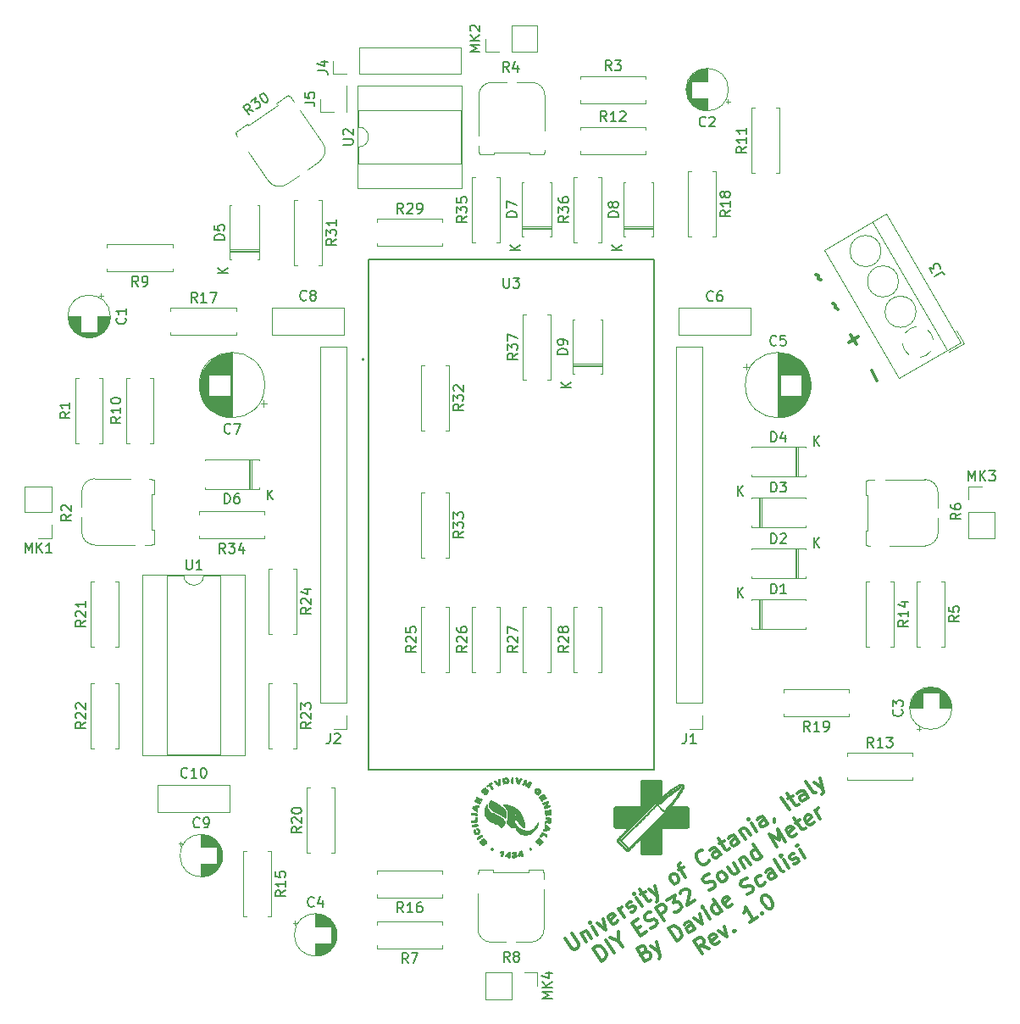
<source format=gbr>
%TF.GenerationSoftware,KiCad,Pcbnew,(6.0.2)*%
%TF.CreationDate,2023-02-05T15:01:36+01:00*%
%TF.ProjectId,Fonometro,466f6e6f-6d65-4747-926f-2e6b69636164,rev?*%
%TF.SameCoordinates,Original*%
%TF.FileFunction,Legend,Top*%
%TF.FilePolarity,Positive*%
%FSLAX46Y46*%
G04 Gerber Fmt 4.6, Leading zero omitted, Abs format (unit mm)*
G04 Created by KiCad (PCBNEW (6.0.2)) date 2023-02-05 15:01:36*
%MOMM*%
%LPD*%
G01*
G04 APERTURE LIST*
%ADD10C,0.300000*%
%ADD11C,0.150000*%
%ADD12C,0.120000*%
%ADD13C,0.010000*%
%ADD14C,0.127000*%
%ADD15C,0.200000*%
G04 APERTURE END LIST*
D10*
X177775068Y-72776842D02*
X177872641Y-72802986D01*
X178005929Y-72890990D01*
X178025068Y-73209854D01*
X178158356Y-73297858D01*
X178255929Y-73324003D01*
X179453640Y-75684213D02*
X179551213Y-75710357D01*
X179684500Y-75798361D01*
X179703640Y-76117225D01*
X179836927Y-76205229D01*
X179934500Y-76231374D01*
X181239354Y-78777161D02*
X181810782Y-79766904D01*
X181030197Y-79557746D02*
X182019940Y-78986318D01*
X183310782Y-82364980D02*
X183882211Y-83354723D01*
X152669556Y-139043142D02*
X153330904Y-140061527D01*
X153468614Y-140142435D01*
X153567422Y-140163437D01*
X153726135Y-140145536D01*
X153965755Y-139989925D01*
X154046663Y-139852215D01*
X154067665Y-139753407D01*
X154049764Y-139594694D01*
X153388417Y-138576308D01*
X154259787Y-138606616D02*
X154804426Y-139445286D01*
X154337592Y-138726426D02*
X154358595Y-138627618D01*
X154439502Y-138489907D01*
X154619217Y-138373199D01*
X154777930Y-138355298D01*
X154915641Y-138436206D01*
X155343571Y-139095161D01*
X155942622Y-138706133D02*
X155397983Y-137867463D01*
X155125663Y-137448127D02*
X155104661Y-137546935D01*
X155203469Y-137567937D01*
X155224471Y-137469130D01*
X155125663Y-137448127D01*
X155203469Y-137567937D01*
X155877223Y-137556240D02*
X156721387Y-138200397D01*
X156476273Y-137167212D01*
X157940490Y-137323533D02*
X157859583Y-137461244D01*
X157619963Y-137616855D01*
X157461250Y-137634756D01*
X157323539Y-137553848D01*
X157012317Y-137074608D01*
X156994416Y-136915895D01*
X157075324Y-136778185D01*
X157314944Y-136622573D01*
X157473657Y-136604673D01*
X157611367Y-136685580D01*
X157689173Y-136805390D01*
X157167928Y-137314228D01*
X158578443Y-136994411D02*
X158033804Y-136155740D01*
X158189416Y-136395360D02*
X158171515Y-136236647D01*
X158192517Y-136137839D01*
X158273425Y-136000129D01*
X158393235Y-135922323D01*
X159258401Y-136467672D02*
X159417114Y-136449771D01*
X159656734Y-136294160D01*
X159737641Y-136156450D01*
X159719741Y-135997737D01*
X159680838Y-135937832D01*
X159543128Y-135856925D01*
X159384415Y-135874825D01*
X159204700Y-135991533D01*
X159045987Y-136009434D01*
X158908276Y-135928527D01*
X158869373Y-135868622D01*
X158851473Y-135709909D01*
X158932380Y-135572198D01*
X159112095Y-135455490D01*
X159270808Y-135437589D01*
X160375595Y-135827327D02*
X159830956Y-134988656D01*
X159558636Y-134569321D02*
X159537634Y-134668129D01*
X159636442Y-134689131D01*
X159657444Y-134590323D01*
X159558636Y-134569321D01*
X159636442Y-134689131D01*
X160250291Y-134716337D02*
X160729531Y-134405114D01*
X160157687Y-134180293D02*
X160857937Y-135258584D01*
X160995647Y-135339491D01*
X161154360Y-135321591D01*
X161274170Y-135243785D01*
X161029056Y-134210601D02*
X161873221Y-134854757D01*
X161628107Y-133821573D02*
X161873221Y-134854757D01*
X161947925Y-135232088D01*
X161926922Y-135330896D01*
X161846015Y-135468606D01*
X163790182Y-133609868D02*
X163631469Y-133627768D01*
X163532661Y-133606766D01*
X163394951Y-133525859D01*
X163161534Y-133166429D01*
X163143633Y-133007716D01*
X163164636Y-132908908D01*
X163245543Y-132771197D01*
X163425258Y-132654489D01*
X163583971Y-132636588D01*
X163682779Y-132657591D01*
X163820489Y-132738498D01*
X164053906Y-133097928D01*
X164071807Y-133256641D01*
X164050804Y-133355449D01*
X163969897Y-133493160D01*
X163790182Y-133609868D01*
X164024308Y-132265461D02*
X164503549Y-131954239D01*
X164748663Y-132987423D02*
X164048412Y-131909133D01*
X164030512Y-131750420D01*
X164111419Y-131612709D01*
X164231229Y-131534904D01*
X167067059Y-131311502D02*
X167046056Y-131410310D01*
X166905244Y-131586923D01*
X166785434Y-131664729D01*
X166566816Y-131721532D01*
X166369200Y-131679527D01*
X166231490Y-131598620D01*
X166015974Y-131397903D01*
X165899265Y-131218188D01*
X165803559Y-130939665D01*
X165785659Y-130780952D01*
X165827663Y-130583336D01*
X165968475Y-130406723D01*
X166088286Y-130328917D01*
X166306903Y-130272114D01*
X166405711Y-130293116D01*
X168223155Y-130731062D02*
X167795224Y-130072106D01*
X167657514Y-129991199D01*
X167498801Y-130009099D01*
X167259181Y-130164711D01*
X167178273Y-130302421D01*
X168184252Y-130671157D02*
X168103345Y-130808867D01*
X167803820Y-131003381D01*
X167645107Y-131021282D01*
X167507396Y-130940374D01*
X167429591Y-130820564D01*
X167411690Y-130661851D01*
X167492597Y-130524141D01*
X167792123Y-130329627D01*
X167873030Y-130191916D01*
X168097851Y-129620072D02*
X168577092Y-129308849D01*
X168005247Y-129084028D02*
X168705497Y-130162319D01*
X168843208Y-130243226D01*
X169001920Y-130225325D01*
X169121731Y-130147520D01*
X170080211Y-129525075D02*
X169652281Y-128866120D01*
X169514570Y-128785212D01*
X169355857Y-128803113D01*
X169116237Y-128958724D01*
X169035330Y-129096435D01*
X170041308Y-129465170D02*
X169960401Y-129602881D01*
X169660876Y-129797395D01*
X169502163Y-129815295D01*
X169364452Y-129734388D01*
X169286647Y-129614578D01*
X169268746Y-129455865D01*
X169349654Y-129318154D01*
X169649179Y-129123640D01*
X169730086Y-128985930D01*
X170134623Y-128297377D02*
X170679262Y-129136047D01*
X170212428Y-128417187D02*
X170233430Y-128318379D01*
X170314338Y-128180668D01*
X170494053Y-128063960D01*
X170652766Y-128046059D01*
X170790476Y-128126967D01*
X171218407Y-128785922D01*
X171817457Y-128396894D02*
X171272818Y-127558224D01*
X171000499Y-127138888D02*
X170979497Y-127237696D01*
X171078304Y-127258699D01*
X171099307Y-127159891D01*
X171000499Y-127138888D01*
X171078304Y-127258699D01*
X172955653Y-127657741D02*
X172527723Y-126998786D01*
X172390012Y-126917879D01*
X172231299Y-126935779D01*
X171991679Y-127091390D01*
X171910772Y-127229101D01*
X172916750Y-127597836D02*
X172835843Y-127735547D01*
X172536318Y-127930061D01*
X172377605Y-127947961D01*
X172239894Y-127867054D01*
X172162089Y-127747244D01*
X172144188Y-127588531D01*
X172225096Y-127450821D01*
X172524621Y-127256307D01*
X172605528Y-127118596D01*
X173575706Y-127169906D02*
X173614609Y-127229811D01*
X173632509Y-127388524D01*
X173611507Y-127487331D01*
X175112235Y-126257241D02*
X174295276Y-124999235D01*
X174986931Y-125146251D02*
X175466171Y-124835029D01*
X174894326Y-124610207D02*
X175594577Y-125688498D01*
X175732287Y-125769405D01*
X175891000Y-125751505D01*
X176010810Y-125673699D01*
X176969291Y-125051255D02*
X176541360Y-124392299D01*
X176403650Y-124311392D01*
X176244937Y-124329292D01*
X176005317Y-124484903D01*
X175924409Y-124622614D01*
X176930388Y-124991349D02*
X176849481Y-125129060D01*
X176549956Y-125323574D01*
X176391243Y-125341475D01*
X176253532Y-125260567D01*
X176175727Y-125140757D01*
X176157826Y-124982044D01*
X176238733Y-124844334D01*
X176538259Y-124649820D01*
X176619166Y-124512109D01*
X177748056Y-124545518D02*
X177589344Y-124563419D01*
X177451633Y-124482512D01*
X176751383Y-123404221D01*
X177562848Y-123473431D02*
X178407012Y-124117588D01*
X178161898Y-123084403D02*
X178407012Y-124117588D01*
X178481716Y-124494918D01*
X178460713Y-124593726D01*
X178379806Y-124731437D01*
X156329397Y-141334515D02*
X155512438Y-140076510D01*
X155811963Y-139881996D01*
X156030581Y-139825192D01*
X156228197Y-139867197D01*
X156365907Y-139948104D01*
X156581424Y-140148821D01*
X156698132Y-140328537D01*
X156793838Y-140607060D01*
X156811739Y-140765772D01*
X156769734Y-140963388D01*
X156628922Y-141140001D01*
X156329397Y-141334515D01*
X157587402Y-140517557D02*
X156770444Y-139259551D01*
X158037045Y-139373867D02*
X158426073Y-139972918D01*
X157189779Y-138987231D02*
X158037045Y-139373867D01*
X158028450Y-138442592D01*
X159795293Y-138146879D02*
X160214629Y-137874559D01*
X160822275Y-138416806D02*
X160223224Y-138805834D01*
X159406266Y-137547828D01*
X160005316Y-137158800D01*
X161262612Y-138045679D02*
X161481230Y-137988876D01*
X161780755Y-137794362D01*
X161861663Y-137656651D01*
X161882665Y-137557843D01*
X161864764Y-137399130D01*
X161786959Y-137279320D01*
X161649248Y-137198413D01*
X161550440Y-137177411D01*
X161391727Y-137195311D01*
X161113204Y-137291017D01*
X160954492Y-137308918D01*
X160855684Y-137287916D01*
X160717973Y-137207008D01*
X160640167Y-137087198D01*
X160622267Y-136928485D01*
X160643269Y-136829678D01*
X160724177Y-136691967D01*
X161023702Y-136497453D01*
X161242320Y-136440650D01*
X162559521Y-137288625D02*
X161742562Y-136030620D01*
X162221803Y-135719397D01*
X162380515Y-135701497D01*
X162479323Y-135722499D01*
X162617034Y-135803406D01*
X162733742Y-135983121D01*
X162751643Y-136141834D01*
X162730640Y-136240642D01*
X162649733Y-136378353D01*
X162170493Y-136689575D01*
X162880758Y-135291467D02*
X163659523Y-134785730D01*
X163551411Y-135537290D01*
X163731126Y-135420582D01*
X163889839Y-135402681D01*
X163988646Y-135423684D01*
X164126357Y-135504591D01*
X164320871Y-135804116D01*
X164338771Y-135962829D01*
X164317769Y-136061637D01*
X164236862Y-136199347D01*
X163877432Y-136432764D01*
X163718719Y-136450665D01*
X163619911Y-136429662D01*
X164216569Y-134594318D02*
X164237572Y-134495510D01*
X164318479Y-134357800D01*
X164618004Y-134163286D01*
X164776717Y-134145385D01*
X164875525Y-134166387D01*
X165013235Y-134247295D01*
X165091041Y-134367105D01*
X165147844Y-134585723D01*
X164895817Y-135771417D01*
X165674583Y-135265680D01*
X167073401Y-134272108D02*
X167292019Y-134215305D01*
X167591544Y-134020791D01*
X167672451Y-133883081D01*
X167693454Y-133784273D01*
X167675553Y-133625560D01*
X167597748Y-133505750D01*
X167460037Y-133424843D01*
X167361229Y-133403840D01*
X167202516Y-133421741D01*
X166923993Y-133517447D01*
X166765280Y-133535347D01*
X166666473Y-133514345D01*
X166528762Y-133433438D01*
X166450956Y-133313628D01*
X166433056Y-133154915D01*
X166454058Y-133056107D01*
X166534965Y-132918397D01*
X166834491Y-132723883D01*
X167053109Y-132667079D01*
X168550025Y-133398347D02*
X168391312Y-133416247D01*
X168292504Y-133395245D01*
X168154793Y-133314338D01*
X167921377Y-132954907D01*
X167903476Y-132796194D01*
X167924478Y-132697387D01*
X168005386Y-132559676D01*
X168185101Y-132442968D01*
X168343814Y-132425067D01*
X168442622Y-132446069D01*
X168580332Y-132526977D01*
X168813749Y-132886407D01*
X168831649Y-133045120D01*
X168810647Y-133143928D01*
X168729740Y-133281638D01*
X168550025Y-133398347D01*
X169503012Y-131587106D02*
X170047651Y-132425777D01*
X168963866Y-131937231D02*
X169391797Y-132596187D01*
X169529508Y-132677094D01*
X169688221Y-132659194D01*
X169867936Y-132542485D01*
X169948843Y-132404775D01*
X169969845Y-132305967D01*
X170102062Y-131198078D02*
X170646701Y-132036749D01*
X170179868Y-131317889D02*
X170200870Y-131219081D01*
X170281777Y-131081370D01*
X170461492Y-130964662D01*
X170620205Y-130946761D01*
X170757916Y-131027668D01*
X171185847Y-131686624D01*
X172324042Y-130947471D02*
X171507084Y-129689465D01*
X172285140Y-130887566D02*
X172204232Y-131025277D01*
X171964612Y-131180888D01*
X171805899Y-131198788D01*
X171707091Y-131177786D01*
X171569381Y-131096879D01*
X171335964Y-130737448D01*
X171318064Y-130578736D01*
X171339066Y-130479928D01*
X171419973Y-130342217D01*
X171659593Y-130186606D01*
X171818306Y-130168705D01*
X173881573Y-129935998D02*
X173064615Y-128677993D01*
X174067492Y-129304249D01*
X173903285Y-128133354D01*
X174720244Y-129391359D01*
X175759632Y-128631204D02*
X175678725Y-128768915D01*
X175439104Y-128924526D01*
X175280392Y-128942427D01*
X175142681Y-128861519D01*
X174831459Y-128382279D01*
X174813558Y-128223566D01*
X174894465Y-128085855D01*
X175134086Y-127930244D01*
X175292798Y-127912344D01*
X175430509Y-127993251D01*
X175508315Y-128113061D01*
X174987070Y-128621899D01*
X175673231Y-127580119D02*
X176152471Y-127268897D01*
X175580627Y-127044076D02*
X176280877Y-128122366D01*
X176418587Y-128203274D01*
X176577300Y-128185373D01*
X176697110Y-128107567D01*
X177556783Y-127464121D02*
X177475876Y-127601831D01*
X177236256Y-127757442D01*
X177077543Y-127775343D01*
X176939832Y-127694436D01*
X176628610Y-127215195D01*
X176610709Y-127056482D01*
X176691617Y-126918772D01*
X176931237Y-126763161D01*
X177089950Y-126745260D01*
X177227660Y-126826167D01*
X177305466Y-126945977D01*
X176784221Y-127454815D01*
X178194736Y-127134998D02*
X177650097Y-126296327D01*
X177805708Y-126535947D02*
X177787808Y-126377234D01*
X177808810Y-126278427D01*
X177889717Y-126140716D01*
X178009528Y-126062910D01*
X160661309Y-140464039D02*
X160879927Y-140407235D01*
X160978734Y-140428238D01*
X161116445Y-140509145D01*
X161233153Y-140688860D01*
X161251054Y-140847573D01*
X161230052Y-140946381D01*
X161149144Y-141084091D01*
X160669904Y-141395314D01*
X159852946Y-140137308D01*
X160272281Y-139864988D01*
X160430994Y-139847088D01*
X160529802Y-139868090D01*
X160667512Y-139948997D01*
X160745318Y-140068807D01*
X160763218Y-140227520D01*
X160742216Y-140326328D01*
X160661309Y-140464039D01*
X160241973Y-140736358D01*
X161263461Y-139817490D02*
X162107625Y-140461647D01*
X161862511Y-139428462D02*
X162107625Y-140461647D01*
X162182329Y-140838977D01*
X162161327Y-140937785D01*
X162080419Y-141075496D01*
X163844871Y-139333466D02*
X163027913Y-138075460D01*
X163327438Y-137880946D01*
X163546056Y-137824143D01*
X163743671Y-137866147D01*
X163881382Y-137947055D01*
X164096898Y-138147772D01*
X164213607Y-138327487D01*
X164309313Y-138606010D01*
X164327213Y-138764723D01*
X164285209Y-138962338D01*
X164144396Y-139138952D01*
X163844871Y-139333466D01*
X165642022Y-138166382D02*
X165214092Y-137507427D01*
X165076381Y-137426519D01*
X164917668Y-137444420D01*
X164678048Y-137600031D01*
X164597141Y-137737742D01*
X165603120Y-138106477D02*
X165522212Y-138244188D01*
X165222687Y-138438702D01*
X165063974Y-138456602D01*
X164926264Y-138375695D01*
X164848458Y-138255885D01*
X164830558Y-138097172D01*
X164911465Y-137959461D01*
X165210990Y-137764947D01*
X165291897Y-137627237D01*
X165576624Y-137016489D02*
X166420788Y-137660646D01*
X166175674Y-136627461D01*
X167199553Y-137154910D02*
X166654914Y-136316239D01*
X166382595Y-135896904D02*
X166361593Y-135995712D01*
X166460401Y-136016714D01*
X166481403Y-135917906D01*
X166382595Y-135896904D01*
X166460401Y-136016714D01*
X168337749Y-136415757D02*
X167520791Y-135157751D01*
X168298846Y-136355852D02*
X168217939Y-136493562D01*
X167978319Y-136649173D01*
X167819606Y-136667074D01*
X167720798Y-136646072D01*
X167583088Y-136565164D01*
X167349671Y-136205734D01*
X167331770Y-136047021D01*
X167352773Y-135948213D01*
X167433680Y-135810503D01*
X167673300Y-135654892D01*
X167832013Y-135636991D01*
X169377137Y-135655601D02*
X169296230Y-135793312D01*
X169056610Y-135948923D01*
X168897897Y-135966824D01*
X168760186Y-135885917D01*
X168448964Y-135406676D01*
X168431063Y-135247963D01*
X168511971Y-135110253D01*
X168751591Y-134954642D01*
X168910304Y-134936741D01*
X169048014Y-135017648D01*
X169125820Y-135137458D01*
X168604575Y-135646296D01*
X170874763Y-134683032D02*
X171093381Y-134626228D01*
X171392906Y-134431715D01*
X171473814Y-134294004D01*
X171494816Y-134195196D01*
X171476915Y-134036483D01*
X171399110Y-133916673D01*
X171261399Y-133835766D01*
X171162591Y-133814764D01*
X171003878Y-133832664D01*
X170725356Y-133928370D01*
X170566643Y-133946271D01*
X170467835Y-133925269D01*
X170330124Y-133844361D01*
X170252319Y-133724551D01*
X170234418Y-133565838D01*
X170255420Y-133467030D01*
X170336328Y-133329320D01*
X170635853Y-133134806D01*
X170854471Y-133078003D01*
X172671914Y-133515948D02*
X172591007Y-133653659D01*
X172351387Y-133809270D01*
X172192674Y-133827170D01*
X172093866Y-133806168D01*
X171956156Y-133725261D01*
X171722739Y-133365831D01*
X171704838Y-133207118D01*
X171725841Y-133108310D01*
X171806748Y-132970599D01*
X172046368Y-132814988D01*
X172205081Y-132797088D01*
X173789108Y-132875603D02*
X173361177Y-132216648D01*
X173223467Y-132135740D01*
X173064754Y-132153641D01*
X172825134Y-132309252D01*
X172744226Y-132446963D01*
X173750205Y-132815698D02*
X173669298Y-132953409D01*
X173369773Y-133147923D01*
X173211060Y-133165823D01*
X173073349Y-133084916D01*
X172995544Y-132965106D01*
X172977643Y-132806393D01*
X173058550Y-132668682D01*
X173358076Y-132474168D01*
X173438983Y-132336458D01*
X174567873Y-132369867D02*
X174409161Y-132387767D01*
X174271450Y-132306860D01*
X173571200Y-131228569D01*
X175047114Y-132058644D02*
X174502475Y-131219974D01*
X174230155Y-130800639D02*
X174209153Y-130899446D01*
X174307961Y-130920449D01*
X174328963Y-130821641D01*
X174230155Y-130800639D01*
X174307961Y-130920449D01*
X175547356Y-131648614D02*
X175706069Y-131630714D01*
X175945689Y-131475103D01*
X176026597Y-131337392D01*
X176008696Y-131178679D01*
X175969793Y-131118774D01*
X175832083Y-131037867D01*
X175673370Y-131055767D01*
X175493655Y-131172476D01*
X175334942Y-131190376D01*
X175197231Y-131109469D01*
X175158329Y-131049564D01*
X175140428Y-130890851D01*
X175221335Y-130753140D01*
X175401050Y-130636432D01*
X175559763Y-130618532D01*
X176664550Y-131008269D02*
X176119911Y-130169599D01*
X175847591Y-129750263D02*
X175826589Y-129849071D01*
X175925397Y-129870073D01*
X175946399Y-129771266D01*
X175847591Y-129750263D01*
X175925397Y-129870073D01*
X167077136Y-140113966D02*
X166268772Y-139787235D01*
X166358275Y-140580799D02*
X165541316Y-139322793D01*
X166020557Y-139011571D01*
X166179270Y-138993670D01*
X166278078Y-139014673D01*
X166415788Y-139095580D01*
X166532496Y-139275295D01*
X166550397Y-139434008D01*
X166529395Y-139532816D01*
X166448487Y-139670526D01*
X165969247Y-139981749D01*
X168056618Y-139392713D02*
X167975711Y-139530424D01*
X167736091Y-139686035D01*
X167577378Y-139703935D01*
X167439667Y-139623028D01*
X167128445Y-139143788D01*
X167110545Y-138985075D01*
X167191452Y-138847364D01*
X167431072Y-138691753D01*
X167589785Y-138673853D01*
X167727496Y-138754760D01*
X167805301Y-138874570D01*
X167284056Y-139383408D01*
X168030122Y-138302725D02*
X168874287Y-138946882D01*
X168629173Y-137913697D01*
X169575247Y-138321336D02*
X169674055Y-138342338D01*
X169653052Y-138441146D01*
X169554244Y-138420143D01*
X169575247Y-138321336D01*
X169653052Y-138441146D01*
X171869539Y-137001743D02*
X171150678Y-137468576D01*
X171510109Y-137235159D02*
X170693150Y-135977153D01*
X170690048Y-136234674D01*
X170648044Y-136432290D01*
X170567136Y-136570000D01*
X172330879Y-136531807D02*
X172429686Y-136552810D01*
X172408684Y-136651617D01*
X172309876Y-136630615D01*
X172330879Y-136531807D01*
X172408684Y-136651617D01*
X172430396Y-134848973D02*
X172550206Y-134771167D01*
X172708919Y-134753266D01*
X172807727Y-134774269D01*
X172945438Y-134855176D01*
X173160954Y-135055893D01*
X173355468Y-135355419D01*
X173451174Y-135633942D01*
X173469074Y-135792654D01*
X173448072Y-135891462D01*
X173367165Y-136029173D01*
X173247355Y-136106978D01*
X173088642Y-136124879D01*
X172989834Y-136103877D01*
X172852123Y-136022969D01*
X172636607Y-135822252D01*
X172442093Y-135522727D01*
X172346387Y-135244204D01*
X172328487Y-135085491D01*
X172349489Y-134986683D01*
X172430396Y-134848973D01*
D11*
%TO.C,R36*%
X153022380Y-66936857D02*
X152546190Y-67270190D01*
X153022380Y-67508285D02*
X152022380Y-67508285D01*
X152022380Y-67127333D01*
X152070000Y-67032095D01*
X152117619Y-66984476D01*
X152212857Y-66936857D01*
X152355714Y-66936857D01*
X152450952Y-66984476D01*
X152498571Y-67032095D01*
X152546190Y-67127333D01*
X152546190Y-67508285D01*
X152022380Y-66603523D02*
X152022380Y-65984476D01*
X152403333Y-66317809D01*
X152403333Y-66174952D01*
X152450952Y-66079714D01*
X152498571Y-66032095D01*
X152593809Y-65984476D01*
X152831904Y-65984476D01*
X152927142Y-66032095D01*
X152974761Y-66079714D01*
X153022380Y-66174952D01*
X153022380Y-66460666D01*
X152974761Y-66555904D01*
X152927142Y-66603523D01*
X152022380Y-65127333D02*
X152022380Y-65317809D01*
X152070000Y-65413047D01*
X152117619Y-65460666D01*
X152260476Y-65555904D01*
X152450952Y-65603523D01*
X152831904Y-65603523D01*
X152927142Y-65555904D01*
X152974761Y-65508285D01*
X153022380Y-65413047D01*
X153022380Y-65222571D01*
X152974761Y-65127333D01*
X152927142Y-65079714D01*
X152831904Y-65032095D01*
X152593809Y-65032095D01*
X152498571Y-65079714D01*
X152450952Y-65127333D01*
X152403333Y-65222571D01*
X152403333Y-65413047D01*
X152450952Y-65508285D01*
X152498571Y-65555904D01*
X152593809Y-65603523D01*
%TO.C,C7*%
X119233333Y-88577142D02*
X119185714Y-88624761D01*
X119042857Y-88672380D01*
X118947619Y-88672380D01*
X118804761Y-88624761D01*
X118709523Y-88529523D01*
X118661904Y-88434285D01*
X118614285Y-88243809D01*
X118614285Y-88100952D01*
X118661904Y-87910476D01*
X118709523Y-87815238D01*
X118804761Y-87720000D01*
X118947619Y-87672380D01*
X119042857Y-87672380D01*
X119185714Y-87720000D01*
X119233333Y-87767619D01*
X119566666Y-87672380D02*
X120233333Y-87672380D01*
X119804761Y-88672380D01*
%TO.C,R10*%
X108272380Y-87002857D02*
X107796190Y-87336190D01*
X108272380Y-87574285D02*
X107272380Y-87574285D01*
X107272380Y-87193333D01*
X107320000Y-87098095D01*
X107367619Y-87050476D01*
X107462857Y-87002857D01*
X107605714Y-87002857D01*
X107700952Y-87050476D01*
X107748571Y-87098095D01*
X107796190Y-87193333D01*
X107796190Y-87574285D01*
X108272380Y-86050476D02*
X108272380Y-86621904D01*
X108272380Y-86336190D02*
X107272380Y-86336190D01*
X107415238Y-86431428D01*
X107510476Y-86526666D01*
X107558095Y-86621904D01*
X107272380Y-85431428D02*
X107272380Y-85336190D01*
X107320000Y-85240952D01*
X107367619Y-85193333D01*
X107462857Y-85145714D01*
X107653333Y-85098095D01*
X107891428Y-85098095D01*
X108081904Y-85145714D01*
X108177142Y-85193333D01*
X108224761Y-85240952D01*
X108272380Y-85336190D01*
X108272380Y-85431428D01*
X108224761Y-85526666D01*
X108177142Y-85574285D01*
X108081904Y-85621904D01*
X107891428Y-85669523D01*
X107653333Y-85669523D01*
X107462857Y-85621904D01*
X107367619Y-85574285D01*
X107320000Y-85526666D01*
X107272380Y-85431428D01*
%TO.C,R29*%
X136517142Y-66662380D02*
X136183809Y-66186190D01*
X135945714Y-66662380D02*
X135945714Y-65662380D01*
X136326666Y-65662380D01*
X136421904Y-65710000D01*
X136469523Y-65757619D01*
X136517142Y-65852857D01*
X136517142Y-65995714D01*
X136469523Y-66090952D01*
X136421904Y-66138571D01*
X136326666Y-66186190D01*
X135945714Y-66186190D01*
X136898095Y-65757619D02*
X136945714Y-65710000D01*
X137040952Y-65662380D01*
X137279047Y-65662380D01*
X137374285Y-65710000D01*
X137421904Y-65757619D01*
X137469523Y-65852857D01*
X137469523Y-65948095D01*
X137421904Y-66090952D01*
X136850476Y-66662380D01*
X137469523Y-66662380D01*
X137945714Y-66662380D02*
X138136190Y-66662380D01*
X138231428Y-66614761D01*
X138279047Y-66567142D01*
X138374285Y-66424285D01*
X138421904Y-66233809D01*
X138421904Y-65852857D01*
X138374285Y-65757619D01*
X138326666Y-65710000D01*
X138231428Y-65662380D01*
X138040952Y-65662380D01*
X137945714Y-65710000D01*
X137898095Y-65757619D01*
X137850476Y-65852857D01*
X137850476Y-66090952D01*
X137898095Y-66186190D01*
X137945714Y-66233809D01*
X138040952Y-66281428D01*
X138231428Y-66281428D01*
X138326666Y-66233809D01*
X138374285Y-66186190D01*
X138421904Y-66090952D01*
%TO.C,R23*%
X127282380Y-117477857D02*
X126806190Y-117811190D01*
X127282380Y-118049285D02*
X126282380Y-118049285D01*
X126282380Y-117668333D01*
X126330000Y-117573095D01*
X126377619Y-117525476D01*
X126472857Y-117477857D01*
X126615714Y-117477857D01*
X126710952Y-117525476D01*
X126758571Y-117573095D01*
X126806190Y-117668333D01*
X126806190Y-118049285D01*
X126377619Y-117096904D02*
X126330000Y-117049285D01*
X126282380Y-116954047D01*
X126282380Y-116715952D01*
X126330000Y-116620714D01*
X126377619Y-116573095D01*
X126472857Y-116525476D01*
X126568095Y-116525476D01*
X126710952Y-116573095D01*
X127282380Y-117144523D01*
X127282380Y-116525476D01*
X126282380Y-116192142D02*
X126282380Y-115573095D01*
X126663333Y-115906428D01*
X126663333Y-115763571D01*
X126710952Y-115668333D01*
X126758571Y-115620714D01*
X126853809Y-115573095D01*
X127091904Y-115573095D01*
X127187142Y-115620714D01*
X127234761Y-115668333D01*
X127282380Y-115763571D01*
X127282380Y-116049285D01*
X127234761Y-116144523D01*
X127187142Y-116192142D01*
%TO.C,C8*%
X126833333Y-75287142D02*
X126785714Y-75334761D01*
X126642857Y-75382380D01*
X126547619Y-75382380D01*
X126404761Y-75334761D01*
X126309523Y-75239523D01*
X126261904Y-75144285D01*
X126214285Y-74953809D01*
X126214285Y-74810952D01*
X126261904Y-74620476D01*
X126309523Y-74525238D01*
X126404761Y-74430000D01*
X126547619Y-74382380D01*
X126642857Y-74382380D01*
X126785714Y-74430000D01*
X126833333Y-74477619D01*
X127404761Y-74810952D02*
X127309523Y-74763333D01*
X127261904Y-74715714D01*
X127214285Y-74620476D01*
X127214285Y-74572857D01*
X127261904Y-74477619D01*
X127309523Y-74430000D01*
X127404761Y-74382380D01*
X127595238Y-74382380D01*
X127690476Y-74430000D01*
X127738095Y-74477619D01*
X127785714Y-74572857D01*
X127785714Y-74620476D01*
X127738095Y-74715714D01*
X127690476Y-74763333D01*
X127595238Y-74810952D01*
X127404761Y-74810952D01*
X127309523Y-74858571D01*
X127261904Y-74906190D01*
X127214285Y-75001428D01*
X127214285Y-75191904D01*
X127261904Y-75287142D01*
X127309523Y-75334761D01*
X127404761Y-75382380D01*
X127595238Y-75382380D01*
X127690476Y-75334761D01*
X127738095Y-75287142D01*
X127785714Y-75191904D01*
X127785714Y-75001428D01*
X127738095Y-74906190D01*
X127690476Y-74858571D01*
X127595238Y-74810952D01*
%TO.C,R13*%
X183507142Y-120002380D02*
X183173809Y-119526190D01*
X182935714Y-120002380D02*
X182935714Y-119002380D01*
X183316666Y-119002380D01*
X183411904Y-119050000D01*
X183459523Y-119097619D01*
X183507142Y-119192857D01*
X183507142Y-119335714D01*
X183459523Y-119430952D01*
X183411904Y-119478571D01*
X183316666Y-119526190D01*
X182935714Y-119526190D01*
X184459523Y-120002380D02*
X183888095Y-120002380D01*
X184173809Y-120002380D02*
X184173809Y-119002380D01*
X184078571Y-119145238D01*
X183983333Y-119240476D01*
X183888095Y-119288095D01*
X184792857Y-119002380D02*
X185411904Y-119002380D01*
X185078571Y-119383333D01*
X185221428Y-119383333D01*
X185316666Y-119430952D01*
X185364285Y-119478571D01*
X185411904Y-119573809D01*
X185411904Y-119811904D01*
X185364285Y-119907142D01*
X185316666Y-119954761D01*
X185221428Y-120002380D01*
X184935714Y-120002380D01*
X184840476Y-119954761D01*
X184792857Y-119907142D01*
%TO.C,D1*%
X173251904Y-104662380D02*
X173251904Y-103662380D01*
X173490000Y-103662380D01*
X173632857Y-103710000D01*
X173728095Y-103805238D01*
X173775714Y-103900476D01*
X173823333Y-104090952D01*
X173823333Y-104233809D01*
X173775714Y-104424285D01*
X173728095Y-104519523D01*
X173632857Y-104614761D01*
X173490000Y-104662380D01*
X173251904Y-104662380D01*
X174775714Y-104662380D02*
X174204285Y-104662380D01*
X174490000Y-104662380D02*
X174490000Y-103662380D01*
X174394761Y-103805238D01*
X174299523Y-103900476D01*
X174204285Y-103948095D01*
X169918095Y-105032380D02*
X169918095Y-104032380D01*
X170489523Y-105032380D02*
X170060952Y-104460952D01*
X170489523Y-104032380D02*
X169918095Y-104603809D01*
%TO.C,R18*%
X169192380Y-66382857D02*
X168716190Y-66716190D01*
X169192380Y-66954285D02*
X168192380Y-66954285D01*
X168192380Y-66573333D01*
X168240000Y-66478095D01*
X168287619Y-66430476D01*
X168382857Y-66382857D01*
X168525714Y-66382857D01*
X168620952Y-66430476D01*
X168668571Y-66478095D01*
X168716190Y-66573333D01*
X168716190Y-66954285D01*
X169192380Y-65430476D02*
X169192380Y-66001904D01*
X169192380Y-65716190D02*
X168192380Y-65716190D01*
X168335238Y-65811428D01*
X168430476Y-65906666D01*
X168478095Y-66001904D01*
X168620952Y-64859047D02*
X168573333Y-64954285D01*
X168525714Y-65001904D01*
X168430476Y-65049523D01*
X168382857Y-65049523D01*
X168287619Y-65001904D01*
X168240000Y-64954285D01*
X168192380Y-64859047D01*
X168192380Y-64668571D01*
X168240000Y-64573333D01*
X168287619Y-64525714D01*
X168382857Y-64478095D01*
X168430476Y-64478095D01*
X168525714Y-64525714D01*
X168573333Y-64573333D01*
X168620952Y-64668571D01*
X168620952Y-64859047D01*
X168668571Y-64954285D01*
X168716190Y-65001904D01*
X168811428Y-65049523D01*
X169001904Y-65049523D01*
X169097142Y-65001904D01*
X169144761Y-64954285D01*
X169192380Y-64859047D01*
X169192380Y-64668571D01*
X169144761Y-64573333D01*
X169097142Y-64525714D01*
X169001904Y-64478095D01*
X168811428Y-64478095D01*
X168716190Y-64525714D01*
X168668571Y-64573333D01*
X168620952Y-64668571D01*
%TO.C,R27*%
X147942380Y-109862857D02*
X147466190Y-110196190D01*
X147942380Y-110434285D02*
X146942380Y-110434285D01*
X146942380Y-110053333D01*
X146990000Y-109958095D01*
X147037619Y-109910476D01*
X147132857Y-109862857D01*
X147275714Y-109862857D01*
X147370952Y-109910476D01*
X147418571Y-109958095D01*
X147466190Y-110053333D01*
X147466190Y-110434285D01*
X147037619Y-109481904D02*
X146990000Y-109434285D01*
X146942380Y-109339047D01*
X146942380Y-109100952D01*
X146990000Y-109005714D01*
X147037619Y-108958095D01*
X147132857Y-108910476D01*
X147228095Y-108910476D01*
X147370952Y-108958095D01*
X147942380Y-109529523D01*
X147942380Y-108910476D01*
X146942380Y-108577142D02*
X146942380Y-107910476D01*
X147942380Y-108339047D01*
%TO.C,R24*%
X127282380Y-106052857D02*
X126806190Y-106386190D01*
X127282380Y-106624285D02*
X126282380Y-106624285D01*
X126282380Y-106243333D01*
X126330000Y-106148095D01*
X126377619Y-106100476D01*
X126472857Y-106052857D01*
X126615714Y-106052857D01*
X126710952Y-106100476D01*
X126758571Y-106148095D01*
X126806190Y-106243333D01*
X126806190Y-106624285D01*
X126377619Y-105671904D02*
X126330000Y-105624285D01*
X126282380Y-105529047D01*
X126282380Y-105290952D01*
X126330000Y-105195714D01*
X126377619Y-105148095D01*
X126472857Y-105100476D01*
X126568095Y-105100476D01*
X126710952Y-105148095D01*
X127282380Y-105719523D01*
X127282380Y-105100476D01*
X126615714Y-104243333D02*
X127282380Y-104243333D01*
X126234761Y-104481428D02*
X126949047Y-104719523D01*
X126949047Y-104100476D01*
%TO.C,R31*%
X129822380Y-69222857D02*
X129346190Y-69556190D01*
X129822380Y-69794285D02*
X128822380Y-69794285D01*
X128822380Y-69413333D01*
X128870000Y-69318095D01*
X128917619Y-69270476D01*
X129012857Y-69222857D01*
X129155714Y-69222857D01*
X129250952Y-69270476D01*
X129298571Y-69318095D01*
X129346190Y-69413333D01*
X129346190Y-69794285D01*
X128822380Y-68889523D02*
X128822380Y-68270476D01*
X129203333Y-68603809D01*
X129203333Y-68460952D01*
X129250952Y-68365714D01*
X129298571Y-68318095D01*
X129393809Y-68270476D01*
X129631904Y-68270476D01*
X129727142Y-68318095D01*
X129774761Y-68365714D01*
X129822380Y-68460952D01*
X129822380Y-68746666D01*
X129774761Y-68841904D01*
X129727142Y-68889523D01*
X129822380Y-67318095D02*
X129822380Y-67889523D01*
X129822380Y-67603809D02*
X128822380Y-67603809D01*
X128965238Y-67699047D01*
X129060476Y-67794285D01*
X129108095Y-67889523D01*
%TO.C,C2*%
X166723333Y-57917142D02*
X166675714Y-57964761D01*
X166532857Y-58012380D01*
X166437619Y-58012380D01*
X166294761Y-57964761D01*
X166199523Y-57869523D01*
X166151904Y-57774285D01*
X166104285Y-57583809D01*
X166104285Y-57440952D01*
X166151904Y-57250476D01*
X166199523Y-57155238D01*
X166294761Y-57060000D01*
X166437619Y-57012380D01*
X166532857Y-57012380D01*
X166675714Y-57060000D01*
X166723333Y-57107619D01*
X167104285Y-57107619D02*
X167151904Y-57060000D01*
X167247142Y-57012380D01*
X167485238Y-57012380D01*
X167580476Y-57060000D01*
X167628095Y-57107619D01*
X167675714Y-57202857D01*
X167675714Y-57298095D01*
X167628095Y-57440952D01*
X167056666Y-58012380D01*
X167675714Y-58012380D01*
%TO.C,R20*%
X126352380Y-127942857D02*
X125876190Y-128276190D01*
X126352380Y-128514285D02*
X125352380Y-128514285D01*
X125352380Y-128133333D01*
X125400000Y-128038095D01*
X125447619Y-127990476D01*
X125542857Y-127942857D01*
X125685714Y-127942857D01*
X125780952Y-127990476D01*
X125828571Y-128038095D01*
X125876190Y-128133333D01*
X125876190Y-128514285D01*
X125447619Y-127561904D02*
X125400000Y-127514285D01*
X125352380Y-127419047D01*
X125352380Y-127180952D01*
X125400000Y-127085714D01*
X125447619Y-127038095D01*
X125542857Y-126990476D01*
X125638095Y-126990476D01*
X125780952Y-127038095D01*
X126352380Y-127609523D01*
X126352380Y-126990476D01*
X125352380Y-126371428D02*
X125352380Y-126276190D01*
X125400000Y-126180952D01*
X125447619Y-126133333D01*
X125542857Y-126085714D01*
X125733333Y-126038095D01*
X125971428Y-126038095D01*
X126161904Y-126085714D01*
X126257142Y-126133333D01*
X126304761Y-126180952D01*
X126352380Y-126276190D01*
X126352380Y-126371428D01*
X126304761Y-126466666D01*
X126257142Y-126514285D01*
X126161904Y-126561904D01*
X125971428Y-126609523D01*
X125733333Y-126609523D01*
X125542857Y-126561904D01*
X125447619Y-126514285D01*
X125400000Y-126466666D01*
X125352380Y-126371428D01*
%TO.C,U2*%
X130482380Y-59806904D02*
X131291904Y-59806904D01*
X131387142Y-59759285D01*
X131434761Y-59711666D01*
X131482380Y-59616428D01*
X131482380Y-59425952D01*
X131434761Y-59330714D01*
X131387142Y-59283095D01*
X131291904Y-59235476D01*
X130482380Y-59235476D01*
X130577619Y-58806904D02*
X130530000Y-58759285D01*
X130482380Y-58664047D01*
X130482380Y-58425952D01*
X130530000Y-58330714D01*
X130577619Y-58283095D01*
X130672857Y-58235476D01*
X130768095Y-58235476D01*
X130910952Y-58283095D01*
X131482380Y-58854523D01*
X131482380Y-58235476D01*
%TO.C,MK2*%
X144172380Y-50539523D02*
X143172380Y-50539523D01*
X143886666Y-50206190D01*
X143172380Y-49872857D01*
X144172380Y-49872857D01*
X144172380Y-49396666D02*
X143172380Y-49396666D01*
X144172380Y-48825238D02*
X143600952Y-49253809D01*
X143172380Y-48825238D02*
X143743809Y-49396666D01*
X143267619Y-48444285D02*
X143220000Y-48396666D01*
X143172380Y-48301428D01*
X143172380Y-48063333D01*
X143220000Y-47968095D01*
X143267619Y-47920476D01*
X143362857Y-47872857D01*
X143458095Y-47872857D01*
X143600952Y-47920476D01*
X144172380Y-48491904D01*
X144172380Y-47872857D01*
%TO.C,R3*%
X157313333Y-52392380D02*
X156980000Y-51916190D01*
X156741904Y-52392380D02*
X156741904Y-51392380D01*
X157122857Y-51392380D01*
X157218095Y-51440000D01*
X157265714Y-51487619D01*
X157313333Y-51582857D01*
X157313333Y-51725714D01*
X157265714Y-51820952D01*
X157218095Y-51868571D01*
X157122857Y-51916190D01*
X156741904Y-51916190D01*
X157646666Y-51392380D02*
X158265714Y-51392380D01*
X157932380Y-51773333D01*
X158075238Y-51773333D01*
X158170476Y-51820952D01*
X158218095Y-51868571D01*
X158265714Y-51963809D01*
X158265714Y-52201904D01*
X158218095Y-52297142D01*
X158170476Y-52344761D01*
X158075238Y-52392380D01*
X157789523Y-52392380D01*
X157694285Y-52344761D01*
X157646666Y-52297142D01*
%TO.C,J5*%
X126662380Y-55578333D02*
X127376666Y-55578333D01*
X127519523Y-55625952D01*
X127614761Y-55721190D01*
X127662380Y-55864047D01*
X127662380Y-55959285D01*
X126662380Y-54625952D02*
X126662380Y-55102142D01*
X127138571Y-55149761D01*
X127090952Y-55102142D01*
X127043333Y-55006904D01*
X127043333Y-54768809D01*
X127090952Y-54673571D01*
X127138571Y-54625952D01*
X127233809Y-54578333D01*
X127471904Y-54578333D01*
X127567142Y-54625952D01*
X127614761Y-54673571D01*
X127662380Y-54768809D01*
X127662380Y-55006904D01*
X127614761Y-55102142D01*
X127567142Y-55149761D01*
%TO.C,R33*%
X142522380Y-98432857D02*
X142046190Y-98766190D01*
X142522380Y-99004285D02*
X141522380Y-99004285D01*
X141522380Y-98623333D01*
X141570000Y-98528095D01*
X141617619Y-98480476D01*
X141712857Y-98432857D01*
X141855714Y-98432857D01*
X141950952Y-98480476D01*
X141998571Y-98528095D01*
X142046190Y-98623333D01*
X142046190Y-99004285D01*
X141522380Y-98099523D02*
X141522380Y-97480476D01*
X141903333Y-97813809D01*
X141903333Y-97670952D01*
X141950952Y-97575714D01*
X141998571Y-97528095D01*
X142093809Y-97480476D01*
X142331904Y-97480476D01*
X142427142Y-97528095D01*
X142474761Y-97575714D01*
X142522380Y-97670952D01*
X142522380Y-97956666D01*
X142474761Y-98051904D01*
X142427142Y-98099523D01*
X141522380Y-97147142D02*
X141522380Y-96528095D01*
X141903333Y-96861428D01*
X141903333Y-96718571D01*
X141950952Y-96623333D01*
X141998571Y-96575714D01*
X142093809Y-96528095D01*
X142331904Y-96528095D01*
X142427142Y-96575714D01*
X142474761Y-96623333D01*
X142522380Y-96718571D01*
X142522380Y-97004285D01*
X142474761Y-97099523D01*
X142427142Y-97147142D01*
%TO.C,R12*%
X156837142Y-57472380D02*
X156503809Y-56996190D01*
X156265714Y-57472380D02*
X156265714Y-56472380D01*
X156646666Y-56472380D01*
X156741904Y-56520000D01*
X156789523Y-56567619D01*
X156837142Y-56662857D01*
X156837142Y-56805714D01*
X156789523Y-56900952D01*
X156741904Y-56948571D01*
X156646666Y-56996190D01*
X156265714Y-56996190D01*
X157789523Y-57472380D02*
X157218095Y-57472380D01*
X157503809Y-57472380D02*
X157503809Y-56472380D01*
X157408571Y-56615238D01*
X157313333Y-56710476D01*
X157218095Y-56758095D01*
X158170476Y-56567619D02*
X158218095Y-56520000D01*
X158313333Y-56472380D01*
X158551428Y-56472380D01*
X158646666Y-56520000D01*
X158694285Y-56567619D01*
X158741904Y-56662857D01*
X158741904Y-56758095D01*
X158694285Y-56900952D01*
X158122857Y-57472380D01*
X158741904Y-57472380D01*
%TO.C,MK4*%
X151372380Y-145119523D02*
X150372380Y-145119523D01*
X151086666Y-144786190D01*
X150372380Y-144452857D01*
X151372380Y-144452857D01*
X151372380Y-143976666D02*
X150372380Y-143976666D01*
X151372380Y-143405238D02*
X150800952Y-143833809D01*
X150372380Y-143405238D02*
X150943809Y-143976666D01*
X150705714Y-142548095D02*
X151372380Y-142548095D01*
X150324761Y-142786190D02*
X151039047Y-143024285D01*
X151039047Y-142405238D01*
%TO.C,R14*%
X186972380Y-107322857D02*
X186496190Y-107656190D01*
X186972380Y-107894285D02*
X185972380Y-107894285D01*
X185972380Y-107513333D01*
X186020000Y-107418095D01*
X186067619Y-107370476D01*
X186162857Y-107322857D01*
X186305714Y-107322857D01*
X186400952Y-107370476D01*
X186448571Y-107418095D01*
X186496190Y-107513333D01*
X186496190Y-107894285D01*
X186972380Y-106370476D02*
X186972380Y-106941904D01*
X186972380Y-106656190D02*
X185972380Y-106656190D01*
X186115238Y-106751428D01*
X186210476Y-106846666D01*
X186258095Y-106941904D01*
X186305714Y-105513333D02*
X186972380Y-105513333D01*
X185924761Y-105751428D02*
X186639047Y-105989523D01*
X186639047Y-105370476D01*
%TO.C,R4*%
X147093333Y-52522380D02*
X146760000Y-52046190D01*
X146521904Y-52522380D02*
X146521904Y-51522380D01*
X146902857Y-51522380D01*
X146998095Y-51570000D01*
X147045714Y-51617619D01*
X147093333Y-51712857D01*
X147093333Y-51855714D01*
X147045714Y-51950952D01*
X146998095Y-51998571D01*
X146902857Y-52046190D01*
X146521904Y-52046190D01*
X147950476Y-51855714D02*
X147950476Y-52522380D01*
X147712380Y-51474761D02*
X147474285Y-52189047D01*
X148093333Y-52189047D01*
%TO.C,R37*%
X147942380Y-80652857D02*
X147466190Y-80986190D01*
X147942380Y-81224285D02*
X146942380Y-81224285D01*
X146942380Y-80843333D01*
X146990000Y-80748095D01*
X147037619Y-80700476D01*
X147132857Y-80652857D01*
X147275714Y-80652857D01*
X147370952Y-80700476D01*
X147418571Y-80748095D01*
X147466190Y-80843333D01*
X147466190Y-81224285D01*
X146942380Y-80319523D02*
X146942380Y-79700476D01*
X147323333Y-80033809D01*
X147323333Y-79890952D01*
X147370952Y-79795714D01*
X147418571Y-79748095D01*
X147513809Y-79700476D01*
X147751904Y-79700476D01*
X147847142Y-79748095D01*
X147894761Y-79795714D01*
X147942380Y-79890952D01*
X147942380Y-80176666D01*
X147894761Y-80271904D01*
X147847142Y-80319523D01*
X146942380Y-79367142D02*
X146942380Y-78700476D01*
X147942380Y-79129047D01*
%TO.C,C6*%
X167473333Y-75327142D02*
X167425714Y-75374761D01*
X167282857Y-75422380D01*
X167187619Y-75422380D01*
X167044761Y-75374761D01*
X166949523Y-75279523D01*
X166901904Y-75184285D01*
X166854285Y-74993809D01*
X166854285Y-74850952D01*
X166901904Y-74660476D01*
X166949523Y-74565238D01*
X167044761Y-74470000D01*
X167187619Y-74422380D01*
X167282857Y-74422380D01*
X167425714Y-74470000D01*
X167473333Y-74517619D01*
X168330476Y-74422380D02*
X168140000Y-74422380D01*
X168044761Y-74470000D01*
X167997142Y-74517619D01*
X167901904Y-74660476D01*
X167854285Y-74850952D01*
X167854285Y-75231904D01*
X167901904Y-75327142D01*
X167949523Y-75374761D01*
X168044761Y-75422380D01*
X168235238Y-75422380D01*
X168330476Y-75374761D01*
X168378095Y-75327142D01*
X168425714Y-75231904D01*
X168425714Y-74993809D01*
X168378095Y-74898571D01*
X168330476Y-74850952D01*
X168235238Y-74803333D01*
X168044761Y-74803333D01*
X167949523Y-74850952D01*
X167901904Y-74898571D01*
X167854285Y-74993809D01*
%TO.C,R21*%
X104762380Y-107317857D02*
X104286190Y-107651190D01*
X104762380Y-107889285D02*
X103762380Y-107889285D01*
X103762380Y-107508333D01*
X103810000Y-107413095D01*
X103857619Y-107365476D01*
X103952857Y-107317857D01*
X104095714Y-107317857D01*
X104190952Y-107365476D01*
X104238571Y-107413095D01*
X104286190Y-107508333D01*
X104286190Y-107889285D01*
X103857619Y-106936904D02*
X103810000Y-106889285D01*
X103762380Y-106794047D01*
X103762380Y-106555952D01*
X103810000Y-106460714D01*
X103857619Y-106413095D01*
X103952857Y-106365476D01*
X104048095Y-106365476D01*
X104190952Y-106413095D01*
X104762380Y-106984523D01*
X104762380Y-106365476D01*
X104762380Y-105413095D02*
X104762380Y-105984523D01*
X104762380Y-105698809D02*
X103762380Y-105698809D01*
X103905238Y-105794047D01*
X104000476Y-105889285D01*
X104048095Y-105984523D01*
%TO.C,R35*%
X142862380Y-66936857D02*
X142386190Y-67270190D01*
X142862380Y-67508285D02*
X141862380Y-67508285D01*
X141862380Y-67127333D01*
X141910000Y-67032095D01*
X141957619Y-66984476D01*
X142052857Y-66936857D01*
X142195714Y-66936857D01*
X142290952Y-66984476D01*
X142338571Y-67032095D01*
X142386190Y-67127333D01*
X142386190Y-67508285D01*
X141862380Y-66603523D02*
X141862380Y-65984476D01*
X142243333Y-66317809D01*
X142243333Y-66174952D01*
X142290952Y-66079714D01*
X142338571Y-66032095D01*
X142433809Y-65984476D01*
X142671904Y-65984476D01*
X142767142Y-66032095D01*
X142814761Y-66079714D01*
X142862380Y-66174952D01*
X142862380Y-66460666D01*
X142814761Y-66555904D01*
X142767142Y-66603523D01*
X141862380Y-65079714D02*
X141862380Y-65555904D01*
X142338571Y-65603523D01*
X142290952Y-65555904D01*
X142243333Y-65460666D01*
X142243333Y-65222571D01*
X142290952Y-65127333D01*
X142338571Y-65079714D01*
X142433809Y-65032095D01*
X142671904Y-65032095D01*
X142767142Y-65079714D01*
X142814761Y-65127333D01*
X142862380Y-65222571D01*
X142862380Y-65460666D01*
X142814761Y-65555904D01*
X142767142Y-65603523D01*
%TO.C,J4*%
X127937380Y-52403333D02*
X128651666Y-52403333D01*
X128794523Y-52450952D01*
X128889761Y-52546190D01*
X128937380Y-52689047D01*
X128937380Y-52784285D01*
X128270714Y-51498571D02*
X128937380Y-51498571D01*
X127889761Y-51736666D02*
X128604047Y-51974761D01*
X128604047Y-51355714D01*
%TO.C,R8*%
X147153333Y-141422380D02*
X146820000Y-140946190D01*
X146581904Y-141422380D02*
X146581904Y-140422380D01*
X146962857Y-140422380D01*
X147058095Y-140470000D01*
X147105714Y-140517619D01*
X147153333Y-140612857D01*
X147153333Y-140755714D01*
X147105714Y-140850952D01*
X147058095Y-140898571D01*
X146962857Y-140946190D01*
X146581904Y-140946190D01*
X147724761Y-140850952D02*
X147629523Y-140803333D01*
X147581904Y-140755714D01*
X147534285Y-140660476D01*
X147534285Y-140612857D01*
X147581904Y-140517619D01*
X147629523Y-140470000D01*
X147724761Y-140422380D01*
X147915238Y-140422380D01*
X148010476Y-140470000D01*
X148058095Y-140517619D01*
X148105714Y-140612857D01*
X148105714Y-140660476D01*
X148058095Y-140755714D01*
X148010476Y-140803333D01*
X147915238Y-140850952D01*
X147724761Y-140850952D01*
X147629523Y-140898571D01*
X147581904Y-140946190D01*
X147534285Y-141041428D01*
X147534285Y-141231904D01*
X147581904Y-141327142D01*
X147629523Y-141374761D01*
X147724761Y-141422380D01*
X147915238Y-141422380D01*
X148010476Y-141374761D01*
X148058095Y-141327142D01*
X148105714Y-141231904D01*
X148105714Y-141041428D01*
X148058095Y-140946190D01*
X148010476Y-140898571D01*
X147915238Y-140850952D01*
%TO.C,C4*%
X127583333Y-135837142D02*
X127535714Y-135884761D01*
X127392857Y-135932380D01*
X127297619Y-135932380D01*
X127154761Y-135884761D01*
X127059523Y-135789523D01*
X127011904Y-135694285D01*
X126964285Y-135503809D01*
X126964285Y-135360952D01*
X127011904Y-135170476D01*
X127059523Y-135075238D01*
X127154761Y-134980000D01*
X127297619Y-134932380D01*
X127392857Y-134932380D01*
X127535714Y-134980000D01*
X127583333Y-135027619D01*
X128440476Y-135265714D02*
X128440476Y-135932380D01*
X128202380Y-134884761D02*
X127964285Y-135599047D01*
X128583333Y-135599047D01*
%TO.C,J2*%
X129206666Y-118617380D02*
X129206666Y-119331666D01*
X129159047Y-119474523D01*
X129063809Y-119569761D01*
X128920952Y-119617380D01*
X128825714Y-119617380D01*
X129635238Y-118712619D02*
X129682857Y-118665000D01*
X129778095Y-118617380D01*
X130016190Y-118617380D01*
X130111428Y-118665000D01*
X130159047Y-118712619D01*
X130206666Y-118807857D01*
X130206666Y-118903095D01*
X130159047Y-119045952D01*
X129587619Y-119617380D01*
X130206666Y-119617380D01*
%TO.C,R6*%
X192222380Y-96626666D02*
X191746190Y-96960000D01*
X192222380Y-97198095D02*
X191222380Y-97198095D01*
X191222380Y-96817142D01*
X191270000Y-96721904D01*
X191317619Y-96674285D01*
X191412857Y-96626666D01*
X191555714Y-96626666D01*
X191650952Y-96674285D01*
X191698571Y-96721904D01*
X191746190Y-96817142D01*
X191746190Y-97198095D01*
X191222380Y-95769523D02*
X191222380Y-95960000D01*
X191270000Y-96055238D01*
X191317619Y-96102857D01*
X191460476Y-96198095D01*
X191650952Y-96245714D01*
X192031904Y-96245714D01*
X192127142Y-96198095D01*
X192174761Y-96150476D01*
X192222380Y-96055238D01*
X192222380Y-95864761D01*
X192174761Y-95769523D01*
X192127142Y-95721904D01*
X192031904Y-95674285D01*
X191793809Y-95674285D01*
X191698571Y-95721904D01*
X191650952Y-95769523D01*
X191603333Y-95864761D01*
X191603333Y-96055238D01*
X191650952Y-96150476D01*
X191698571Y-96198095D01*
X191793809Y-96245714D01*
%TO.C,D8*%
X158002380Y-67032095D02*
X157002380Y-67032095D01*
X157002380Y-66794000D01*
X157050000Y-66651142D01*
X157145238Y-66555904D01*
X157240476Y-66508285D01*
X157430952Y-66460666D01*
X157573809Y-66460666D01*
X157764285Y-66508285D01*
X157859523Y-66555904D01*
X157954761Y-66651142D01*
X158002380Y-66794000D01*
X158002380Y-67032095D01*
X157430952Y-65889238D02*
X157383333Y-65984476D01*
X157335714Y-66032095D01*
X157240476Y-66079714D01*
X157192857Y-66079714D01*
X157097619Y-66032095D01*
X157050000Y-65984476D01*
X157002380Y-65889238D01*
X157002380Y-65698761D01*
X157050000Y-65603523D01*
X157097619Y-65555904D01*
X157192857Y-65508285D01*
X157240476Y-65508285D01*
X157335714Y-65555904D01*
X157383333Y-65603523D01*
X157430952Y-65698761D01*
X157430952Y-65889238D01*
X157478571Y-65984476D01*
X157526190Y-66032095D01*
X157621428Y-66079714D01*
X157811904Y-66079714D01*
X157907142Y-66032095D01*
X157954761Y-65984476D01*
X158002380Y-65889238D01*
X158002380Y-65698761D01*
X157954761Y-65603523D01*
X157907142Y-65555904D01*
X157811904Y-65508285D01*
X157621428Y-65508285D01*
X157526190Y-65555904D01*
X157478571Y-65603523D01*
X157430952Y-65698761D01*
X158372380Y-70365904D02*
X157372380Y-70365904D01*
X158372380Y-69794476D02*
X157800952Y-70223047D01*
X157372380Y-69794476D02*
X157943809Y-70365904D01*
%TO.C,D5*%
X118632380Y-69318095D02*
X117632380Y-69318095D01*
X117632380Y-69080000D01*
X117680000Y-68937142D01*
X117775238Y-68841904D01*
X117870476Y-68794285D01*
X118060952Y-68746666D01*
X118203809Y-68746666D01*
X118394285Y-68794285D01*
X118489523Y-68841904D01*
X118584761Y-68937142D01*
X118632380Y-69080000D01*
X118632380Y-69318095D01*
X117632380Y-67841904D02*
X117632380Y-68318095D01*
X118108571Y-68365714D01*
X118060952Y-68318095D01*
X118013333Y-68222857D01*
X118013333Y-67984761D01*
X118060952Y-67889523D01*
X118108571Y-67841904D01*
X118203809Y-67794285D01*
X118441904Y-67794285D01*
X118537142Y-67841904D01*
X118584761Y-67889523D01*
X118632380Y-67984761D01*
X118632380Y-68222857D01*
X118584761Y-68318095D01*
X118537142Y-68365714D01*
X119002380Y-72651904D02*
X118002380Y-72651904D01*
X119002380Y-72080476D02*
X118430952Y-72509047D01*
X118002380Y-72080476D02*
X118573809Y-72651904D01*
%TO.C,C1*%
X108717142Y-77116666D02*
X108764761Y-77164285D01*
X108812380Y-77307142D01*
X108812380Y-77402380D01*
X108764761Y-77545238D01*
X108669523Y-77640476D01*
X108574285Y-77688095D01*
X108383809Y-77735714D01*
X108240952Y-77735714D01*
X108050476Y-77688095D01*
X107955238Y-77640476D01*
X107860000Y-77545238D01*
X107812380Y-77402380D01*
X107812380Y-77307142D01*
X107860000Y-77164285D01*
X107907619Y-77116666D01*
X108812380Y-76164285D02*
X108812380Y-76735714D01*
X108812380Y-76450000D02*
X107812380Y-76450000D01*
X107955238Y-76545238D01*
X108050476Y-76640476D01*
X108098095Y-76735714D01*
%TO.C,D7*%
X147842380Y-67032095D02*
X146842380Y-67032095D01*
X146842380Y-66794000D01*
X146890000Y-66651142D01*
X146985238Y-66555904D01*
X147080476Y-66508285D01*
X147270952Y-66460666D01*
X147413809Y-66460666D01*
X147604285Y-66508285D01*
X147699523Y-66555904D01*
X147794761Y-66651142D01*
X147842380Y-66794000D01*
X147842380Y-67032095D01*
X146842380Y-66127333D02*
X146842380Y-65460666D01*
X147842380Y-65889238D01*
X148212380Y-70365904D02*
X147212380Y-70365904D01*
X148212380Y-69794476D02*
X147640952Y-70223047D01*
X147212380Y-69794476D02*
X147783809Y-70365904D01*
%TO.C,U1*%
X114818095Y-101257380D02*
X114818095Y-102066904D01*
X114865714Y-102162142D01*
X114913333Y-102209761D01*
X115008571Y-102257380D01*
X115199047Y-102257380D01*
X115294285Y-102209761D01*
X115341904Y-102162142D01*
X115389523Y-102066904D01*
X115389523Y-101257380D01*
X116389523Y-102257380D02*
X115818095Y-102257380D01*
X116103809Y-102257380D02*
X116103809Y-101257380D01*
X116008571Y-101400238D01*
X115913333Y-101495476D01*
X115818095Y-101543095D01*
%TO.C,D6*%
X118641904Y-95632380D02*
X118641904Y-94632380D01*
X118880000Y-94632380D01*
X119022857Y-94680000D01*
X119118095Y-94775238D01*
X119165714Y-94870476D01*
X119213333Y-95060952D01*
X119213333Y-95203809D01*
X119165714Y-95394285D01*
X119118095Y-95489523D01*
X119022857Y-95584761D01*
X118880000Y-95632380D01*
X118641904Y-95632380D01*
X120070476Y-94632380D02*
X119880000Y-94632380D01*
X119784761Y-94680000D01*
X119737142Y-94727619D01*
X119641904Y-94870476D01*
X119594285Y-95060952D01*
X119594285Y-95441904D01*
X119641904Y-95537142D01*
X119689523Y-95584761D01*
X119784761Y-95632380D01*
X119975238Y-95632380D01*
X120070476Y-95584761D01*
X120118095Y-95537142D01*
X120165714Y-95441904D01*
X120165714Y-95203809D01*
X120118095Y-95108571D01*
X120070476Y-95060952D01*
X119975238Y-95013333D01*
X119784761Y-95013333D01*
X119689523Y-95060952D01*
X119641904Y-95108571D01*
X119594285Y-95203809D01*
X122928095Y-95262380D02*
X122928095Y-94262380D01*
X123499523Y-95262380D02*
X123070952Y-94690952D01*
X123499523Y-94262380D02*
X122928095Y-94833809D01*
%TO.C,R9*%
X110023333Y-73942380D02*
X109690000Y-73466190D01*
X109451904Y-73942380D02*
X109451904Y-72942380D01*
X109832857Y-72942380D01*
X109928095Y-72990000D01*
X109975714Y-73037619D01*
X110023333Y-73132857D01*
X110023333Y-73275714D01*
X109975714Y-73370952D01*
X109928095Y-73418571D01*
X109832857Y-73466190D01*
X109451904Y-73466190D01*
X110499523Y-73942380D02*
X110690000Y-73942380D01*
X110785238Y-73894761D01*
X110832857Y-73847142D01*
X110928095Y-73704285D01*
X110975714Y-73513809D01*
X110975714Y-73132857D01*
X110928095Y-73037619D01*
X110880476Y-72990000D01*
X110785238Y-72942380D01*
X110594761Y-72942380D01*
X110499523Y-72990000D01*
X110451904Y-73037619D01*
X110404285Y-73132857D01*
X110404285Y-73370952D01*
X110451904Y-73466190D01*
X110499523Y-73513809D01*
X110594761Y-73561428D01*
X110785238Y-73561428D01*
X110880476Y-73513809D01*
X110928095Y-73466190D01*
X110975714Y-73370952D01*
%TO.C,MK1*%
X98720476Y-100572380D02*
X98720476Y-99572380D01*
X99053809Y-100286666D01*
X99387142Y-99572380D01*
X99387142Y-100572380D01*
X99863333Y-100572380D02*
X99863333Y-99572380D01*
X100434761Y-100572380D02*
X100006190Y-100000952D01*
X100434761Y-99572380D02*
X99863333Y-100143809D01*
X101387142Y-100572380D02*
X100815714Y-100572380D01*
X101101428Y-100572380D02*
X101101428Y-99572380D01*
X101006190Y-99715238D01*
X100910952Y-99810476D01*
X100815714Y-99858095D01*
%TO.C,R2*%
X103322380Y-96746666D02*
X102846190Y-97080000D01*
X103322380Y-97318095D02*
X102322380Y-97318095D01*
X102322380Y-96937142D01*
X102370000Y-96841904D01*
X102417619Y-96794285D01*
X102512857Y-96746666D01*
X102655714Y-96746666D01*
X102750952Y-96794285D01*
X102798571Y-96841904D01*
X102846190Y-96937142D01*
X102846190Y-97318095D01*
X102417619Y-96365714D02*
X102370000Y-96318095D01*
X102322380Y-96222857D01*
X102322380Y-95984761D01*
X102370000Y-95889523D01*
X102417619Y-95841904D01*
X102512857Y-95794285D01*
X102608095Y-95794285D01*
X102750952Y-95841904D01*
X103322380Y-96413333D01*
X103322380Y-95794285D01*
%TO.C,R17*%
X115897142Y-75552380D02*
X115563809Y-75076190D01*
X115325714Y-75552380D02*
X115325714Y-74552380D01*
X115706666Y-74552380D01*
X115801904Y-74600000D01*
X115849523Y-74647619D01*
X115897142Y-74742857D01*
X115897142Y-74885714D01*
X115849523Y-74980952D01*
X115801904Y-75028571D01*
X115706666Y-75076190D01*
X115325714Y-75076190D01*
X116849523Y-75552380D02*
X116278095Y-75552380D01*
X116563809Y-75552380D02*
X116563809Y-74552380D01*
X116468571Y-74695238D01*
X116373333Y-74790476D01*
X116278095Y-74838095D01*
X117182857Y-74552380D02*
X117849523Y-74552380D01*
X117420952Y-75552380D01*
%TO.C,MK3*%
X193000476Y-93372380D02*
X193000476Y-92372380D01*
X193333809Y-93086666D01*
X193667142Y-92372380D01*
X193667142Y-93372380D01*
X194143333Y-93372380D02*
X194143333Y-92372380D01*
X194714761Y-93372380D02*
X194286190Y-92800952D01*
X194714761Y-92372380D02*
X194143333Y-92943809D01*
X195048095Y-92372380D02*
X195667142Y-92372380D01*
X195333809Y-92753333D01*
X195476666Y-92753333D01*
X195571904Y-92800952D01*
X195619523Y-92848571D01*
X195667142Y-92943809D01*
X195667142Y-93181904D01*
X195619523Y-93277142D01*
X195571904Y-93324761D01*
X195476666Y-93372380D01*
X195190952Y-93372380D01*
X195095714Y-93324761D01*
X195048095Y-93277142D01*
%TO.C,J1*%
X164766666Y-118622380D02*
X164766666Y-119336666D01*
X164719047Y-119479523D01*
X164623809Y-119574761D01*
X164480952Y-119622380D01*
X164385714Y-119622380D01*
X165766666Y-119622380D02*
X165195238Y-119622380D01*
X165480952Y-119622380D02*
X165480952Y-118622380D01*
X165385714Y-118765238D01*
X165290476Y-118860476D01*
X165195238Y-118908095D01*
%TO.C,R25*%
X137782380Y-109862857D02*
X137306190Y-110196190D01*
X137782380Y-110434285D02*
X136782380Y-110434285D01*
X136782380Y-110053333D01*
X136830000Y-109958095D01*
X136877619Y-109910476D01*
X136972857Y-109862857D01*
X137115714Y-109862857D01*
X137210952Y-109910476D01*
X137258571Y-109958095D01*
X137306190Y-110053333D01*
X137306190Y-110434285D01*
X136877619Y-109481904D02*
X136830000Y-109434285D01*
X136782380Y-109339047D01*
X136782380Y-109100952D01*
X136830000Y-109005714D01*
X136877619Y-108958095D01*
X136972857Y-108910476D01*
X137068095Y-108910476D01*
X137210952Y-108958095D01*
X137782380Y-109529523D01*
X137782380Y-108910476D01*
X136782380Y-108005714D02*
X136782380Y-108481904D01*
X137258571Y-108529523D01*
X137210952Y-108481904D01*
X137163333Y-108386666D01*
X137163333Y-108148571D01*
X137210952Y-108053333D01*
X137258571Y-108005714D01*
X137353809Y-107958095D01*
X137591904Y-107958095D01*
X137687142Y-108005714D01*
X137734761Y-108053333D01*
X137782380Y-108148571D01*
X137782380Y-108386666D01*
X137734761Y-108481904D01*
X137687142Y-108529523D01*
%TO.C,D4*%
X173251904Y-89479380D02*
X173251904Y-88479380D01*
X173490000Y-88479380D01*
X173632857Y-88527000D01*
X173728095Y-88622238D01*
X173775714Y-88717476D01*
X173823333Y-88907952D01*
X173823333Y-89050809D01*
X173775714Y-89241285D01*
X173728095Y-89336523D01*
X173632857Y-89431761D01*
X173490000Y-89479380D01*
X173251904Y-89479380D01*
X174680476Y-88812714D02*
X174680476Y-89479380D01*
X174442380Y-88431761D02*
X174204285Y-89146047D01*
X174823333Y-89146047D01*
X177538095Y-89860380D02*
X177538095Y-88860380D01*
X178109523Y-89860380D02*
X177680952Y-89288952D01*
X178109523Y-88860380D02*
X177538095Y-89431809D01*
%TO.C,J3*%
X189557414Y-72952484D02*
X190176004Y-72595341D01*
X190323531Y-72565152D01*
X190453629Y-72600012D01*
X190566297Y-72699920D01*
X190613916Y-72782399D01*
X189366938Y-72622570D02*
X189057414Y-72086459D01*
X189553995Y-72184658D01*
X189482567Y-72060940D01*
X189476187Y-71954652D01*
X189493617Y-71889603D01*
X189552286Y-71800744D01*
X189758482Y-71681697D01*
X189864770Y-71675317D01*
X189929819Y-71692747D01*
X190018678Y-71751416D01*
X190161535Y-71998852D01*
X190167915Y-72105140D01*
X190150485Y-72170189D01*
%TO.C,R30*%
X121556040Y-56489158D02*
X121009857Y-56290278D01*
X121087953Y-56816916D02*
X120514376Y-55997764D01*
X120826434Y-55779259D01*
X120931762Y-55763640D01*
X120998082Y-55775334D01*
X121091716Y-55826035D01*
X121173656Y-55943057D01*
X121189275Y-56048384D01*
X121177581Y-56114705D01*
X121126879Y-56208338D01*
X120814821Y-56426844D01*
X121255514Y-55478814D02*
X121762608Y-55123743D01*
X121708063Y-55626993D01*
X121825085Y-55545053D01*
X121930412Y-55529434D01*
X121996733Y-55541128D01*
X122090366Y-55591830D01*
X122226932Y-55786866D01*
X122242551Y-55892193D01*
X122230857Y-55958514D01*
X122180156Y-56052147D01*
X121946112Y-56216026D01*
X121840785Y-56231645D01*
X121774464Y-56219951D01*
X122269702Y-54768672D02*
X122347717Y-54714045D01*
X122453044Y-54698426D01*
X122519365Y-54710120D01*
X122612998Y-54760822D01*
X122761258Y-54889537D01*
X122897824Y-55084574D01*
X122968070Y-55267916D01*
X122983689Y-55373243D01*
X122971995Y-55439564D01*
X122921293Y-55533197D01*
X122843279Y-55587824D01*
X122737951Y-55603443D01*
X122671631Y-55591749D01*
X122577997Y-55541047D01*
X122429737Y-55412331D01*
X122293171Y-55217295D01*
X122222926Y-55033953D01*
X122207307Y-54928626D01*
X122219001Y-54862305D01*
X122269702Y-54768672D01*
%TO.C,C3*%
X186337142Y-116256666D02*
X186384761Y-116304285D01*
X186432380Y-116447142D01*
X186432380Y-116542380D01*
X186384761Y-116685238D01*
X186289523Y-116780476D01*
X186194285Y-116828095D01*
X186003809Y-116875714D01*
X185860952Y-116875714D01*
X185670476Y-116828095D01*
X185575238Y-116780476D01*
X185480000Y-116685238D01*
X185432380Y-116542380D01*
X185432380Y-116447142D01*
X185480000Y-116304285D01*
X185527619Y-116256666D01*
X185432380Y-115923333D02*
X185432380Y-115304285D01*
X185813333Y-115637619D01*
X185813333Y-115494761D01*
X185860952Y-115399523D01*
X185908571Y-115351904D01*
X186003809Y-115304285D01*
X186241904Y-115304285D01*
X186337142Y-115351904D01*
X186384761Y-115399523D01*
X186432380Y-115494761D01*
X186432380Y-115780476D01*
X186384761Y-115875714D01*
X186337142Y-115923333D01*
%TO.C,R11*%
X170802380Y-60032857D02*
X170326190Y-60366190D01*
X170802380Y-60604285D02*
X169802380Y-60604285D01*
X169802380Y-60223333D01*
X169850000Y-60128095D01*
X169897619Y-60080476D01*
X169992857Y-60032857D01*
X170135714Y-60032857D01*
X170230952Y-60080476D01*
X170278571Y-60128095D01*
X170326190Y-60223333D01*
X170326190Y-60604285D01*
X170802380Y-59080476D02*
X170802380Y-59651904D01*
X170802380Y-59366190D02*
X169802380Y-59366190D01*
X169945238Y-59461428D01*
X170040476Y-59556666D01*
X170088095Y-59651904D01*
X170802380Y-58128095D02*
X170802380Y-58699523D01*
X170802380Y-58413809D02*
X169802380Y-58413809D01*
X169945238Y-58509047D01*
X170040476Y-58604285D01*
X170088095Y-58699523D01*
%TO.C,R22*%
X104762380Y-117477857D02*
X104286190Y-117811190D01*
X104762380Y-118049285D02*
X103762380Y-118049285D01*
X103762380Y-117668333D01*
X103810000Y-117573095D01*
X103857619Y-117525476D01*
X103952857Y-117477857D01*
X104095714Y-117477857D01*
X104190952Y-117525476D01*
X104238571Y-117573095D01*
X104286190Y-117668333D01*
X104286190Y-118049285D01*
X103857619Y-117096904D02*
X103810000Y-117049285D01*
X103762380Y-116954047D01*
X103762380Y-116715952D01*
X103810000Y-116620714D01*
X103857619Y-116573095D01*
X103952857Y-116525476D01*
X104048095Y-116525476D01*
X104190952Y-116573095D01*
X104762380Y-117144523D01*
X104762380Y-116525476D01*
X103857619Y-116144523D02*
X103810000Y-116096904D01*
X103762380Y-116001666D01*
X103762380Y-115763571D01*
X103810000Y-115668333D01*
X103857619Y-115620714D01*
X103952857Y-115573095D01*
X104048095Y-115573095D01*
X104190952Y-115620714D01*
X104762380Y-116192142D01*
X104762380Y-115573095D01*
%TO.C,R19*%
X177157142Y-118392380D02*
X176823809Y-117916190D01*
X176585714Y-118392380D02*
X176585714Y-117392380D01*
X176966666Y-117392380D01*
X177061904Y-117440000D01*
X177109523Y-117487619D01*
X177157142Y-117582857D01*
X177157142Y-117725714D01*
X177109523Y-117820952D01*
X177061904Y-117868571D01*
X176966666Y-117916190D01*
X176585714Y-117916190D01*
X178109523Y-118392380D02*
X177538095Y-118392380D01*
X177823809Y-118392380D02*
X177823809Y-117392380D01*
X177728571Y-117535238D01*
X177633333Y-117630476D01*
X177538095Y-117678095D01*
X178585714Y-118392380D02*
X178776190Y-118392380D01*
X178871428Y-118344761D01*
X178919047Y-118297142D01*
X179014285Y-118154285D01*
X179061904Y-117963809D01*
X179061904Y-117582857D01*
X179014285Y-117487619D01*
X178966666Y-117440000D01*
X178871428Y-117392380D01*
X178680952Y-117392380D01*
X178585714Y-117440000D01*
X178538095Y-117487619D01*
X178490476Y-117582857D01*
X178490476Y-117820952D01*
X178538095Y-117916190D01*
X178585714Y-117963809D01*
X178680952Y-118011428D01*
X178871428Y-118011428D01*
X178966666Y-117963809D01*
X179014285Y-117916190D01*
X179061904Y-117820952D01*
%TO.C,D3*%
X173251904Y-94502380D02*
X173251904Y-93502380D01*
X173490000Y-93502380D01*
X173632857Y-93550000D01*
X173728095Y-93645238D01*
X173775714Y-93740476D01*
X173823333Y-93930952D01*
X173823333Y-94073809D01*
X173775714Y-94264285D01*
X173728095Y-94359523D01*
X173632857Y-94454761D01*
X173490000Y-94502380D01*
X173251904Y-94502380D01*
X174156666Y-93502380D02*
X174775714Y-93502380D01*
X174442380Y-93883333D01*
X174585238Y-93883333D01*
X174680476Y-93930952D01*
X174728095Y-93978571D01*
X174775714Y-94073809D01*
X174775714Y-94311904D01*
X174728095Y-94407142D01*
X174680476Y-94454761D01*
X174585238Y-94502380D01*
X174299523Y-94502380D01*
X174204285Y-94454761D01*
X174156666Y-94407142D01*
X169918095Y-94872380D02*
X169918095Y-93872380D01*
X170489523Y-94872380D02*
X170060952Y-94300952D01*
X170489523Y-93872380D02*
X169918095Y-94443809D01*
%TO.C,R26*%
X142862380Y-109862857D02*
X142386190Y-110196190D01*
X142862380Y-110434285D02*
X141862380Y-110434285D01*
X141862380Y-110053333D01*
X141910000Y-109958095D01*
X141957619Y-109910476D01*
X142052857Y-109862857D01*
X142195714Y-109862857D01*
X142290952Y-109910476D01*
X142338571Y-109958095D01*
X142386190Y-110053333D01*
X142386190Y-110434285D01*
X141957619Y-109481904D02*
X141910000Y-109434285D01*
X141862380Y-109339047D01*
X141862380Y-109100952D01*
X141910000Y-109005714D01*
X141957619Y-108958095D01*
X142052857Y-108910476D01*
X142148095Y-108910476D01*
X142290952Y-108958095D01*
X142862380Y-109529523D01*
X142862380Y-108910476D01*
X141862380Y-108053333D02*
X141862380Y-108243809D01*
X141910000Y-108339047D01*
X141957619Y-108386666D01*
X142100476Y-108481904D01*
X142290952Y-108529523D01*
X142671904Y-108529523D01*
X142767142Y-108481904D01*
X142814761Y-108434285D01*
X142862380Y-108339047D01*
X142862380Y-108148571D01*
X142814761Y-108053333D01*
X142767142Y-108005714D01*
X142671904Y-107958095D01*
X142433809Y-107958095D01*
X142338571Y-108005714D01*
X142290952Y-108053333D01*
X142243333Y-108148571D01*
X142243333Y-108339047D01*
X142290952Y-108434285D01*
X142338571Y-108481904D01*
X142433809Y-108529523D01*
%TO.C,R34*%
X118737142Y-100612380D02*
X118403809Y-100136190D01*
X118165714Y-100612380D02*
X118165714Y-99612380D01*
X118546666Y-99612380D01*
X118641904Y-99660000D01*
X118689523Y-99707619D01*
X118737142Y-99802857D01*
X118737142Y-99945714D01*
X118689523Y-100040952D01*
X118641904Y-100088571D01*
X118546666Y-100136190D01*
X118165714Y-100136190D01*
X119070476Y-99612380D02*
X119689523Y-99612380D01*
X119356190Y-99993333D01*
X119499047Y-99993333D01*
X119594285Y-100040952D01*
X119641904Y-100088571D01*
X119689523Y-100183809D01*
X119689523Y-100421904D01*
X119641904Y-100517142D01*
X119594285Y-100564761D01*
X119499047Y-100612380D01*
X119213333Y-100612380D01*
X119118095Y-100564761D01*
X119070476Y-100517142D01*
X120546666Y-99945714D02*
X120546666Y-100612380D01*
X120308571Y-99564761D02*
X120070476Y-100279047D01*
X120689523Y-100279047D01*
%TO.C,C9*%
X116153333Y-127917142D02*
X116105714Y-127964761D01*
X115962857Y-128012380D01*
X115867619Y-128012380D01*
X115724761Y-127964761D01*
X115629523Y-127869523D01*
X115581904Y-127774285D01*
X115534285Y-127583809D01*
X115534285Y-127440952D01*
X115581904Y-127250476D01*
X115629523Y-127155238D01*
X115724761Y-127060000D01*
X115867619Y-127012380D01*
X115962857Y-127012380D01*
X116105714Y-127060000D01*
X116153333Y-127107619D01*
X116629523Y-128012380D02*
X116820000Y-128012380D01*
X116915238Y-127964761D01*
X116962857Y-127917142D01*
X117058095Y-127774285D01*
X117105714Y-127583809D01*
X117105714Y-127202857D01*
X117058095Y-127107619D01*
X117010476Y-127060000D01*
X116915238Y-127012380D01*
X116724761Y-127012380D01*
X116629523Y-127060000D01*
X116581904Y-127107619D01*
X116534285Y-127202857D01*
X116534285Y-127440952D01*
X116581904Y-127536190D01*
X116629523Y-127583809D01*
X116724761Y-127631428D01*
X116915238Y-127631428D01*
X117010476Y-127583809D01*
X117058095Y-127536190D01*
X117105714Y-127440952D01*
%TO.C,R16*%
X136517142Y-136472380D02*
X136183809Y-135996190D01*
X135945714Y-136472380D02*
X135945714Y-135472380D01*
X136326666Y-135472380D01*
X136421904Y-135520000D01*
X136469523Y-135567619D01*
X136517142Y-135662857D01*
X136517142Y-135805714D01*
X136469523Y-135900952D01*
X136421904Y-135948571D01*
X136326666Y-135996190D01*
X135945714Y-135996190D01*
X137469523Y-136472380D02*
X136898095Y-136472380D01*
X137183809Y-136472380D02*
X137183809Y-135472380D01*
X137088571Y-135615238D01*
X136993333Y-135710476D01*
X136898095Y-135758095D01*
X138326666Y-135472380D02*
X138136190Y-135472380D01*
X138040952Y-135520000D01*
X137993333Y-135567619D01*
X137898095Y-135710476D01*
X137850476Y-135900952D01*
X137850476Y-136281904D01*
X137898095Y-136377142D01*
X137945714Y-136424761D01*
X138040952Y-136472380D01*
X138231428Y-136472380D01*
X138326666Y-136424761D01*
X138374285Y-136377142D01*
X138421904Y-136281904D01*
X138421904Y-136043809D01*
X138374285Y-135948571D01*
X138326666Y-135900952D01*
X138231428Y-135853333D01*
X138040952Y-135853333D01*
X137945714Y-135900952D01*
X137898095Y-135948571D01*
X137850476Y-136043809D01*
%TO.C,R32*%
X142522380Y-85732857D02*
X142046190Y-86066190D01*
X142522380Y-86304285D02*
X141522380Y-86304285D01*
X141522380Y-85923333D01*
X141570000Y-85828095D01*
X141617619Y-85780476D01*
X141712857Y-85732857D01*
X141855714Y-85732857D01*
X141950952Y-85780476D01*
X141998571Y-85828095D01*
X142046190Y-85923333D01*
X142046190Y-86304285D01*
X141522380Y-85399523D02*
X141522380Y-84780476D01*
X141903333Y-85113809D01*
X141903333Y-84970952D01*
X141950952Y-84875714D01*
X141998571Y-84828095D01*
X142093809Y-84780476D01*
X142331904Y-84780476D01*
X142427142Y-84828095D01*
X142474761Y-84875714D01*
X142522380Y-84970952D01*
X142522380Y-85256666D01*
X142474761Y-85351904D01*
X142427142Y-85399523D01*
X141617619Y-84399523D02*
X141570000Y-84351904D01*
X141522380Y-84256666D01*
X141522380Y-84018571D01*
X141570000Y-83923333D01*
X141617619Y-83875714D01*
X141712857Y-83828095D01*
X141808095Y-83828095D01*
X141950952Y-83875714D01*
X142522380Y-84447142D01*
X142522380Y-83828095D01*
%TO.C,R7*%
X136993333Y-141552380D02*
X136660000Y-141076190D01*
X136421904Y-141552380D02*
X136421904Y-140552380D01*
X136802857Y-140552380D01*
X136898095Y-140600000D01*
X136945714Y-140647619D01*
X136993333Y-140742857D01*
X136993333Y-140885714D01*
X136945714Y-140980952D01*
X136898095Y-141028571D01*
X136802857Y-141076190D01*
X136421904Y-141076190D01*
X137326666Y-140552380D02*
X137993333Y-140552380D01*
X137564761Y-141552380D01*
%TO.C,D9*%
X152922380Y-80748095D02*
X151922380Y-80748095D01*
X151922380Y-80510000D01*
X151970000Y-80367142D01*
X152065238Y-80271904D01*
X152160476Y-80224285D01*
X152350952Y-80176666D01*
X152493809Y-80176666D01*
X152684285Y-80224285D01*
X152779523Y-80271904D01*
X152874761Y-80367142D01*
X152922380Y-80510000D01*
X152922380Y-80748095D01*
X152922380Y-79700476D02*
X152922380Y-79510000D01*
X152874761Y-79414761D01*
X152827142Y-79367142D01*
X152684285Y-79271904D01*
X152493809Y-79224285D01*
X152112857Y-79224285D01*
X152017619Y-79271904D01*
X151970000Y-79319523D01*
X151922380Y-79414761D01*
X151922380Y-79605238D01*
X151970000Y-79700476D01*
X152017619Y-79748095D01*
X152112857Y-79795714D01*
X152350952Y-79795714D01*
X152446190Y-79748095D01*
X152493809Y-79700476D01*
X152541428Y-79605238D01*
X152541428Y-79414761D01*
X152493809Y-79319523D01*
X152446190Y-79271904D01*
X152350952Y-79224285D01*
X153292380Y-84081904D02*
X152292380Y-84081904D01*
X153292380Y-83510476D02*
X152720952Y-83939047D01*
X152292380Y-83510476D02*
X152863809Y-84081904D01*
%TO.C,R28*%
X153022380Y-109862857D02*
X152546190Y-110196190D01*
X153022380Y-110434285D02*
X152022380Y-110434285D01*
X152022380Y-110053333D01*
X152070000Y-109958095D01*
X152117619Y-109910476D01*
X152212857Y-109862857D01*
X152355714Y-109862857D01*
X152450952Y-109910476D01*
X152498571Y-109958095D01*
X152546190Y-110053333D01*
X152546190Y-110434285D01*
X152117619Y-109481904D02*
X152070000Y-109434285D01*
X152022380Y-109339047D01*
X152022380Y-109100952D01*
X152070000Y-109005714D01*
X152117619Y-108958095D01*
X152212857Y-108910476D01*
X152308095Y-108910476D01*
X152450952Y-108958095D01*
X153022380Y-109529523D01*
X153022380Y-108910476D01*
X152450952Y-108339047D02*
X152403333Y-108434285D01*
X152355714Y-108481904D01*
X152260476Y-108529523D01*
X152212857Y-108529523D01*
X152117619Y-108481904D01*
X152070000Y-108434285D01*
X152022380Y-108339047D01*
X152022380Y-108148571D01*
X152070000Y-108053333D01*
X152117619Y-108005714D01*
X152212857Y-107958095D01*
X152260476Y-107958095D01*
X152355714Y-108005714D01*
X152403333Y-108053333D01*
X152450952Y-108148571D01*
X152450952Y-108339047D01*
X152498571Y-108434285D01*
X152546190Y-108481904D01*
X152641428Y-108529523D01*
X152831904Y-108529523D01*
X152927142Y-108481904D01*
X152974761Y-108434285D01*
X153022380Y-108339047D01*
X153022380Y-108148571D01*
X152974761Y-108053333D01*
X152927142Y-108005714D01*
X152831904Y-107958095D01*
X152641428Y-107958095D01*
X152546190Y-108005714D01*
X152498571Y-108053333D01*
X152450952Y-108148571D01*
%TO.C,D2*%
X173251904Y-99639380D02*
X173251904Y-98639380D01*
X173490000Y-98639380D01*
X173632857Y-98687000D01*
X173728095Y-98782238D01*
X173775714Y-98877476D01*
X173823333Y-99067952D01*
X173823333Y-99210809D01*
X173775714Y-99401285D01*
X173728095Y-99496523D01*
X173632857Y-99591761D01*
X173490000Y-99639380D01*
X173251904Y-99639380D01*
X174204285Y-98734619D02*
X174251904Y-98687000D01*
X174347142Y-98639380D01*
X174585238Y-98639380D01*
X174680476Y-98687000D01*
X174728095Y-98734619D01*
X174775714Y-98829857D01*
X174775714Y-98925095D01*
X174728095Y-99067952D01*
X174156666Y-99639380D01*
X174775714Y-99639380D01*
X177538095Y-100020380D02*
X177538095Y-99020380D01*
X178109523Y-100020380D02*
X177680952Y-99448952D01*
X178109523Y-99020380D02*
X177538095Y-99591809D01*
%TO.C,C5*%
X173803333Y-79777142D02*
X173755714Y-79824761D01*
X173612857Y-79872380D01*
X173517619Y-79872380D01*
X173374761Y-79824761D01*
X173279523Y-79729523D01*
X173231904Y-79634285D01*
X173184285Y-79443809D01*
X173184285Y-79300952D01*
X173231904Y-79110476D01*
X173279523Y-79015238D01*
X173374761Y-78920000D01*
X173517619Y-78872380D01*
X173612857Y-78872380D01*
X173755714Y-78920000D01*
X173803333Y-78967619D01*
X174708095Y-78872380D02*
X174231904Y-78872380D01*
X174184285Y-79348571D01*
X174231904Y-79300952D01*
X174327142Y-79253333D01*
X174565238Y-79253333D01*
X174660476Y-79300952D01*
X174708095Y-79348571D01*
X174755714Y-79443809D01*
X174755714Y-79681904D01*
X174708095Y-79777142D01*
X174660476Y-79824761D01*
X174565238Y-79872380D01*
X174327142Y-79872380D01*
X174231904Y-79824761D01*
X174184285Y-79777142D01*
%TO.C,R1*%
X103192380Y-86526666D02*
X102716190Y-86860000D01*
X103192380Y-87098095D02*
X102192380Y-87098095D01*
X102192380Y-86717142D01*
X102240000Y-86621904D01*
X102287619Y-86574285D01*
X102382857Y-86526666D01*
X102525714Y-86526666D01*
X102620952Y-86574285D01*
X102668571Y-86621904D01*
X102716190Y-86717142D01*
X102716190Y-87098095D01*
X103192380Y-85574285D02*
X103192380Y-86145714D01*
X103192380Y-85860000D02*
X102192380Y-85860000D01*
X102335238Y-85955238D01*
X102430476Y-86050476D01*
X102478095Y-86145714D01*
%TO.C,R15*%
X124742380Y-134292857D02*
X124266190Y-134626190D01*
X124742380Y-134864285D02*
X123742380Y-134864285D01*
X123742380Y-134483333D01*
X123790000Y-134388095D01*
X123837619Y-134340476D01*
X123932857Y-134292857D01*
X124075714Y-134292857D01*
X124170952Y-134340476D01*
X124218571Y-134388095D01*
X124266190Y-134483333D01*
X124266190Y-134864285D01*
X124742380Y-133340476D02*
X124742380Y-133911904D01*
X124742380Y-133626190D02*
X123742380Y-133626190D01*
X123885238Y-133721428D01*
X123980476Y-133816666D01*
X124028095Y-133911904D01*
X123742380Y-132435714D02*
X123742380Y-132911904D01*
X124218571Y-132959523D01*
X124170952Y-132911904D01*
X124123333Y-132816666D01*
X124123333Y-132578571D01*
X124170952Y-132483333D01*
X124218571Y-132435714D01*
X124313809Y-132388095D01*
X124551904Y-132388095D01*
X124647142Y-132435714D01*
X124694761Y-132483333D01*
X124742380Y-132578571D01*
X124742380Y-132816666D01*
X124694761Y-132911904D01*
X124647142Y-132959523D01*
%TO.C,U3*%
X146533095Y-73112380D02*
X146533095Y-73921904D01*
X146580714Y-74017142D01*
X146628333Y-74064761D01*
X146723571Y-74112380D01*
X146914047Y-74112380D01*
X147009285Y-74064761D01*
X147056904Y-74017142D01*
X147104523Y-73921904D01*
X147104523Y-73112380D01*
X147485476Y-73112380D02*
X148104523Y-73112380D01*
X147771190Y-73493333D01*
X147914047Y-73493333D01*
X148009285Y-73540952D01*
X148056904Y-73588571D01*
X148104523Y-73683809D01*
X148104523Y-73921904D01*
X148056904Y-74017142D01*
X148009285Y-74064761D01*
X147914047Y-74112380D01*
X147628333Y-74112380D01*
X147533095Y-74064761D01*
X147485476Y-74017142D01*
%TO.C,C10*%
X114927142Y-122952142D02*
X114879523Y-122999761D01*
X114736666Y-123047380D01*
X114641428Y-123047380D01*
X114498571Y-122999761D01*
X114403333Y-122904523D01*
X114355714Y-122809285D01*
X114308095Y-122618809D01*
X114308095Y-122475952D01*
X114355714Y-122285476D01*
X114403333Y-122190238D01*
X114498571Y-122095000D01*
X114641428Y-122047380D01*
X114736666Y-122047380D01*
X114879523Y-122095000D01*
X114927142Y-122142619D01*
X115879523Y-123047380D02*
X115308095Y-123047380D01*
X115593809Y-123047380D02*
X115593809Y-122047380D01*
X115498571Y-122190238D01*
X115403333Y-122285476D01*
X115308095Y-122333095D01*
X116498571Y-122047380D02*
X116593809Y-122047380D01*
X116689047Y-122095000D01*
X116736666Y-122142619D01*
X116784285Y-122237857D01*
X116831904Y-122428333D01*
X116831904Y-122666428D01*
X116784285Y-122856904D01*
X116736666Y-122952142D01*
X116689047Y-122999761D01*
X116593809Y-123047380D01*
X116498571Y-123047380D01*
X116403333Y-122999761D01*
X116355714Y-122952142D01*
X116308095Y-122856904D01*
X116260476Y-122666428D01*
X116260476Y-122428333D01*
X116308095Y-122237857D01*
X116355714Y-122142619D01*
X116403333Y-122095000D01*
X116498571Y-122047380D01*
%TO.C,R5*%
X192052380Y-106846666D02*
X191576190Y-107180000D01*
X192052380Y-107418095D02*
X191052380Y-107418095D01*
X191052380Y-107037142D01*
X191100000Y-106941904D01*
X191147619Y-106894285D01*
X191242857Y-106846666D01*
X191385714Y-106846666D01*
X191480952Y-106894285D01*
X191528571Y-106941904D01*
X191576190Y-107037142D01*
X191576190Y-107418095D01*
X191052380Y-105941904D02*
X191052380Y-106418095D01*
X191528571Y-106465714D01*
X191480952Y-106418095D01*
X191433333Y-106322857D01*
X191433333Y-106084761D01*
X191480952Y-105989523D01*
X191528571Y-105941904D01*
X191623809Y-105894285D01*
X191861904Y-105894285D01*
X191957142Y-105941904D01*
X192004761Y-105989523D01*
X192052380Y-106084761D01*
X192052380Y-106322857D01*
X192004761Y-106418095D01*
X191957142Y-106465714D01*
D12*
%TO.C,R36*%
X155980000Y-69564000D02*
X156310000Y-69564000D01*
X153570000Y-63024000D02*
X153900000Y-63024000D01*
X156310000Y-69564000D02*
X156310000Y-63024000D01*
X153570000Y-69564000D02*
X153570000Y-63024000D01*
X156310000Y-63024000D02*
X155980000Y-63024000D01*
X153900000Y-69564000D02*
X153570000Y-69564000D01*
%TO.C,C7*%
X119160000Y-87042000D02*
X119160000Y-84860000D01*
X117679000Y-82780000D02*
X117679000Y-81078000D01*
X118639000Y-82780000D02*
X118639000Y-80679000D01*
X118279000Y-86853000D02*
X118279000Y-84860000D01*
X118599000Y-82780000D02*
X118599000Y-80689000D01*
X117879000Y-86676000D02*
X117879000Y-84860000D01*
X118559000Y-82780000D02*
X118559000Y-80699000D01*
X116679000Y-85596000D02*
X116679000Y-82044000D01*
X117399000Y-86368000D02*
X117399000Y-84860000D01*
X118720000Y-82780000D02*
X118720000Y-80661000D01*
X119000000Y-87026000D02*
X119000000Y-84860000D01*
X119200000Y-87044000D02*
X119200000Y-80596000D01*
X118720000Y-86979000D02*
X118720000Y-84860000D01*
X116919000Y-85912000D02*
X116919000Y-81728000D01*
X117399000Y-82780000D02*
X117399000Y-81272000D01*
X118760000Y-82780000D02*
X118760000Y-80653000D01*
X117719000Y-82780000D02*
X117719000Y-81054000D01*
X117559000Y-86484000D02*
X117559000Y-84860000D01*
X118800000Y-82780000D02*
X118800000Y-80645000D01*
X119000000Y-82780000D02*
X119000000Y-80614000D01*
X117999000Y-82780000D02*
X117999000Y-80904000D01*
X116719000Y-85654000D02*
X116719000Y-81986000D01*
X118439000Y-82780000D02*
X118439000Y-80734000D01*
X118359000Y-82780000D02*
X118359000Y-80759000D01*
X118880000Y-82780000D02*
X118880000Y-80631000D01*
X117679000Y-86562000D02*
X117679000Y-84860000D01*
X118239000Y-86838000D02*
X118239000Y-84860000D01*
X116959000Y-85957000D02*
X116959000Y-81683000D01*
X117519000Y-86456000D02*
X117519000Y-84860000D01*
X118079000Y-82780000D02*
X118079000Y-80868000D01*
X118159000Y-82780000D02*
X118159000Y-80834000D01*
X116519000Y-85329000D02*
X116519000Y-82311000D01*
X117519000Y-82780000D02*
X117519000Y-81184000D01*
X117799000Y-86632000D02*
X117799000Y-84860000D01*
X116639000Y-85534000D02*
X116639000Y-82106000D01*
X119360000Y-87050000D02*
X119360000Y-80590000D01*
X117079000Y-86085000D02*
X117079000Y-81555000D01*
X118920000Y-87015000D02*
X118920000Y-84860000D01*
X117199000Y-82780000D02*
X117199000Y-81440000D01*
X119120000Y-87038000D02*
X119120000Y-84860000D01*
X117319000Y-82780000D02*
X117319000Y-81336000D01*
X122900241Y-85659000D02*
X122270241Y-85659000D01*
X119240000Y-87047000D02*
X119240000Y-80593000D01*
X119040000Y-87031000D02*
X119040000Y-84860000D01*
X116319000Y-84879000D02*
X116319000Y-82761000D01*
X118239000Y-82780000D02*
X118239000Y-80802000D01*
X117159000Y-82780000D02*
X117159000Y-81477000D01*
X117999000Y-86736000D02*
X117999000Y-84860000D01*
X117159000Y-86163000D02*
X117159000Y-84860000D01*
X117479000Y-86427000D02*
X117479000Y-84860000D01*
X118039000Y-82780000D02*
X118039000Y-80886000D01*
X116239000Y-84622000D02*
X116239000Y-83018000D01*
X119400000Y-87050000D02*
X119400000Y-80590000D01*
X116839000Y-85815000D02*
X116839000Y-81825000D01*
X117879000Y-82780000D02*
X117879000Y-80964000D01*
X118840000Y-82780000D02*
X118840000Y-80638000D01*
X117599000Y-82780000D02*
X117599000Y-81130000D01*
X116439000Y-85170000D02*
X116439000Y-82470000D01*
X116999000Y-86002000D02*
X116999000Y-81638000D01*
X116599000Y-85470000D02*
X116599000Y-82170000D01*
X118199000Y-86822000D02*
X118199000Y-84860000D01*
X117359000Y-86336000D02*
X117359000Y-84860000D01*
X117959000Y-82780000D02*
X117959000Y-80924000D01*
X118880000Y-87009000D02*
X118880000Y-84860000D01*
X117119000Y-86125000D02*
X117119000Y-84860000D01*
X118920000Y-82780000D02*
X118920000Y-80625000D01*
X118800000Y-86995000D02*
X118800000Y-84860000D01*
X119080000Y-87035000D02*
X119080000Y-84860000D01*
X118679000Y-82780000D02*
X118679000Y-80670000D01*
X117639000Y-82780000D02*
X117639000Y-81104000D01*
X117319000Y-86304000D02*
X117319000Y-84860000D01*
X118479000Y-86918000D02*
X118479000Y-84860000D01*
X117279000Y-82780000D02*
X117279000Y-81370000D01*
X117239000Y-86236000D02*
X117239000Y-84860000D01*
X117719000Y-86586000D02*
X117719000Y-84860000D01*
X118679000Y-86970000D02*
X118679000Y-84860000D01*
X118279000Y-82780000D02*
X118279000Y-80787000D01*
X118960000Y-87021000D02*
X118960000Y-84860000D01*
X117439000Y-82780000D02*
X117439000Y-81242000D01*
X118599000Y-86951000D02*
X118599000Y-84860000D01*
X119320000Y-87050000D02*
X119320000Y-80590000D01*
X117479000Y-82780000D02*
X117479000Y-81213000D01*
X116479000Y-85252000D02*
X116479000Y-82388000D01*
X117119000Y-82780000D02*
X117119000Y-81515000D01*
X118359000Y-86881000D02*
X118359000Y-84860000D01*
X118159000Y-86806000D02*
X118159000Y-84860000D01*
X117759000Y-86610000D02*
X117759000Y-84860000D01*
X118479000Y-82780000D02*
X118479000Y-80722000D01*
X118519000Y-86930000D02*
X118519000Y-84860000D01*
X117039000Y-86044000D02*
X117039000Y-81596000D01*
X118439000Y-86906000D02*
X118439000Y-84860000D01*
X118559000Y-86941000D02*
X118559000Y-84860000D01*
X118119000Y-86790000D02*
X118119000Y-84860000D01*
X116799000Y-85764000D02*
X116799000Y-81876000D01*
X117439000Y-86398000D02*
X117439000Y-84860000D01*
X117959000Y-86716000D02*
X117959000Y-84860000D01*
X117239000Y-82780000D02*
X117239000Y-81404000D01*
X117839000Y-86654000D02*
X117839000Y-84860000D01*
X119080000Y-82780000D02*
X119080000Y-80605000D01*
X117919000Y-82780000D02*
X117919000Y-80944000D01*
X116759000Y-85710000D02*
X116759000Y-81930000D01*
X118399000Y-86894000D02*
X118399000Y-84860000D01*
X119040000Y-82780000D02*
X119040000Y-80609000D01*
X118519000Y-82780000D02*
X118519000Y-80710000D01*
X117279000Y-86270000D02*
X117279000Y-84860000D01*
X117359000Y-82780000D02*
X117359000Y-81304000D01*
X117639000Y-86536000D02*
X117639000Y-84860000D01*
X122585241Y-85974000D02*
X122585241Y-85344000D01*
X118199000Y-82780000D02*
X118199000Y-80818000D01*
X118960000Y-82780000D02*
X118960000Y-80619000D01*
X116359000Y-84985000D02*
X116359000Y-82655000D01*
X117799000Y-82780000D02*
X117799000Y-81008000D01*
X116159000Y-84222000D02*
X116159000Y-83418000D01*
X119160000Y-82780000D02*
X119160000Y-80598000D01*
X118399000Y-82780000D02*
X118399000Y-80746000D01*
X118119000Y-82780000D02*
X118119000Y-80850000D01*
X116399000Y-85082000D02*
X116399000Y-82558000D01*
X118079000Y-86772000D02*
X118079000Y-84860000D01*
X118840000Y-87002000D02*
X118840000Y-84860000D01*
X116879000Y-85864000D02*
X116879000Y-81776000D01*
X119280000Y-87048000D02*
X119280000Y-80592000D01*
X117839000Y-82780000D02*
X117839000Y-80986000D01*
X117759000Y-82780000D02*
X117759000Y-81030000D01*
X118639000Y-86961000D02*
X118639000Y-84860000D01*
X118319000Y-86867000D02*
X118319000Y-84860000D01*
X119120000Y-82780000D02*
X119120000Y-80602000D01*
X117919000Y-86696000D02*
X117919000Y-84860000D01*
X117559000Y-82780000D02*
X117559000Y-81156000D01*
X117599000Y-86510000D02*
X117599000Y-84860000D01*
X118039000Y-86754000D02*
X118039000Y-84860000D01*
X116279000Y-84760000D02*
X116279000Y-82880000D01*
X117199000Y-86200000D02*
X117199000Y-84860000D01*
X116199000Y-84453000D02*
X116199000Y-83187000D01*
X118319000Y-82780000D02*
X118319000Y-80773000D01*
X116559000Y-85401000D02*
X116559000Y-82239000D01*
X118760000Y-86987000D02*
X118760000Y-84860000D01*
X122670000Y-83820000D02*
G75*
G03*
X122670000Y-83820000I-3270000J0D01*
G01*
%TO.C,R10*%
X109150000Y-89630000D02*
X108820000Y-89630000D01*
X108820000Y-89630000D02*
X108820000Y-83090000D01*
X111230000Y-89630000D02*
X111560000Y-89630000D01*
X108820000Y-83090000D02*
X109150000Y-83090000D01*
X111560000Y-83090000D02*
X111230000Y-83090000D01*
X111560000Y-89630000D02*
X111560000Y-83090000D01*
%TO.C,R29*%
X140430000Y-69950000D02*
X140430000Y-69620000D01*
X133890000Y-67540000D02*
X133890000Y-67210000D01*
X140430000Y-67210000D02*
X140430000Y-67540000D01*
X133890000Y-67210000D02*
X140430000Y-67210000D01*
X133890000Y-69950000D02*
X140430000Y-69950000D01*
X133890000Y-69620000D02*
X133890000Y-69950000D01*
%TO.C,R23*%
X125830000Y-113565000D02*
X125830000Y-120105000D01*
X123090000Y-120105000D02*
X123420000Y-120105000D01*
X123090000Y-113565000D02*
X123090000Y-120105000D01*
X123420000Y-113565000D02*
X123090000Y-113565000D01*
X125830000Y-120105000D02*
X125500000Y-120105000D01*
X125500000Y-113565000D02*
X125830000Y-113565000D01*
%TO.C,C8*%
X130620000Y-76100000D02*
X123380000Y-76100000D01*
X130620000Y-78840000D02*
X130620000Y-76100000D01*
X130620000Y-78840000D02*
X123380000Y-78840000D01*
X123380000Y-78840000D02*
X123380000Y-76100000D01*
%TO.C,R13*%
X180880000Y-123290000D02*
X187420000Y-123290000D01*
X180880000Y-122960000D02*
X180880000Y-123290000D01*
X180880000Y-120880000D02*
X180880000Y-120550000D01*
X180880000Y-120550000D02*
X187420000Y-120550000D01*
X187420000Y-123290000D02*
X187420000Y-122960000D01*
X187420000Y-120550000D02*
X187420000Y-120880000D01*
%TO.C,D1*%
X176710000Y-105210000D02*
X176710000Y-105340000D01*
X171270000Y-108020000D02*
X171270000Y-108150000D01*
X172050000Y-105210000D02*
X172050000Y-108150000D01*
X171270000Y-108150000D02*
X176710000Y-108150000D01*
X171270000Y-105340000D02*
X171270000Y-105210000D01*
X171270000Y-105210000D02*
X176710000Y-105210000D01*
X172290000Y-105210000D02*
X172290000Y-108150000D01*
X176710000Y-108150000D02*
X176710000Y-108020000D01*
X172170000Y-105210000D02*
X172170000Y-108150000D01*
%TO.C,R18*%
X165000000Y-69010000D02*
X165330000Y-69010000D01*
X165000000Y-62470000D02*
X165000000Y-69010000D01*
X167740000Y-62470000D02*
X167740000Y-69010000D01*
X165330000Y-62470000D02*
X165000000Y-62470000D01*
X167410000Y-62470000D02*
X167740000Y-62470000D01*
X167740000Y-69010000D02*
X167410000Y-69010000D01*
%TO.C,R27*%
X148820000Y-112490000D02*
X148490000Y-112490000D01*
X150900000Y-112490000D02*
X151230000Y-112490000D01*
X151230000Y-105950000D02*
X150900000Y-105950000D01*
X148490000Y-112490000D02*
X148490000Y-105950000D01*
X151230000Y-112490000D02*
X151230000Y-105950000D01*
X148490000Y-105950000D02*
X148820000Y-105950000D01*
%TO.C,R24*%
X123090000Y-102140000D02*
X123090000Y-108680000D01*
X123420000Y-102140000D02*
X123090000Y-102140000D01*
X125830000Y-108680000D02*
X125500000Y-108680000D01*
X123090000Y-108680000D02*
X123420000Y-108680000D01*
X125500000Y-102140000D02*
X125830000Y-102140000D01*
X125830000Y-102140000D02*
X125830000Y-108680000D01*
%TO.C,R31*%
X125960000Y-65310000D02*
X125630000Y-65310000D01*
X125630000Y-71850000D02*
X125960000Y-71850000D01*
X128040000Y-65310000D02*
X128370000Y-65310000D01*
X128370000Y-65310000D02*
X128370000Y-71850000D01*
X128370000Y-71850000D02*
X128040000Y-71850000D01*
X125630000Y-65310000D02*
X125630000Y-71850000D01*
%TO.C,C2*%
X164969000Y-55169000D02*
X164969000Y-53451000D01*
X166169000Y-56264000D02*
X166169000Y-55150000D01*
X166570000Y-53470000D02*
X166570000Y-52254000D01*
X165329000Y-53470000D02*
X165329000Y-52914000D01*
X166089000Y-56234000D02*
X166089000Y-55150000D01*
X166210000Y-56278000D02*
X166210000Y-55150000D01*
X165689000Y-53470000D02*
X165689000Y-52602000D01*
X165009000Y-55250000D02*
X165009000Y-53370000D01*
X165489000Y-55862000D02*
X165489000Y-55150000D01*
X164889000Y-54974000D02*
X164889000Y-53646000D01*
X166290000Y-56304000D02*
X166290000Y-55150000D01*
X166850000Y-53470000D02*
X166850000Y-52230000D01*
X166490000Y-56352000D02*
X166490000Y-55150000D01*
X166410000Y-53470000D02*
X166410000Y-52285000D01*
X165089000Y-55390000D02*
X165089000Y-53230000D01*
X166250000Y-53470000D02*
X166250000Y-52328000D01*
X165449000Y-53470000D02*
X165449000Y-52794000D01*
X166009000Y-56199000D02*
X166009000Y-55150000D01*
X165729000Y-53470000D02*
X165729000Y-52575000D01*
X165169000Y-55510000D02*
X165169000Y-53110000D01*
X166129000Y-53470000D02*
X166129000Y-52370000D01*
X165249000Y-55614000D02*
X165249000Y-53006000D01*
X165449000Y-55826000D02*
X165449000Y-55150000D01*
X164929000Y-55078000D02*
X164929000Y-53542000D01*
X166490000Y-53470000D02*
X166490000Y-52268000D01*
X166169000Y-53470000D02*
X166169000Y-52356000D01*
X166690000Y-53470000D02*
X166690000Y-52239000D01*
X166210000Y-53470000D02*
X166210000Y-52342000D01*
X165969000Y-56180000D02*
X165969000Y-55150000D01*
X165529000Y-53470000D02*
X165529000Y-52723000D01*
X169159801Y-55505000D02*
X168759801Y-55505000D01*
X168959801Y-55705000D02*
X168959801Y-55305000D01*
X165649000Y-53470000D02*
X165649000Y-52630000D01*
X166650000Y-53470000D02*
X166650000Y-52243000D01*
X165569000Y-55929000D02*
X165569000Y-55150000D01*
X166810000Y-53470000D02*
X166810000Y-52231000D01*
X166530000Y-53470000D02*
X166530000Y-52260000D01*
X165489000Y-53470000D02*
X165489000Y-52758000D01*
X165809000Y-56095000D02*
X165809000Y-55150000D01*
X166330000Y-56315000D02*
X166330000Y-55150000D01*
X165849000Y-53470000D02*
X165849000Y-52502000D01*
X166049000Y-53470000D02*
X166049000Y-52403000D01*
X166610000Y-53470000D02*
X166610000Y-52248000D01*
X165609000Y-55960000D02*
X165609000Y-55150000D01*
X165369000Y-55748000D02*
X165369000Y-55150000D01*
X166690000Y-56381000D02*
X166690000Y-55150000D01*
X165409000Y-53470000D02*
X165409000Y-52832000D01*
X166610000Y-56372000D02*
X166610000Y-55150000D01*
X166089000Y-53470000D02*
X166089000Y-52386000D01*
X164849000Y-54847000D02*
X164849000Y-53773000D01*
X165129000Y-55452000D02*
X165129000Y-53168000D01*
X165209000Y-55564000D02*
X165209000Y-53056000D01*
X166370000Y-53470000D02*
X166370000Y-52294000D01*
X165289000Y-55661000D02*
X165289000Y-52959000D01*
X165889000Y-53470000D02*
X165889000Y-52480000D01*
X165409000Y-55788000D02*
X165409000Y-55150000D01*
X166730000Y-56384000D02*
X166730000Y-55150000D01*
X164809000Y-54680000D02*
X164809000Y-53940000D01*
X166049000Y-56217000D02*
X166049000Y-55150000D01*
X166730000Y-53470000D02*
X166730000Y-52236000D01*
X166890000Y-56390000D02*
X166890000Y-55150000D01*
X165929000Y-56161000D02*
X165929000Y-55150000D01*
X165769000Y-53470000D02*
X165769000Y-52550000D01*
X166250000Y-56292000D02*
X166250000Y-55150000D01*
X165369000Y-53470000D02*
X165369000Y-52872000D01*
X166450000Y-56344000D02*
X166450000Y-55150000D01*
X165689000Y-56018000D02*
X165689000Y-55150000D01*
X165649000Y-55990000D02*
X165649000Y-55150000D01*
X166370000Y-56326000D02*
X166370000Y-55150000D01*
X165969000Y-53470000D02*
X165969000Y-52440000D01*
X166290000Y-53470000D02*
X166290000Y-52316000D01*
X165529000Y-55897000D02*
X165529000Y-55150000D01*
X165849000Y-56118000D02*
X165849000Y-55150000D01*
X166850000Y-56390000D02*
X166850000Y-55150000D01*
X165769000Y-56070000D02*
X165769000Y-55150000D01*
X166129000Y-56250000D02*
X166129000Y-55150000D01*
X165329000Y-55706000D02*
X165329000Y-55150000D01*
X166810000Y-56389000D02*
X166810000Y-55150000D01*
X166330000Y-53470000D02*
X166330000Y-52305000D01*
X166770000Y-56387000D02*
X166770000Y-55150000D01*
X166450000Y-53470000D02*
X166450000Y-52276000D01*
X165569000Y-53470000D02*
X165569000Y-52691000D01*
X166650000Y-56377000D02*
X166650000Y-55150000D01*
X166410000Y-56335000D02*
X166410000Y-55150000D01*
X166530000Y-56360000D02*
X166530000Y-55150000D01*
X165809000Y-53470000D02*
X165809000Y-52525000D01*
X166570000Y-56366000D02*
X166570000Y-55150000D01*
X165729000Y-56045000D02*
X165729000Y-55150000D01*
X166770000Y-53470000D02*
X166770000Y-52233000D01*
X165929000Y-53470000D02*
X165929000Y-52459000D01*
X165889000Y-56140000D02*
X165889000Y-55150000D01*
X165049000Y-55323000D02*
X165049000Y-53297000D01*
X165609000Y-53470000D02*
X165609000Y-52660000D01*
X166009000Y-53470000D02*
X166009000Y-52421000D01*
X166890000Y-53470000D02*
X166890000Y-52230000D01*
X169010000Y-54310000D02*
G75*
G03*
X169010000Y-54310000I-2120000J0D01*
G01*
%TO.C,R20*%
X129640000Y-124030000D02*
X129310000Y-124030000D01*
X126900000Y-130570000D02*
X126900000Y-124030000D01*
X126900000Y-124030000D02*
X127230000Y-124030000D01*
X127230000Y-130570000D02*
X126900000Y-130570000D01*
X129640000Y-130570000D02*
X129640000Y-124030000D01*
X129310000Y-130570000D02*
X129640000Y-130570000D01*
%TO.C,U2*%
X131970000Y-64185000D02*
X142370000Y-64185000D01*
X131970000Y-53905000D02*
X131970000Y-64185000D01*
X132030000Y-61695000D02*
X142310000Y-61695000D01*
X142310000Y-56395000D02*
X132030000Y-56395000D01*
X132030000Y-56395000D02*
X132030000Y-58045000D01*
X142310000Y-61695000D02*
X142310000Y-56395000D01*
X142370000Y-64185000D02*
X142370000Y-53905000D01*
X142370000Y-53905000D02*
X131970000Y-53905000D01*
X132030000Y-60045000D02*
X132030000Y-61695000D01*
X132030000Y-60045000D02*
G75*
G03*
X132030000Y-58045000I0J1000000D01*
G01*
%TO.C,MK2*%
X147320000Y-50560000D02*
X149920000Y-50560000D01*
X147320000Y-50560000D02*
X147320000Y-47900000D01*
X146050000Y-50560000D02*
X144720000Y-50560000D01*
X149920000Y-50560000D02*
X149920000Y-47900000D01*
X147320000Y-47900000D02*
X149920000Y-47900000D01*
X144720000Y-50560000D02*
X144720000Y-49230000D01*
%TO.C,R3*%
X160750000Y-55680000D02*
X160750000Y-55350000D01*
X154210000Y-55680000D02*
X160750000Y-55680000D01*
X160750000Y-52940000D02*
X160750000Y-53270000D01*
X154210000Y-52940000D02*
X160750000Y-52940000D01*
X154210000Y-55350000D02*
X154210000Y-55680000D01*
X154210000Y-53270000D02*
X154210000Y-52940000D01*
%TO.C,J5*%
X130810000Y-56575000D02*
X130870000Y-56575000D01*
X128210000Y-56575000D02*
X128210000Y-55245000D01*
X129540000Y-56575000D02*
X128210000Y-56575000D01*
X130810000Y-53915000D02*
X130870000Y-53915000D01*
X130870000Y-56575000D02*
X130870000Y-53915000D01*
X130810000Y-56575000D02*
X130810000Y-53915000D01*
%TO.C,R33*%
X138660000Y-94520000D02*
X138330000Y-94520000D01*
X138330000Y-101060000D02*
X138660000Y-101060000D01*
X141070000Y-94520000D02*
X141070000Y-101060000D01*
X138330000Y-94520000D02*
X138330000Y-101060000D01*
X141070000Y-101060000D02*
X140740000Y-101060000D01*
X140740000Y-94520000D02*
X141070000Y-94520000D01*
%TO.C,R12*%
X160750000Y-60760000D02*
X160750000Y-60430000D01*
X160750000Y-58020000D02*
X160750000Y-58350000D01*
X154210000Y-60430000D02*
X154210000Y-60760000D01*
X154210000Y-58020000D02*
X160750000Y-58020000D01*
X154210000Y-60760000D02*
X160750000Y-60760000D01*
X154210000Y-58350000D02*
X154210000Y-58020000D01*
%TO.C,MK4*%
X147320000Y-142480000D02*
X144720000Y-142480000D01*
X148590000Y-142480000D02*
X149920000Y-142480000D01*
X147320000Y-142480000D02*
X147320000Y-145140000D01*
X149920000Y-142480000D02*
X149920000Y-143810000D01*
X144720000Y-142480000D02*
X144720000Y-145140000D01*
X147320000Y-145140000D02*
X144720000Y-145140000D01*
%TO.C,R14*%
X182780000Y-109950000D02*
X183110000Y-109950000D01*
X185520000Y-109950000D02*
X185190000Y-109950000D01*
X182780000Y-103410000D02*
X182780000Y-109950000D01*
X185520000Y-103410000D02*
X185520000Y-109950000D01*
X183110000Y-103410000D02*
X182780000Y-103410000D01*
X185190000Y-103410000D02*
X185520000Y-103410000D01*
%TO.C,R4*%
X144050000Y-60600000D02*
X144050000Y-59910000D01*
X150570000Y-60800000D02*
X149150000Y-60800000D01*
X144150000Y-60800000D02*
X144150000Y-60600000D01*
X144150000Y-60600000D02*
X144050000Y-60600000D01*
X147870000Y-53580000D02*
X149360000Y-53580000D01*
X149150000Y-60600000D02*
X145570000Y-60600000D01*
X150570000Y-60800000D02*
X150570000Y-60600000D01*
X144050000Y-58870000D02*
X144050000Y-54890000D01*
X145570000Y-60800000D02*
X144150000Y-60800000D01*
X150670000Y-60600000D02*
X150670000Y-60350000D01*
X150670000Y-54890000D02*
X150670000Y-58430000D01*
X149150000Y-60600000D02*
X149150000Y-60800000D01*
X150570000Y-60600000D02*
X150670000Y-60600000D01*
X145570000Y-60600000D02*
X145570000Y-60800000D01*
X145360000Y-53580000D02*
X146850000Y-53580000D01*
X150670000Y-54890000D02*
G75*
G03*
X149360000Y-53580000I-1310000J0D01*
G01*
X145360000Y-53580000D02*
G75*
G03*
X144050000Y-54890000I0J-1310000D01*
G01*
%TO.C,R37*%
X151230000Y-76740000D02*
X150900000Y-76740000D01*
X150900000Y-83280000D02*
X151230000Y-83280000D01*
X148490000Y-76740000D02*
X148820000Y-76740000D01*
X148490000Y-83280000D02*
X148490000Y-76740000D01*
X151230000Y-83280000D02*
X151230000Y-76740000D01*
X148820000Y-83280000D02*
X148490000Y-83280000D01*
%TO.C,C6*%
X164020000Y-76100000D02*
X171260000Y-76100000D01*
X171260000Y-76100000D02*
X171260000Y-78840000D01*
X164020000Y-78840000D02*
X171260000Y-78840000D01*
X164020000Y-76100000D02*
X164020000Y-78840000D01*
%TO.C,R21*%
X107720000Y-109945000D02*
X108050000Y-109945000D01*
X105310000Y-103405000D02*
X105640000Y-103405000D01*
X105640000Y-109945000D02*
X105310000Y-109945000D01*
X108050000Y-109945000D02*
X108050000Y-103405000D01*
X108050000Y-103405000D02*
X107720000Y-103405000D01*
X105310000Y-109945000D02*
X105310000Y-103405000D01*
%TO.C,R35*%
X143410000Y-63024000D02*
X143740000Y-63024000D01*
X143410000Y-69564000D02*
X143410000Y-63024000D01*
X146150000Y-69564000D02*
X146150000Y-63024000D01*
X146150000Y-63024000D02*
X145820000Y-63024000D01*
X145820000Y-69564000D02*
X146150000Y-69564000D01*
X143740000Y-69564000D02*
X143410000Y-69564000D01*
%TO.C,J4*%
X130815000Y-52765000D02*
X129485000Y-52765000D01*
X142305000Y-52765000D02*
X142305000Y-50105000D01*
X132085000Y-50105000D02*
X142305000Y-50105000D01*
X132085000Y-52765000D02*
X132085000Y-50105000D01*
X129485000Y-52765000D02*
X129485000Y-51435000D01*
X132085000Y-52765000D02*
X142305000Y-52765000D01*
%TO.C,R8*%
X145490000Y-132440000D02*
X145490000Y-132240000D01*
X149070000Y-132440000D02*
X149070000Y-132240000D01*
X143970000Y-132440000D02*
X143970000Y-132690000D01*
X149070000Y-132240000D02*
X150490000Y-132240000D01*
X144070000Y-132440000D02*
X143970000Y-132440000D01*
X150490000Y-132240000D02*
X150490000Y-132440000D01*
X145490000Y-132440000D02*
X149070000Y-132440000D01*
X150590000Y-134170000D02*
X150590000Y-138150000D01*
X150490000Y-132440000D02*
X150590000Y-132440000D01*
X149280000Y-139460000D02*
X147790000Y-139460000D01*
X150590000Y-132440000D02*
X150590000Y-133130000D01*
X146770000Y-139460000D02*
X145280000Y-139460000D01*
X144070000Y-132240000D02*
X144070000Y-132440000D01*
X143970000Y-138150000D02*
X143970000Y-134610000D01*
X144070000Y-132240000D02*
X145490000Y-132240000D01*
X149280000Y-139460000D02*
G75*
G03*
X150590000Y-138150000I0J1310000D01*
G01*
X143970000Y-138150000D02*
G75*
G03*
X145280000Y-139460000I1310000J0D01*
G01*
%TO.C,C4*%
X127870000Y-136653000D02*
X127870000Y-137890000D01*
X127990000Y-139570000D02*
X127990000Y-140797000D01*
X128430000Y-139570000D02*
X128430000Y-140698000D01*
X128230000Y-136705000D02*
X128230000Y-137890000D01*
X129231000Y-139570000D02*
X129231000Y-140208000D01*
X129031000Y-139570000D02*
X129031000Y-140380000D01*
X128471000Y-136776000D02*
X128471000Y-137890000D01*
X129711000Y-137962000D02*
X129711000Y-139498000D01*
X128150000Y-139570000D02*
X128150000Y-140772000D01*
X128070000Y-139570000D02*
X128070000Y-140786000D01*
X129671000Y-137871000D02*
X129671000Y-139589000D01*
X128671000Y-136860000D02*
X128671000Y-137890000D01*
X129511000Y-137588000D02*
X129511000Y-139872000D01*
X129351000Y-137379000D02*
X129351000Y-140081000D01*
X128551000Y-136806000D02*
X128551000Y-137890000D01*
X128751000Y-136900000D02*
X128751000Y-137890000D01*
X127990000Y-136663000D02*
X127990000Y-137890000D01*
X125480199Y-137535000D02*
X125880199Y-137535000D01*
X129271000Y-137292000D02*
X129271000Y-137890000D01*
X129591000Y-137717000D02*
X129591000Y-139743000D01*
X128911000Y-136995000D02*
X128911000Y-137890000D01*
X129551000Y-137650000D02*
X129551000Y-139810000D01*
X129751000Y-138066000D02*
X129751000Y-139394000D01*
X128230000Y-139570000D02*
X128230000Y-140755000D01*
X128791000Y-136922000D02*
X128791000Y-137890000D01*
X128631000Y-136841000D02*
X128631000Y-137890000D01*
X128190000Y-136696000D02*
X128190000Y-137890000D01*
X128591000Y-139570000D02*
X128591000Y-140637000D01*
X128671000Y-139570000D02*
X128671000Y-140600000D01*
X127870000Y-139570000D02*
X127870000Y-140807000D01*
X127950000Y-139570000D02*
X127950000Y-140801000D01*
X129151000Y-139570000D02*
X129151000Y-140282000D01*
X129391000Y-137426000D02*
X129391000Y-140034000D01*
X128511000Y-136790000D02*
X128511000Y-137890000D01*
X128070000Y-136674000D02*
X128070000Y-137890000D01*
X128190000Y-139570000D02*
X128190000Y-140764000D01*
X128110000Y-139570000D02*
X128110000Y-140780000D01*
X128831000Y-136945000D02*
X128831000Y-137890000D01*
X129471000Y-137530000D02*
X129471000Y-139930000D01*
X128951000Y-139570000D02*
X128951000Y-140438000D01*
X127790000Y-139570000D02*
X127790000Y-140810000D01*
X129191000Y-137214000D02*
X129191000Y-137890000D01*
X129111000Y-139570000D02*
X129111000Y-140317000D01*
X128751000Y-139570000D02*
X128751000Y-140560000D01*
X128631000Y-139570000D02*
X128631000Y-140619000D01*
X127950000Y-136659000D02*
X127950000Y-137890000D01*
X127830000Y-139570000D02*
X127830000Y-140809000D01*
X125680199Y-137335000D02*
X125680199Y-137735000D01*
X129271000Y-139570000D02*
X129271000Y-140168000D01*
X128711000Y-139570000D02*
X128711000Y-140581000D01*
X128511000Y-139570000D02*
X128511000Y-140670000D01*
X128390000Y-139570000D02*
X128390000Y-140712000D01*
X128991000Y-137050000D02*
X128991000Y-137890000D01*
X128591000Y-136823000D02*
X128591000Y-137890000D01*
X128310000Y-136725000D02*
X128310000Y-137890000D01*
X129031000Y-137080000D02*
X129031000Y-137890000D01*
X129231000Y-137252000D02*
X129231000Y-137890000D01*
X128831000Y-139570000D02*
X128831000Y-140515000D01*
X127750000Y-139570000D02*
X127750000Y-140810000D01*
X128270000Y-136714000D02*
X128270000Y-137890000D01*
X127910000Y-136656000D02*
X127910000Y-137890000D01*
X129431000Y-137476000D02*
X129431000Y-139984000D01*
X129791000Y-138193000D02*
X129791000Y-139267000D01*
X129111000Y-137143000D02*
X129111000Y-137890000D01*
X128350000Y-139570000D02*
X128350000Y-140724000D01*
X128791000Y-139570000D02*
X128791000Y-140538000D01*
X127830000Y-136651000D02*
X127830000Y-137890000D01*
X128310000Y-139570000D02*
X128310000Y-140735000D01*
X128991000Y-139570000D02*
X128991000Y-140410000D01*
X128030000Y-136668000D02*
X128030000Y-137890000D01*
X129631000Y-137790000D02*
X129631000Y-139670000D01*
X128471000Y-139570000D02*
X128471000Y-140684000D01*
X128150000Y-136688000D02*
X128150000Y-137890000D01*
X128951000Y-137022000D02*
X128951000Y-137890000D01*
X128871000Y-136970000D02*
X128871000Y-137890000D01*
X128350000Y-136736000D02*
X128350000Y-137890000D01*
X128270000Y-139570000D02*
X128270000Y-140746000D01*
X128430000Y-136762000D02*
X128430000Y-137890000D01*
X127750000Y-136650000D02*
X127750000Y-137890000D01*
X129151000Y-137178000D02*
X129151000Y-137890000D01*
X127790000Y-136650000D02*
X127790000Y-137890000D01*
X128871000Y-139570000D02*
X128871000Y-140490000D01*
X128030000Y-139570000D02*
X128030000Y-140792000D01*
X129311000Y-137334000D02*
X129311000Y-137890000D01*
X128911000Y-139570000D02*
X128911000Y-140465000D01*
X128390000Y-136748000D02*
X128390000Y-137890000D01*
X128711000Y-136879000D02*
X128711000Y-137890000D01*
X128551000Y-139570000D02*
X128551000Y-140654000D01*
X129831000Y-138360000D02*
X129831000Y-139100000D01*
X129071000Y-137111000D02*
X129071000Y-137890000D01*
X129191000Y-139570000D02*
X129191000Y-140246000D01*
X127910000Y-139570000D02*
X127910000Y-140804000D01*
X129311000Y-139570000D02*
X129311000Y-140126000D01*
X128110000Y-136680000D02*
X128110000Y-137890000D01*
X129071000Y-139570000D02*
X129071000Y-140349000D01*
X129870000Y-138730000D02*
G75*
G03*
X129870000Y-138730000I-2120000J0D01*
G01*
%TO.C,J2*%
X130870000Y-79945000D02*
X128210000Y-79945000D01*
X130870000Y-115565000D02*
X130870000Y-79945000D01*
X130870000Y-116835000D02*
X130870000Y-118165000D01*
X130870000Y-118165000D02*
X129540000Y-118165000D01*
X128210000Y-115565000D02*
X128210000Y-79945000D01*
X130870000Y-115565000D02*
X128210000Y-115565000D01*
%TO.C,R6*%
X182740000Y-93350000D02*
X182940000Y-93350000D01*
X182940000Y-98350000D02*
X182940000Y-94770000D01*
X188650000Y-99870000D02*
X185110000Y-99870000D01*
X182940000Y-94770000D02*
X182740000Y-94770000D01*
X182940000Y-98350000D02*
X182740000Y-98350000D01*
X182940000Y-93250000D02*
X183630000Y-93250000D01*
X189960000Y-94560000D02*
X189960000Y-96050000D01*
X189960000Y-97070000D02*
X189960000Y-98560000D01*
X182740000Y-94770000D02*
X182740000Y-93350000D01*
X182940000Y-99870000D02*
X183190000Y-99870000D01*
X184670000Y-93250000D02*
X188650000Y-93250000D01*
X182740000Y-99770000D02*
X182940000Y-99770000D01*
X182940000Y-99770000D02*
X182940000Y-99870000D01*
X182940000Y-93350000D02*
X182940000Y-93250000D01*
X182740000Y-99770000D02*
X182740000Y-98350000D01*
X188650000Y-99870000D02*
G75*
G03*
X189960000Y-98560000I0J1310000D01*
G01*
X189960000Y-94560000D02*
G75*
G03*
X188650000Y-93250000I-1310000J0D01*
G01*
%TO.C,D8*%
X158550000Y-63574000D02*
X158680000Y-63574000D01*
X158550000Y-67994000D02*
X161490000Y-67994000D01*
X158680000Y-69014000D02*
X158550000Y-69014000D01*
X161360000Y-69014000D02*
X161490000Y-69014000D01*
X158550000Y-68234000D02*
X161490000Y-68234000D01*
X158550000Y-69014000D02*
X158550000Y-63574000D01*
X161490000Y-69014000D02*
X161490000Y-63574000D01*
X161490000Y-63574000D02*
X161360000Y-63574000D01*
X158550000Y-68114000D02*
X161490000Y-68114000D01*
D13*
%TO.C,G\u002A\u002A\u002A*%
X162234837Y-123268448D02*
X162276703Y-123295589D01*
X162276703Y-123295589D02*
X162314177Y-123332222D01*
X162314177Y-123332222D02*
X162342974Y-123373969D01*
X162342974Y-123373969D02*
X162348082Y-123384183D01*
X162348082Y-123384183D02*
X162363190Y-123416873D01*
X162363190Y-123416873D02*
X162365061Y-124167147D01*
X162365061Y-124167147D02*
X162366932Y-124917422D01*
X162366932Y-124917422D02*
X162393574Y-124894260D01*
X162393574Y-124894260D02*
X162406496Y-124882906D01*
X162406496Y-124882906D02*
X162427947Y-124863918D01*
X162427947Y-124863918D02*
X162456031Y-124838981D01*
X162456031Y-124838981D02*
X162488853Y-124809780D01*
X162488853Y-124809780D02*
X162524516Y-124778000D01*
X162524516Y-124778000D02*
X162542020Y-124762383D01*
X162542020Y-124762383D02*
X162763042Y-124571329D01*
X162763042Y-124571329D02*
X162984416Y-124392608D01*
X162984416Y-124392608D02*
X163208224Y-124224677D01*
X163208224Y-124224677D02*
X163436548Y-124065994D01*
X163436548Y-124065994D02*
X163671469Y-123915017D01*
X163671469Y-123915017D02*
X163752868Y-123865376D01*
X163752868Y-123865376D02*
X163833578Y-123817202D01*
X163833578Y-123817202D02*
X163903870Y-123776219D01*
X163903870Y-123776219D02*
X163964957Y-123741866D01*
X163964957Y-123741866D02*
X164018057Y-123713576D01*
X164018057Y-123713576D02*
X164064383Y-123690788D01*
X164064383Y-123690788D02*
X164105152Y-123672936D01*
X164105152Y-123672936D02*
X164141580Y-123659457D01*
X164141580Y-123659457D02*
X164174881Y-123649788D01*
X164174881Y-123649788D02*
X164206272Y-123643363D01*
X164206272Y-123643363D02*
X164236967Y-123639621D01*
X164236967Y-123639621D02*
X164240114Y-123639367D01*
X164240114Y-123639367D02*
X164308703Y-123639594D01*
X164308703Y-123639594D02*
X164369846Y-123651288D01*
X164369846Y-123651288D02*
X164423184Y-123674264D01*
X164423184Y-123674264D02*
X164468357Y-123708337D01*
X164468357Y-123708337D02*
X164505003Y-123753324D01*
X164505003Y-123753324D02*
X164521649Y-123783179D01*
X164521649Y-123783179D02*
X164532008Y-123806012D01*
X164532008Y-123806012D02*
X164538809Y-123825968D01*
X164538809Y-123825968D02*
X164542974Y-123847486D01*
X164542974Y-123847486D02*
X164545423Y-123875005D01*
X164545423Y-123875005D02*
X164546762Y-123904254D01*
X164546762Y-123904254D02*
X164547114Y-123944454D01*
X164547114Y-123944454D02*
X164544429Y-123980656D01*
X164544429Y-123980656D02*
X164537916Y-124015745D01*
X164537916Y-124015745D02*
X164526783Y-124052601D01*
X164526783Y-124052601D02*
X164510241Y-124094109D01*
X164510241Y-124094109D02*
X164487498Y-124143152D01*
X164487498Y-124143152D02*
X164473426Y-124171657D01*
X164473426Y-124171657D02*
X164406014Y-124299462D01*
X164406014Y-124299462D02*
X164327882Y-124435122D01*
X164327882Y-124435122D02*
X164239438Y-124578028D01*
X164239438Y-124578028D02*
X164141090Y-124727568D01*
X164141090Y-124727568D02*
X164033247Y-124883134D01*
X164033247Y-124883134D02*
X163916317Y-125044115D01*
X163916317Y-125044115D02*
X163790710Y-125209901D01*
X163790710Y-125209901D02*
X163702942Y-125322048D01*
X163702942Y-125322048D02*
X163678571Y-125352595D01*
X163678571Y-125352595D02*
X163650804Y-125387050D01*
X163650804Y-125387050D02*
X163621070Y-125423675D01*
X163621070Y-125423675D02*
X163590799Y-125460734D01*
X163590799Y-125460734D02*
X163561422Y-125496489D01*
X163561422Y-125496489D02*
X163534366Y-125529203D01*
X163534366Y-125529203D02*
X163511064Y-125557138D01*
X163511064Y-125557138D02*
X163492943Y-125578558D01*
X163492943Y-125578558D02*
X163481434Y-125591724D01*
X163481434Y-125591724D02*
X163478555Y-125594715D01*
X163478555Y-125594715D02*
X163472958Y-125600909D01*
X163472958Y-125600909D02*
X163459795Y-125615948D01*
X163459795Y-125615948D02*
X163440599Y-125638063D01*
X163440599Y-125638063D02*
X163416908Y-125665485D01*
X163416908Y-125665485D02*
X163393567Y-125692596D01*
X163393567Y-125692596D02*
X163362186Y-125729004D01*
X163362186Y-125729004D02*
X163329149Y-125767172D01*
X163329149Y-125767172D02*
X163297499Y-125803595D01*
X163297499Y-125803595D02*
X163270279Y-125834767D01*
X163270279Y-125834767D02*
X163258640Y-125848016D01*
X163258640Y-125848016D02*
X163204855Y-125909052D01*
X163204855Y-125909052D02*
X164032000Y-125910940D01*
X164032000Y-125910940D02*
X164859144Y-125912827D01*
X164859144Y-125912827D02*
X164898586Y-125932197D01*
X164898586Y-125932197D02*
X164940452Y-125959338D01*
X164940452Y-125959338D02*
X164977926Y-125995971D01*
X164977926Y-125995971D02*
X165006723Y-126037718D01*
X165006723Y-126037718D02*
X165011831Y-126047932D01*
X165011831Y-126047932D02*
X165026939Y-126080622D01*
X165026939Y-126080622D02*
X165026939Y-127905689D01*
X165026939Y-127905689D02*
X165003901Y-127952486D01*
X165003901Y-127952486D02*
X164978386Y-127994389D01*
X164978386Y-127994389D02*
X164946454Y-128027057D01*
X164946454Y-128027057D02*
X164904630Y-128053928D01*
X164904630Y-128053928D02*
X164897812Y-128057410D01*
X164897812Y-128057410D02*
X164866135Y-128073190D01*
X164866135Y-128073190D02*
X163616505Y-128075032D01*
X163616505Y-128075032D02*
X162366874Y-128076874D01*
X162366874Y-128076874D02*
X162363190Y-130569144D01*
X162363190Y-130569144D02*
X162345032Y-130607597D01*
X162345032Y-130607597D02*
X162315751Y-130654483D01*
X162315751Y-130654483D02*
X162276788Y-130693760D01*
X162276788Y-130693760D02*
X162237108Y-130719461D01*
X162237108Y-130719461D02*
X162202387Y-130736939D01*
X162202387Y-130736939D02*
X161293496Y-130738272D01*
X161293496Y-130738272D02*
X161156971Y-130738448D01*
X161156971Y-130738448D02*
X161033792Y-130738550D01*
X161033792Y-130738550D02*
X160923321Y-130738574D01*
X160923321Y-130738574D02*
X160824920Y-130738515D01*
X160824920Y-130738515D02*
X160737952Y-130738367D01*
X160737952Y-130738367D02*
X160661781Y-130738124D01*
X160661781Y-130738124D02*
X160595767Y-130737783D01*
X160595767Y-130737783D02*
X160539275Y-130737336D01*
X160539275Y-130737336D02*
X160491666Y-130736780D01*
X160491666Y-130736780D02*
X160452304Y-130736110D01*
X160452304Y-130736110D02*
X160420550Y-130735318D01*
X160420550Y-130735318D02*
X160395768Y-130734402D01*
X160395768Y-130734402D02*
X160377320Y-130733355D01*
X160377320Y-130733355D02*
X160364569Y-130732171D01*
X160364569Y-130732171D02*
X160356877Y-130730847D01*
X160356877Y-130730847D02*
X160355914Y-130730573D01*
X160355914Y-130730573D02*
X160316475Y-130712688D01*
X160316475Y-130712688D02*
X160278014Y-130685718D01*
X160278014Y-130685718D02*
X160246188Y-130653751D01*
X160246188Y-130653751D02*
X160241773Y-130648016D01*
X160241773Y-130648016D02*
X160235006Y-130638924D01*
X160235006Y-130638924D02*
X160228998Y-130630562D01*
X160228998Y-130630562D02*
X160223705Y-130622086D01*
X160223705Y-130622086D02*
X160219081Y-130612653D01*
X160219081Y-130612653D02*
X160215081Y-130601418D01*
X160215081Y-130601418D02*
X160211661Y-130587538D01*
X160211661Y-130587538D02*
X160208773Y-130570169D01*
X160208773Y-130570169D02*
X160206375Y-130548466D01*
X160206375Y-130548466D02*
X160204420Y-130521587D01*
X160204420Y-130521587D02*
X160202863Y-130488687D01*
X160202863Y-130488687D02*
X160201659Y-130448923D01*
X160201659Y-130448923D02*
X160200763Y-130401450D01*
X160200763Y-130401450D02*
X160200131Y-130345424D01*
X160200131Y-130345424D02*
X160199715Y-130280003D01*
X160199715Y-130280003D02*
X160199473Y-130204341D01*
X160199473Y-130204341D02*
X160199358Y-130117596D01*
X160199358Y-130117596D02*
X160199325Y-130018923D01*
X160199325Y-130018923D02*
X160199329Y-129907478D01*
X160199329Y-129907478D02*
X160199331Y-129854745D01*
X160199331Y-129854745D02*
X160199281Y-129757509D01*
X160199281Y-129757509D02*
X160199133Y-129664319D01*
X160199133Y-129664319D02*
X160198896Y-129576116D01*
X160198896Y-129576116D02*
X160198576Y-129493837D01*
X160198576Y-129493837D02*
X160198180Y-129418422D01*
X160198180Y-129418422D02*
X160197716Y-129350811D01*
X160197716Y-129350811D02*
X160197189Y-129291942D01*
X160197189Y-129291942D02*
X160196608Y-129242755D01*
X160196608Y-129242755D02*
X160195978Y-129204190D01*
X160195978Y-129204190D02*
X160195308Y-129177185D01*
X160195308Y-129177185D02*
X160194604Y-129162679D01*
X160194604Y-129162679D02*
X160194183Y-129160363D01*
X160194183Y-129160363D02*
X160188673Y-129165207D01*
X160188673Y-129165207D02*
X160173890Y-129179334D01*
X160173890Y-129179334D02*
X160150446Y-129202139D01*
X160150446Y-129202139D02*
X160118953Y-129233015D01*
X160118953Y-129233015D02*
X160080025Y-129271356D01*
X160080025Y-129271356D02*
X160034272Y-129316556D01*
X160034272Y-129316556D02*
X159982308Y-129368010D01*
X159982308Y-129368010D02*
X159924744Y-129425110D01*
X159924744Y-129425110D02*
X159862193Y-129487252D01*
X159862193Y-129487252D02*
X159795267Y-129553828D01*
X159795267Y-129553828D02*
X159724579Y-129624234D01*
X159724579Y-129624234D02*
X159650740Y-129697862D01*
X159650740Y-129697862D02*
X159598160Y-129750342D01*
X159598160Y-129750342D02*
X159509130Y-129839221D01*
X159509130Y-129839221D02*
X159429426Y-129918745D01*
X159429426Y-129918745D02*
X159358489Y-129989447D01*
X159358489Y-129989447D02*
X159295760Y-130051862D01*
X159295760Y-130051862D02*
X159240681Y-130106526D01*
X159240681Y-130106526D02*
X159192694Y-130153973D01*
X159192694Y-130153973D02*
X159151240Y-130194739D01*
X159151240Y-130194739D02*
X159115761Y-130229357D01*
X159115761Y-130229357D02*
X159085699Y-130258363D01*
X159085699Y-130258363D02*
X159060495Y-130282292D01*
X159060495Y-130282292D02*
X159039591Y-130301679D01*
X159039591Y-130301679D02*
X159022429Y-130317058D01*
X159022429Y-130317058D02*
X159008449Y-130328964D01*
X159008449Y-130328964D02*
X158997094Y-130337933D01*
X158997094Y-130337933D02*
X158987806Y-130344499D01*
X158987806Y-130344499D02*
X158980025Y-130349197D01*
X158980025Y-130349197D02*
X158973194Y-130352562D01*
X158973194Y-130352562D02*
X158966823Y-130355104D01*
X158966823Y-130355104D02*
X158919733Y-130366930D01*
X158919733Y-130366930D02*
X158871810Y-130369386D01*
X158871810Y-130369386D02*
X158827524Y-130362462D01*
X158827524Y-130362462D02*
X158808029Y-130355429D01*
X158808029Y-130355429D02*
X158800110Y-130350615D01*
X158800110Y-130350615D02*
X158787965Y-130341221D01*
X158787965Y-130341221D02*
X158771089Y-130326765D01*
X158771089Y-130326765D02*
X158748982Y-130306763D01*
X158748982Y-130306763D02*
X158721142Y-130280730D01*
X158721142Y-130280730D02*
X158687065Y-130248182D01*
X158687065Y-130248182D02*
X158646249Y-130208636D01*
X158646249Y-130208636D02*
X158598192Y-130161607D01*
X158598192Y-130161607D02*
X158542392Y-130106612D01*
X158542392Y-130106612D02*
X158478347Y-130043166D01*
X158478347Y-130043166D02*
X158405554Y-129970786D01*
X158405554Y-129970786D02*
X158323510Y-129888988D01*
X158323510Y-129888988D02*
X158312918Y-129878415D01*
X158312918Y-129878415D02*
X158245538Y-129811019D01*
X158245538Y-129811019D02*
X158180716Y-129745928D01*
X158180716Y-129745928D02*
X158119175Y-129683882D01*
X158119175Y-129683882D02*
X158061639Y-129625623D01*
X158061639Y-129625623D02*
X158008831Y-129571892D01*
X158008831Y-129571892D02*
X157961475Y-129523429D01*
X157961475Y-129523429D02*
X157920295Y-129480975D01*
X157920295Y-129480975D02*
X157886015Y-129445272D01*
X157886015Y-129445272D02*
X157859357Y-129417061D01*
X157859357Y-129417061D02*
X157841046Y-129397083D01*
X157841046Y-129397083D02*
X157831806Y-129386078D01*
X157831806Y-129386078D02*
X157831157Y-129385099D01*
X157831157Y-129385099D02*
X157815461Y-129346456D01*
X157815461Y-129346456D02*
X157808919Y-129301267D01*
X157808919Y-129301267D02*
X157809592Y-129289950D01*
X157809592Y-129289950D02*
X157983036Y-129289950D01*
X157983036Y-129289950D02*
X157987858Y-129295784D01*
X157987858Y-129295784D02*
X158001757Y-129310615D01*
X158001757Y-129310615D02*
X158023885Y-129333593D01*
X158023885Y-129333593D02*
X158053392Y-129363869D01*
X158053392Y-129363869D02*
X158089428Y-129400591D01*
X158089428Y-129400591D02*
X158131145Y-129442909D01*
X158131145Y-129442909D02*
X158177694Y-129489975D01*
X158177694Y-129489975D02*
X158228224Y-129540936D01*
X158228224Y-129540936D02*
X158281887Y-129594943D01*
X158281887Y-129594943D02*
X158337834Y-129651146D01*
X158337834Y-129651146D02*
X158395214Y-129708694D01*
X158395214Y-129708694D02*
X158453180Y-129766737D01*
X158453180Y-129766737D02*
X158510881Y-129824426D01*
X158510881Y-129824426D02*
X158567469Y-129880909D01*
X158567469Y-129880909D02*
X158622094Y-129935337D01*
X158622094Y-129935337D02*
X158673907Y-129986859D01*
X158673907Y-129986859D02*
X158722058Y-130034626D01*
X158722058Y-130034626D02*
X158765699Y-130077786D01*
X158765699Y-130077786D02*
X158803980Y-130115490D01*
X158803980Y-130115490D02*
X158836052Y-130146887D01*
X158836052Y-130146887D02*
X158861065Y-130171128D01*
X158861065Y-130171128D02*
X158878171Y-130187361D01*
X158878171Y-130187361D02*
X158886520Y-130194738D01*
X158886520Y-130194738D02*
X158887164Y-130195101D01*
X158887164Y-130195101D02*
X158894747Y-130190578D01*
X158894747Y-130190578D02*
X158909112Y-130178715D01*
X158909112Y-130178715D02*
X158927163Y-130162069D01*
X158927163Y-130162069D02*
X158927348Y-130161891D01*
X158927348Y-130161891D02*
X158944660Y-130144267D01*
X158944660Y-130144267D02*
X158957034Y-130129917D01*
X158957034Y-130129917D02*
X158961804Y-130121932D01*
X158961804Y-130121932D02*
X158961804Y-130121910D01*
X158961804Y-130121910D02*
X158957228Y-130113912D01*
X158957228Y-130113912D02*
X158945154Y-130099253D01*
X158945154Y-130099253D02*
X158928127Y-130081004D01*
X158928127Y-130081004D02*
X158926875Y-130079732D01*
X158926875Y-130079732D02*
X158891908Y-130044325D01*
X158891908Y-130044325D02*
X158930370Y-130006340D01*
X158930370Y-130006340D02*
X158968833Y-129968356D01*
X158968833Y-129968356D02*
X159007331Y-130006375D01*
X159007331Y-130006375D02*
X159045828Y-130044395D01*
X159045828Y-130044395D02*
X160818419Y-128272252D01*
X160818419Y-128272252D02*
X162591011Y-126500110D01*
X162591011Y-126500110D02*
X162633550Y-126413454D01*
X162633550Y-126413454D02*
X162650991Y-126375734D01*
X162650991Y-126375734D02*
X162670742Y-126329462D01*
X162670742Y-126329462D02*
X162690858Y-126279405D01*
X162690858Y-126279405D02*
X162709395Y-126230329D01*
X162709395Y-126230329D02*
X162717292Y-126208144D01*
X162717292Y-126208144D02*
X162758494Y-126089490D01*
X162758494Y-126089490D02*
X162868592Y-125973193D01*
X162868592Y-125973193D02*
X163008670Y-125822637D01*
X163008670Y-125822637D02*
X163146007Y-125669913D01*
X163146007Y-125669913D02*
X163279926Y-125515922D01*
X163279926Y-125515922D02*
X163409748Y-125361562D01*
X163409748Y-125361562D02*
X163534793Y-125207734D01*
X163534793Y-125207734D02*
X163654381Y-125055338D01*
X163654381Y-125055338D02*
X163767834Y-124905272D01*
X163767834Y-124905272D02*
X163874473Y-124758438D01*
X163874473Y-124758438D02*
X163973619Y-124615734D01*
X163973619Y-124615734D02*
X164064591Y-124478061D01*
X164064591Y-124478061D02*
X164146712Y-124346317D01*
X164146712Y-124346317D02*
X164219302Y-124221404D01*
X164219302Y-124221404D02*
X164281682Y-124104220D01*
X164281682Y-124104220D02*
X164286291Y-124095045D01*
X164286291Y-124095045D02*
X164312193Y-124041155D01*
X164312193Y-124041155D02*
X164330841Y-123997086D01*
X164330841Y-123997086D02*
X164342751Y-123961036D01*
X164342751Y-123961036D02*
X164348441Y-123931203D01*
X164348441Y-123931203D02*
X164348428Y-123905784D01*
X164348428Y-123905784D02*
X164345278Y-123889564D01*
X164345278Y-123889564D02*
X164337442Y-123865785D01*
X164337442Y-123865785D02*
X164327820Y-123851914D01*
X164327820Y-123851914D02*
X164312500Y-123844875D01*
X164312500Y-123844875D02*
X164287570Y-123841598D01*
X164287570Y-123841598D02*
X164283852Y-123841319D01*
X164283852Y-123841319D02*
X164258690Y-123840728D01*
X164258690Y-123840728D02*
X164234003Y-123843222D01*
X164234003Y-123843222D02*
X164207767Y-123849547D01*
X164207767Y-123849547D02*
X164177960Y-123860445D01*
X164177960Y-123860445D02*
X164142557Y-123876662D01*
X164142557Y-123876662D02*
X164099537Y-123898942D01*
X164099537Y-123898942D02*
X164046877Y-123928029D01*
X164046877Y-123928029D02*
X164044428Y-123929408D01*
X164044428Y-123929408D02*
X163767892Y-124093240D01*
X163767892Y-124093240D02*
X163496848Y-124269891D01*
X163496848Y-124269891D02*
X163231437Y-124459259D01*
X163231437Y-124459259D02*
X162971800Y-124661244D01*
X162971800Y-124661244D02*
X162718077Y-124875745D01*
X162718077Y-124875745D02*
X162716259Y-124877346D01*
X162716259Y-124877346D02*
X162689106Y-124901404D01*
X162689106Y-124901404D02*
X162657801Y-124929369D01*
X162657801Y-124929369D02*
X162624065Y-124959676D01*
X162624065Y-124959676D02*
X162589621Y-124990763D01*
X162589621Y-124990763D02*
X162556191Y-125021069D01*
X162556191Y-125021069D02*
X162525497Y-125049030D01*
X162525497Y-125049030D02*
X162499260Y-125073083D01*
X162499260Y-125073083D02*
X162479202Y-125091667D01*
X162479202Y-125091667D02*
X162467045Y-125103218D01*
X162467045Y-125103218D02*
X162464567Y-125105755D01*
X162464567Y-125105755D02*
X162458661Y-125111471D01*
X162458661Y-125111471D02*
X162444033Y-125125328D01*
X162444033Y-125125328D02*
X162422174Y-125145918D01*
X162422174Y-125145918D02*
X162394580Y-125171836D01*
X162394580Y-125171836D02*
X162362745Y-125201676D01*
X162362745Y-125201676D02*
X162345127Y-125218167D01*
X162345127Y-125218167D02*
X162286033Y-125273145D01*
X162286033Y-125273145D02*
X162235700Y-125319149D01*
X162235700Y-125319149D02*
X162192952Y-125357045D01*
X162192952Y-125357045D02*
X162156614Y-125387695D01*
X162156614Y-125387695D02*
X162125509Y-125411964D01*
X162125509Y-125411964D02*
X162098461Y-125430716D01*
X162098461Y-125430716D02*
X162074294Y-125444815D01*
X162074294Y-125444815D02*
X162051832Y-125455125D01*
X162051832Y-125455125D02*
X162029900Y-125462510D01*
X162029900Y-125462510D02*
X162007320Y-125467834D01*
X162007320Y-125467834D02*
X162004575Y-125468363D01*
X162004575Y-125468363D02*
X161965866Y-125477767D01*
X161965866Y-125477767D02*
X161917180Y-125492969D01*
X161917180Y-125492969D02*
X161860854Y-125513143D01*
X161860854Y-125513143D02*
X161799228Y-125537463D01*
X161799228Y-125537463D02*
X161749773Y-125558434D01*
X161749773Y-125558434D02*
X161674700Y-125591219D01*
X161674700Y-125591219D02*
X159900778Y-127365289D01*
X159900778Y-127365289D02*
X158126856Y-129139358D01*
X158126856Y-129139358D02*
X158160591Y-129173608D01*
X158160591Y-129173608D02*
X158194327Y-129207858D01*
X158194327Y-129207858D02*
X158157888Y-129243538D01*
X158157888Y-129243538D02*
X158139511Y-129260925D01*
X158139511Y-129260925D02*
X158124906Y-129273623D01*
X158124906Y-129273623D02*
X158116943Y-129279154D01*
X158116943Y-129279154D02*
X158116585Y-129279218D01*
X158116585Y-129279218D02*
X158109411Y-129274605D01*
X158109411Y-129274605D02*
X158096027Y-129262707D01*
X158096027Y-129262707D02*
X158084412Y-129251252D01*
X158084412Y-129251252D02*
X158068094Y-129235840D01*
X158068094Y-129235840D02*
X158054907Y-129225683D01*
X158054907Y-129225683D02*
X158049492Y-129223287D01*
X158049492Y-129223287D02*
X158040656Y-129228074D01*
X158040656Y-129228074D02*
X158026335Y-129240113D01*
X158026335Y-129240113D02*
X158010003Y-129255919D01*
X158010003Y-129255919D02*
X157995133Y-129272007D01*
X157995133Y-129272007D02*
X157985200Y-129284892D01*
X157985200Y-129284892D02*
X157983036Y-129289950D01*
X157983036Y-129289950D02*
X157809592Y-129289950D01*
X157809592Y-129289950D02*
X157811747Y-129253741D01*
X157811747Y-129253741D02*
X157822349Y-129212799D01*
X157822349Y-129212799D02*
X157825072Y-129205925D01*
X157825072Y-129205925D02*
X157828483Y-129198819D01*
X157828483Y-129198819D02*
X157833141Y-129190893D01*
X157833141Y-129190893D02*
X157839609Y-129181559D01*
X157839609Y-129181559D02*
X157848447Y-129170228D01*
X157848447Y-129170228D02*
X157860216Y-129156312D01*
X157860216Y-129156312D02*
X157875477Y-129139221D01*
X157875477Y-129139221D02*
X157894792Y-129118368D01*
X157894792Y-129118368D02*
X157918721Y-129093163D01*
X157918721Y-129093163D02*
X157947826Y-129063018D01*
X157947826Y-129063018D02*
X157982667Y-129027344D01*
X157982667Y-129027344D02*
X158023805Y-128985553D01*
X158023805Y-128985553D02*
X158071802Y-128937056D01*
X158071802Y-128937056D02*
X158127218Y-128881265D01*
X158127218Y-128881265D02*
X158190615Y-128817590D01*
X158190615Y-128817590D02*
X158262553Y-128745443D01*
X158262553Y-128745443D02*
X158343594Y-128664236D01*
X158343594Y-128664236D02*
X158378860Y-128628909D01*
X158378860Y-128628909D02*
X158451107Y-128556496D01*
X158451107Y-128556496D02*
X158520523Y-128486833D01*
X158520523Y-128486833D02*
X158586475Y-128420560D01*
X158586475Y-128420560D02*
X158648331Y-128358317D01*
X158648331Y-128358317D02*
X158705459Y-128300742D01*
X158705459Y-128300742D02*
X158757224Y-128248477D01*
X158757224Y-128248477D02*
X158802995Y-128202160D01*
X158802995Y-128202160D02*
X158842138Y-128162431D01*
X158842138Y-128162431D02*
X158874020Y-128129931D01*
X158874020Y-128129931D02*
X158898009Y-128105298D01*
X158898009Y-128105298D02*
X158913472Y-128089173D01*
X158913472Y-128089173D02*
X158919776Y-128082196D01*
X158919776Y-128082196D02*
X158919893Y-128081975D01*
X158919893Y-128081975D02*
X158913068Y-128081209D01*
X158913068Y-128081209D02*
X158893263Y-128080437D01*
X158893263Y-128080437D02*
X158861479Y-128079668D01*
X158861479Y-128079668D02*
X158818718Y-128078916D01*
X158818718Y-128078916D02*
X158765983Y-128078191D01*
X158765983Y-128078191D02*
X158704275Y-128077505D01*
X158704275Y-128077505D02*
X158634597Y-128076868D01*
X158634597Y-128076868D02*
X158557950Y-128076292D01*
X158557950Y-128076292D02*
X158475337Y-128075789D01*
X158475337Y-128075789D02*
X158387760Y-128075370D01*
X158387760Y-128075370D02*
X158309887Y-128075087D01*
X158309887Y-128075087D02*
X158203610Y-128074753D01*
X158203610Y-128074753D02*
X158110406Y-128074438D01*
X158110406Y-128074438D02*
X158029362Y-128074117D01*
X158029362Y-128074117D02*
X157959568Y-128073767D01*
X157959568Y-128073767D02*
X157900114Y-128073363D01*
X157900114Y-128073363D02*
X157850088Y-128072881D01*
X157850088Y-128072881D02*
X157808580Y-128072297D01*
X157808580Y-128072297D02*
X157774678Y-128071587D01*
X157774678Y-128071587D02*
X157747472Y-128070726D01*
X157747472Y-128070726D02*
X157726052Y-128069691D01*
X157726052Y-128069691D02*
X157709505Y-128068457D01*
X157709505Y-128068457D02*
X157696921Y-128067000D01*
X157696921Y-128067000D02*
X157687389Y-128065296D01*
X157687389Y-128065296D02*
X157679999Y-128063320D01*
X157679999Y-128063320D02*
X157673839Y-128061049D01*
X157673839Y-128061049D02*
X157667999Y-128058458D01*
X157667999Y-128058458D02*
X157667047Y-128058019D01*
X157667047Y-128058019D02*
X157630450Y-128035175D01*
X157630450Y-128035175D02*
X157595571Y-128002769D01*
X157595571Y-128002769D02*
X157566602Y-127965000D01*
X157566602Y-127965000D02*
X157556557Y-127947267D01*
X157556557Y-127947267D02*
X157539078Y-127912387D01*
X157539078Y-127912387D02*
X157539078Y-126073631D01*
X157539078Y-126073631D02*
X157562944Y-126029616D01*
X157562944Y-126029616D02*
X157591044Y-125987873D01*
X157591044Y-125987873D02*
X157626149Y-125955381D01*
X157626149Y-125955381D02*
X157671515Y-125929150D01*
X157671515Y-125929150D02*
X157673108Y-125928410D01*
X157673108Y-125928410D02*
X157706873Y-125912827D01*
X157706873Y-125912827D02*
X158953027Y-125910985D01*
X158953027Y-125910985D02*
X160199180Y-125909143D01*
X160199180Y-125909143D02*
X160201003Y-124663008D01*
X160201003Y-124663008D02*
X160202827Y-123416873D01*
X160202827Y-123416873D02*
X160218087Y-123383840D01*
X160218087Y-123383840D02*
X160244985Y-123337117D01*
X160244985Y-123337117D02*
X160278337Y-123301227D01*
X160278337Y-123301227D02*
X160320570Y-123273614D01*
X160320570Y-123273614D02*
X160324636Y-123271572D01*
X160324636Y-123271572D02*
X160370328Y-123249078D01*
X160370328Y-123249078D02*
X162195395Y-123249078D01*
X162195395Y-123249078D02*
X162234837Y-123268448D01*
X162234837Y-123268448D02*
X162234837Y-123268448D01*
G36*
X157822349Y-129212799D02*
G01*
X157825072Y-129205925D01*
X157828483Y-129198819D01*
X157833141Y-129190893D01*
X157839609Y-129181559D01*
X157848447Y-129170228D01*
X157860216Y-129156312D01*
X157875477Y-129139221D01*
X157894792Y-129118368D01*
X157918721Y-129093163D01*
X157947826Y-129063018D01*
X157982667Y-129027344D01*
X158023805Y-128985553D01*
X158071802Y-128937056D01*
X158127218Y-128881265D01*
X158190615Y-128817590D01*
X158262553Y-128745443D01*
X158343594Y-128664236D01*
X158378860Y-128628909D01*
X158451107Y-128556496D01*
X158520523Y-128486833D01*
X158586475Y-128420560D01*
X158648331Y-128358317D01*
X158705459Y-128300742D01*
X158757224Y-128248477D01*
X158802995Y-128202160D01*
X158842138Y-128162431D01*
X158874020Y-128129931D01*
X158898009Y-128105298D01*
X158913472Y-128089173D01*
X158919776Y-128082196D01*
X158919893Y-128081975D01*
X158913068Y-128081209D01*
X158893263Y-128080437D01*
X158861479Y-128079668D01*
X158818718Y-128078916D01*
X158765983Y-128078191D01*
X158704275Y-128077505D01*
X158634597Y-128076868D01*
X158557950Y-128076292D01*
X158475337Y-128075789D01*
X158387760Y-128075370D01*
X158309887Y-128075087D01*
X158203610Y-128074753D01*
X158110406Y-128074438D01*
X158029362Y-128074117D01*
X157959568Y-128073767D01*
X157900114Y-128073363D01*
X157850088Y-128072881D01*
X157808580Y-128072297D01*
X157774678Y-128071587D01*
X157747472Y-128070726D01*
X157726052Y-128069691D01*
X157709505Y-128068457D01*
X157696921Y-128067000D01*
X157687389Y-128065296D01*
X157679999Y-128063320D01*
X157673839Y-128061049D01*
X157667999Y-128058458D01*
X157667047Y-128058019D01*
X157630450Y-128035175D01*
X157595571Y-128002769D01*
X157566602Y-127965000D01*
X157556557Y-127947267D01*
X157539078Y-127912387D01*
X157539078Y-126073631D01*
X157562944Y-126029616D01*
X157591044Y-125987873D01*
X157626149Y-125955381D01*
X157671515Y-125929150D01*
X157673108Y-125928410D01*
X157706873Y-125912827D01*
X158953027Y-125910985D01*
X160199180Y-125909143D01*
X160201003Y-124663008D01*
X160202827Y-123416873D01*
X160218087Y-123383840D01*
X160244985Y-123337117D01*
X160278337Y-123301227D01*
X160320570Y-123273614D01*
X160324636Y-123271572D01*
X160370328Y-123249078D01*
X162195395Y-123249078D01*
X162234837Y-123268448D01*
X162276703Y-123295589D01*
X162314177Y-123332222D01*
X162342974Y-123373969D01*
X162348082Y-123384183D01*
X162363190Y-123416873D01*
X162365061Y-124167147D01*
X162366932Y-124917422D01*
X162393574Y-124894260D01*
X162406496Y-124882906D01*
X162427947Y-124863918D01*
X162456031Y-124838981D01*
X162488853Y-124809780D01*
X162524516Y-124778000D01*
X162542020Y-124762383D01*
X162763042Y-124571329D01*
X162984416Y-124392608D01*
X163208224Y-124224677D01*
X163436548Y-124065994D01*
X163671469Y-123915017D01*
X163752868Y-123865376D01*
X163833578Y-123817202D01*
X163903870Y-123776219D01*
X163964957Y-123741866D01*
X164018057Y-123713576D01*
X164064383Y-123690788D01*
X164105152Y-123672936D01*
X164141580Y-123659457D01*
X164174881Y-123649788D01*
X164206272Y-123643363D01*
X164236967Y-123639621D01*
X164240114Y-123639367D01*
X164308703Y-123639594D01*
X164369846Y-123651288D01*
X164423184Y-123674264D01*
X164468357Y-123708337D01*
X164505003Y-123753324D01*
X164521649Y-123783179D01*
X164532008Y-123806012D01*
X164538809Y-123825968D01*
X164542974Y-123847486D01*
X164545423Y-123875005D01*
X164546762Y-123904254D01*
X164547114Y-123944454D01*
X164544429Y-123980656D01*
X164537916Y-124015745D01*
X164526783Y-124052601D01*
X164510241Y-124094109D01*
X164487498Y-124143152D01*
X164473426Y-124171657D01*
X164406014Y-124299462D01*
X164327882Y-124435122D01*
X164239438Y-124578028D01*
X164141090Y-124727568D01*
X164033247Y-124883134D01*
X163916317Y-125044115D01*
X163790710Y-125209901D01*
X163702942Y-125322048D01*
X163678571Y-125352595D01*
X163650804Y-125387050D01*
X163621070Y-125423675D01*
X163590799Y-125460734D01*
X163561422Y-125496489D01*
X163534366Y-125529203D01*
X163511064Y-125557138D01*
X163492943Y-125578558D01*
X163481434Y-125591724D01*
X163478555Y-125594715D01*
X163472958Y-125600909D01*
X163459795Y-125615948D01*
X163440599Y-125638063D01*
X163416908Y-125665485D01*
X163393567Y-125692596D01*
X163362186Y-125729004D01*
X163329149Y-125767172D01*
X163297499Y-125803595D01*
X163270279Y-125834767D01*
X163258640Y-125848016D01*
X163204855Y-125909052D01*
X164032000Y-125910940D01*
X164859144Y-125912827D01*
X164898586Y-125932197D01*
X164940452Y-125959338D01*
X164977926Y-125995971D01*
X165006723Y-126037718D01*
X165011831Y-126047932D01*
X165026939Y-126080622D01*
X165026939Y-127905689D01*
X165003901Y-127952486D01*
X164978386Y-127994389D01*
X164946454Y-128027057D01*
X164904630Y-128053928D01*
X164897812Y-128057410D01*
X164866135Y-128073190D01*
X163616505Y-128075032D01*
X162366874Y-128076874D01*
X162363190Y-130569144D01*
X162345032Y-130607597D01*
X162315751Y-130654483D01*
X162276788Y-130693760D01*
X162237108Y-130719461D01*
X162202387Y-130736939D01*
X161293496Y-130738272D01*
X161156971Y-130738448D01*
X161033792Y-130738550D01*
X160923321Y-130738574D01*
X160824920Y-130738515D01*
X160737952Y-130738367D01*
X160661781Y-130738124D01*
X160595767Y-130737783D01*
X160539275Y-130737336D01*
X160491666Y-130736780D01*
X160452304Y-130736110D01*
X160420550Y-130735318D01*
X160395768Y-130734402D01*
X160377320Y-130733355D01*
X160364569Y-130732171D01*
X160356877Y-130730847D01*
X160355914Y-130730573D01*
X160316475Y-130712688D01*
X160278014Y-130685718D01*
X160246188Y-130653751D01*
X160241773Y-130648016D01*
X160235006Y-130638924D01*
X160228998Y-130630562D01*
X160223705Y-130622086D01*
X160219081Y-130612653D01*
X160215081Y-130601418D01*
X160211661Y-130587538D01*
X160208773Y-130570169D01*
X160206375Y-130548466D01*
X160204420Y-130521587D01*
X160202863Y-130488687D01*
X160201659Y-130448923D01*
X160200763Y-130401450D01*
X160200131Y-130345424D01*
X160199715Y-130280003D01*
X160199473Y-130204341D01*
X160199358Y-130117596D01*
X160199325Y-130018923D01*
X160199329Y-129907478D01*
X160199331Y-129854745D01*
X160199281Y-129757509D01*
X160199133Y-129664319D01*
X160198896Y-129576116D01*
X160198576Y-129493837D01*
X160198180Y-129418422D01*
X160197716Y-129350811D01*
X160197189Y-129291942D01*
X160196608Y-129242755D01*
X160195978Y-129204190D01*
X160195308Y-129177185D01*
X160194604Y-129162679D01*
X160194183Y-129160363D01*
X160188673Y-129165207D01*
X160173890Y-129179334D01*
X160150446Y-129202139D01*
X160118953Y-129233015D01*
X160080025Y-129271356D01*
X160034272Y-129316556D01*
X159982308Y-129368010D01*
X159924744Y-129425110D01*
X159862193Y-129487252D01*
X159795267Y-129553828D01*
X159724579Y-129624234D01*
X159650740Y-129697862D01*
X159598160Y-129750342D01*
X159509130Y-129839221D01*
X159429426Y-129918745D01*
X159358489Y-129989447D01*
X159295760Y-130051862D01*
X159240681Y-130106526D01*
X159192694Y-130153973D01*
X159151240Y-130194739D01*
X159115761Y-130229357D01*
X159085699Y-130258363D01*
X159060495Y-130282292D01*
X159039591Y-130301679D01*
X159022429Y-130317058D01*
X159008449Y-130328964D01*
X158997094Y-130337933D01*
X158987806Y-130344499D01*
X158980025Y-130349197D01*
X158973194Y-130352562D01*
X158966823Y-130355104D01*
X158919733Y-130366930D01*
X158871810Y-130369386D01*
X158827524Y-130362462D01*
X158808029Y-130355429D01*
X158800110Y-130350615D01*
X158787965Y-130341221D01*
X158771089Y-130326765D01*
X158748982Y-130306763D01*
X158721142Y-130280730D01*
X158687065Y-130248182D01*
X158646249Y-130208636D01*
X158598192Y-130161607D01*
X158542392Y-130106612D01*
X158478347Y-130043166D01*
X158405554Y-129970786D01*
X158323510Y-129888988D01*
X158312918Y-129878415D01*
X158245538Y-129811019D01*
X158180716Y-129745928D01*
X158119175Y-129683882D01*
X158061639Y-129625623D01*
X158008831Y-129571892D01*
X157961475Y-129523429D01*
X157920295Y-129480975D01*
X157886015Y-129445272D01*
X157859357Y-129417061D01*
X157841046Y-129397083D01*
X157831806Y-129386078D01*
X157831157Y-129385099D01*
X157815461Y-129346456D01*
X157808919Y-129301267D01*
X157809592Y-129289950D01*
X157983036Y-129289950D01*
X157987858Y-129295784D01*
X158001757Y-129310615D01*
X158023885Y-129333593D01*
X158053392Y-129363869D01*
X158089428Y-129400591D01*
X158131145Y-129442909D01*
X158177694Y-129489975D01*
X158228224Y-129540936D01*
X158281887Y-129594943D01*
X158337834Y-129651146D01*
X158395214Y-129708694D01*
X158453180Y-129766737D01*
X158510881Y-129824426D01*
X158567469Y-129880909D01*
X158622094Y-129935337D01*
X158673907Y-129986859D01*
X158722058Y-130034626D01*
X158765699Y-130077786D01*
X158803980Y-130115490D01*
X158836052Y-130146887D01*
X158861065Y-130171128D01*
X158878171Y-130187361D01*
X158886520Y-130194738D01*
X158887164Y-130195101D01*
X158894747Y-130190578D01*
X158909112Y-130178715D01*
X158927163Y-130162069D01*
X158927348Y-130161891D01*
X158944660Y-130144267D01*
X158957034Y-130129917D01*
X158961804Y-130121932D01*
X158961804Y-130121910D01*
X158957228Y-130113912D01*
X158945154Y-130099253D01*
X158928127Y-130081004D01*
X158926875Y-130079732D01*
X158891908Y-130044325D01*
X158930370Y-130006340D01*
X158968833Y-129968356D01*
X159007331Y-130006375D01*
X159045828Y-130044395D01*
X160818419Y-128272252D01*
X162591011Y-126500110D01*
X162633550Y-126413454D01*
X162650991Y-126375734D01*
X162670742Y-126329462D01*
X162690858Y-126279405D01*
X162709395Y-126230329D01*
X162717292Y-126208144D01*
X162758494Y-126089490D01*
X162868592Y-125973193D01*
X163008670Y-125822637D01*
X163146007Y-125669913D01*
X163279926Y-125515922D01*
X163409748Y-125361562D01*
X163534793Y-125207734D01*
X163654381Y-125055338D01*
X163767834Y-124905272D01*
X163874473Y-124758438D01*
X163973619Y-124615734D01*
X164064591Y-124478061D01*
X164146712Y-124346317D01*
X164219302Y-124221404D01*
X164281682Y-124104220D01*
X164286291Y-124095045D01*
X164312193Y-124041155D01*
X164330841Y-123997086D01*
X164342751Y-123961036D01*
X164348441Y-123931203D01*
X164348428Y-123905784D01*
X164345278Y-123889564D01*
X164337442Y-123865785D01*
X164327820Y-123851914D01*
X164312500Y-123844875D01*
X164287570Y-123841598D01*
X164283852Y-123841319D01*
X164258690Y-123840728D01*
X164234003Y-123843222D01*
X164207767Y-123849547D01*
X164177960Y-123860445D01*
X164142557Y-123876662D01*
X164099537Y-123898942D01*
X164046877Y-123928029D01*
X164044428Y-123929408D01*
X163767892Y-124093240D01*
X163496848Y-124269891D01*
X163231437Y-124459259D01*
X162971800Y-124661244D01*
X162718077Y-124875745D01*
X162716259Y-124877346D01*
X162689106Y-124901404D01*
X162657801Y-124929369D01*
X162624065Y-124959676D01*
X162589621Y-124990763D01*
X162556191Y-125021069D01*
X162525497Y-125049030D01*
X162499260Y-125073083D01*
X162479202Y-125091667D01*
X162467045Y-125103218D01*
X162464567Y-125105755D01*
X162458661Y-125111471D01*
X162444033Y-125125328D01*
X162422174Y-125145918D01*
X162394580Y-125171836D01*
X162362745Y-125201676D01*
X162345127Y-125218167D01*
X162286033Y-125273145D01*
X162235700Y-125319149D01*
X162192952Y-125357045D01*
X162156614Y-125387695D01*
X162125509Y-125411964D01*
X162098461Y-125430716D01*
X162074294Y-125444815D01*
X162051832Y-125455125D01*
X162029900Y-125462510D01*
X162007320Y-125467834D01*
X162004575Y-125468363D01*
X161965866Y-125477767D01*
X161917180Y-125492969D01*
X161860854Y-125513143D01*
X161799228Y-125537463D01*
X161749773Y-125558434D01*
X161674700Y-125591219D01*
X159900778Y-127365289D01*
X158126856Y-129139358D01*
X158160591Y-129173608D01*
X158194327Y-129207858D01*
X158157888Y-129243538D01*
X158139511Y-129260925D01*
X158124906Y-129273623D01*
X158116943Y-129279154D01*
X158116585Y-129279218D01*
X158109411Y-129274605D01*
X158096027Y-129262707D01*
X158084412Y-129251252D01*
X158068094Y-129235840D01*
X158054907Y-129225683D01*
X158049492Y-129223287D01*
X158040656Y-129228074D01*
X158026335Y-129240113D01*
X158010003Y-129255919D01*
X157995133Y-129272007D01*
X157985200Y-129284892D01*
X157983036Y-129289950D01*
X157809592Y-129289950D01*
X157811747Y-129253741D01*
X157822349Y-129212799D01*
G37*
X157822349Y-129212799D02*
X157825072Y-129205925D01*
X157828483Y-129198819D01*
X157833141Y-129190893D01*
X157839609Y-129181559D01*
X157848447Y-129170228D01*
X157860216Y-129156312D01*
X157875477Y-129139221D01*
X157894792Y-129118368D01*
X157918721Y-129093163D01*
X157947826Y-129063018D01*
X157982667Y-129027344D01*
X158023805Y-128985553D01*
X158071802Y-128937056D01*
X158127218Y-128881265D01*
X158190615Y-128817590D01*
X158262553Y-128745443D01*
X158343594Y-128664236D01*
X158378860Y-128628909D01*
X158451107Y-128556496D01*
X158520523Y-128486833D01*
X158586475Y-128420560D01*
X158648331Y-128358317D01*
X158705459Y-128300742D01*
X158757224Y-128248477D01*
X158802995Y-128202160D01*
X158842138Y-128162431D01*
X158874020Y-128129931D01*
X158898009Y-128105298D01*
X158913472Y-128089173D01*
X158919776Y-128082196D01*
X158919893Y-128081975D01*
X158913068Y-128081209D01*
X158893263Y-128080437D01*
X158861479Y-128079668D01*
X158818718Y-128078916D01*
X158765983Y-128078191D01*
X158704275Y-128077505D01*
X158634597Y-128076868D01*
X158557950Y-128076292D01*
X158475337Y-128075789D01*
X158387760Y-128075370D01*
X158309887Y-128075087D01*
X158203610Y-128074753D01*
X158110406Y-128074438D01*
X158029362Y-128074117D01*
X157959568Y-128073767D01*
X157900114Y-128073363D01*
X157850088Y-128072881D01*
X157808580Y-128072297D01*
X157774678Y-128071587D01*
X157747472Y-128070726D01*
X157726052Y-128069691D01*
X157709505Y-128068457D01*
X157696921Y-128067000D01*
X157687389Y-128065296D01*
X157679999Y-128063320D01*
X157673839Y-128061049D01*
X157667999Y-128058458D01*
X157667047Y-128058019D01*
X157630450Y-128035175D01*
X157595571Y-128002769D01*
X157566602Y-127965000D01*
X157556557Y-127947267D01*
X157539078Y-127912387D01*
X157539078Y-126073631D01*
X157562944Y-126029616D01*
X157591044Y-125987873D01*
X157626149Y-125955381D01*
X157671515Y-125929150D01*
X157673108Y-125928410D01*
X157706873Y-125912827D01*
X158953027Y-125910985D01*
X160199180Y-125909143D01*
X160201003Y-124663008D01*
X160202827Y-123416873D01*
X160218087Y-123383840D01*
X160244985Y-123337117D01*
X160278337Y-123301227D01*
X160320570Y-123273614D01*
X160324636Y-123271572D01*
X160370328Y-123249078D01*
X162195395Y-123249078D01*
X162234837Y-123268448D01*
X162276703Y-123295589D01*
X162314177Y-123332222D01*
X162342974Y-123373969D01*
X162348082Y-123384183D01*
X162363190Y-123416873D01*
X162365061Y-124167147D01*
X162366932Y-124917422D01*
X162393574Y-124894260D01*
X162406496Y-124882906D01*
X162427947Y-124863918D01*
X162456031Y-124838981D01*
X162488853Y-124809780D01*
X162524516Y-124778000D01*
X162542020Y-124762383D01*
X162763042Y-124571329D01*
X162984416Y-124392608D01*
X163208224Y-124224677D01*
X163436548Y-124065994D01*
X163671469Y-123915017D01*
X163752868Y-123865376D01*
X163833578Y-123817202D01*
X163903870Y-123776219D01*
X163964957Y-123741866D01*
X164018057Y-123713576D01*
X164064383Y-123690788D01*
X164105152Y-123672936D01*
X164141580Y-123659457D01*
X164174881Y-123649788D01*
X164206272Y-123643363D01*
X164236967Y-123639621D01*
X164240114Y-123639367D01*
X164308703Y-123639594D01*
X164369846Y-123651288D01*
X164423184Y-123674264D01*
X164468357Y-123708337D01*
X164505003Y-123753324D01*
X164521649Y-123783179D01*
X164532008Y-123806012D01*
X164538809Y-123825968D01*
X164542974Y-123847486D01*
X164545423Y-123875005D01*
X164546762Y-123904254D01*
X164547114Y-123944454D01*
X164544429Y-123980656D01*
X164537916Y-124015745D01*
X164526783Y-124052601D01*
X164510241Y-124094109D01*
X164487498Y-124143152D01*
X164473426Y-124171657D01*
X164406014Y-124299462D01*
X164327882Y-124435122D01*
X164239438Y-124578028D01*
X164141090Y-124727568D01*
X164033247Y-124883134D01*
X163916317Y-125044115D01*
X163790710Y-125209901D01*
X163702942Y-125322048D01*
X163678571Y-125352595D01*
X163650804Y-125387050D01*
X163621070Y-125423675D01*
X163590799Y-125460734D01*
X163561422Y-125496489D01*
X163534366Y-125529203D01*
X163511064Y-125557138D01*
X163492943Y-125578558D01*
X163481434Y-125591724D01*
X163478555Y-125594715D01*
X163472958Y-125600909D01*
X163459795Y-125615948D01*
X163440599Y-125638063D01*
X163416908Y-125665485D01*
X163393567Y-125692596D01*
X163362186Y-125729004D01*
X163329149Y-125767172D01*
X163297499Y-125803595D01*
X163270279Y-125834767D01*
X163258640Y-125848016D01*
X163204855Y-125909052D01*
X164032000Y-125910940D01*
X164859144Y-125912827D01*
X164898586Y-125932197D01*
X164940452Y-125959338D01*
X164977926Y-125995971D01*
X165006723Y-126037718D01*
X165011831Y-126047932D01*
X165026939Y-126080622D01*
X165026939Y-127905689D01*
X165003901Y-127952486D01*
X164978386Y-127994389D01*
X164946454Y-128027057D01*
X164904630Y-128053928D01*
X164897812Y-128057410D01*
X164866135Y-128073190D01*
X163616505Y-128075032D01*
X162366874Y-128076874D01*
X162363190Y-130569144D01*
X162345032Y-130607597D01*
X162315751Y-130654483D01*
X162276788Y-130693760D01*
X162237108Y-130719461D01*
X162202387Y-130736939D01*
X161293496Y-130738272D01*
X161156971Y-130738448D01*
X161033792Y-130738550D01*
X160923321Y-130738574D01*
X160824920Y-130738515D01*
X160737952Y-130738367D01*
X160661781Y-130738124D01*
X160595767Y-130737783D01*
X160539275Y-130737336D01*
X160491666Y-130736780D01*
X160452304Y-130736110D01*
X160420550Y-130735318D01*
X160395768Y-130734402D01*
X160377320Y-130733355D01*
X160364569Y-130732171D01*
X160356877Y-130730847D01*
X160355914Y-130730573D01*
X160316475Y-130712688D01*
X160278014Y-130685718D01*
X160246188Y-130653751D01*
X160241773Y-130648016D01*
X160235006Y-130638924D01*
X160228998Y-130630562D01*
X160223705Y-130622086D01*
X160219081Y-130612653D01*
X160215081Y-130601418D01*
X160211661Y-130587538D01*
X160208773Y-130570169D01*
X160206375Y-130548466D01*
X160204420Y-130521587D01*
X160202863Y-130488687D01*
X160201659Y-130448923D01*
X160200763Y-130401450D01*
X160200131Y-130345424D01*
X160199715Y-130280003D01*
X160199473Y-130204341D01*
X160199358Y-130117596D01*
X160199325Y-130018923D01*
X160199329Y-129907478D01*
X160199331Y-129854745D01*
X160199281Y-129757509D01*
X160199133Y-129664319D01*
X160198896Y-129576116D01*
X160198576Y-129493837D01*
X160198180Y-129418422D01*
X160197716Y-129350811D01*
X160197189Y-129291942D01*
X160196608Y-129242755D01*
X160195978Y-129204190D01*
X160195308Y-129177185D01*
X160194604Y-129162679D01*
X160194183Y-129160363D01*
X160188673Y-129165207D01*
X160173890Y-129179334D01*
X160150446Y-129202139D01*
X160118953Y-129233015D01*
X160080025Y-129271356D01*
X160034272Y-129316556D01*
X159982308Y-129368010D01*
X159924744Y-129425110D01*
X159862193Y-129487252D01*
X159795267Y-129553828D01*
X159724579Y-129624234D01*
X159650740Y-129697862D01*
X159598160Y-129750342D01*
X159509130Y-129839221D01*
X159429426Y-129918745D01*
X159358489Y-129989447D01*
X159295760Y-130051862D01*
X159240681Y-130106526D01*
X159192694Y-130153973D01*
X159151240Y-130194739D01*
X159115761Y-130229357D01*
X159085699Y-130258363D01*
X159060495Y-130282292D01*
X159039591Y-130301679D01*
X159022429Y-130317058D01*
X159008449Y-130328964D01*
X158997094Y-130337933D01*
X158987806Y-130344499D01*
X158980025Y-130349197D01*
X158973194Y-130352562D01*
X158966823Y-130355104D01*
X158919733Y-130366930D01*
X158871810Y-130369386D01*
X158827524Y-130362462D01*
X158808029Y-130355429D01*
X158800110Y-130350615D01*
X158787965Y-130341221D01*
X158771089Y-130326765D01*
X158748982Y-130306763D01*
X158721142Y-130280730D01*
X158687065Y-130248182D01*
X158646249Y-130208636D01*
X158598192Y-130161607D01*
X158542392Y-130106612D01*
X158478347Y-130043166D01*
X158405554Y-129970786D01*
X158323510Y-129888988D01*
X158312918Y-129878415D01*
X158245538Y-129811019D01*
X158180716Y-129745928D01*
X158119175Y-129683882D01*
X158061639Y-129625623D01*
X158008831Y-129571892D01*
X157961475Y-129523429D01*
X157920295Y-129480975D01*
X157886015Y-129445272D01*
X157859357Y-129417061D01*
X157841046Y-129397083D01*
X157831806Y-129386078D01*
X157831157Y-129385099D01*
X157815461Y-129346456D01*
X157808919Y-129301267D01*
X157809592Y-129289950D01*
X157983036Y-129289950D01*
X157987858Y-129295784D01*
X158001757Y-129310615D01*
X158023885Y-129333593D01*
X158053392Y-129363869D01*
X158089428Y-129400591D01*
X158131145Y-129442909D01*
X158177694Y-129489975D01*
X158228224Y-129540936D01*
X158281887Y-129594943D01*
X158337834Y-129651146D01*
X158395214Y-129708694D01*
X158453180Y-129766737D01*
X158510881Y-129824426D01*
X158567469Y-129880909D01*
X158622094Y-129935337D01*
X158673907Y-129986859D01*
X158722058Y-130034626D01*
X158765699Y-130077786D01*
X158803980Y-130115490D01*
X158836052Y-130146887D01*
X158861065Y-130171128D01*
X158878171Y-130187361D01*
X158886520Y-130194738D01*
X158887164Y-130195101D01*
X158894747Y-130190578D01*
X158909112Y-130178715D01*
X158927163Y-130162069D01*
X158927348Y-130161891D01*
X158944660Y-130144267D01*
X158957034Y-130129917D01*
X158961804Y-130121932D01*
X158961804Y-130121910D01*
X158957228Y-130113912D01*
X158945154Y-130099253D01*
X158928127Y-130081004D01*
X158926875Y-130079732D01*
X158891908Y-130044325D01*
X158930370Y-130006340D01*
X158968833Y-129968356D01*
X159007331Y-130006375D01*
X159045828Y-130044395D01*
X160818419Y-128272252D01*
X162591011Y-126500110D01*
X162633550Y-126413454D01*
X162650991Y-126375734D01*
X162670742Y-126329462D01*
X162690858Y-126279405D01*
X162709395Y-126230329D01*
X162717292Y-126208144D01*
X162758494Y-126089490D01*
X162868592Y-125973193D01*
X163008670Y-125822637D01*
X163146007Y-125669913D01*
X163279926Y-125515922D01*
X163409748Y-125361562D01*
X163534793Y-125207734D01*
X163654381Y-125055338D01*
X163767834Y-124905272D01*
X163874473Y-124758438D01*
X163973619Y-124615734D01*
X164064591Y-124478061D01*
X164146712Y-124346317D01*
X164219302Y-124221404D01*
X164281682Y-124104220D01*
X164286291Y-124095045D01*
X164312193Y-124041155D01*
X164330841Y-123997086D01*
X164342751Y-123961036D01*
X164348441Y-123931203D01*
X164348428Y-123905784D01*
X164345278Y-123889564D01*
X164337442Y-123865785D01*
X164327820Y-123851914D01*
X164312500Y-123844875D01*
X164287570Y-123841598D01*
X164283852Y-123841319D01*
X164258690Y-123840728D01*
X164234003Y-123843222D01*
X164207767Y-123849547D01*
X164177960Y-123860445D01*
X164142557Y-123876662D01*
X164099537Y-123898942D01*
X164046877Y-123928029D01*
X164044428Y-123929408D01*
X163767892Y-124093240D01*
X163496848Y-124269891D01*
X163231437Y-124459259D01*
X162971800Y-124661244D01*
X162718077Y-124875745D01*
X162716259Y-124877346D01*
X162689106Y-124901404D01*
X162657801Y-124929369D01*
X162624065Y-124959676D01*
X162589621Y-124990763D01*
X162556191Y-125021069D01*
X162525497Y-125049030D01*
X162499260Y-125073083D01*
X162479202Y-125091667D01*
X162467045Y-125103218D01*
X162464567Y-125105755D01*
X162458661Y-125111471D01*
X162444033Y-125125328D01*
X162422174Y-125145918D01*
X162394580Y-125171836D01*
X162362745Y-125201676D01*
X162345127Y-125218167D01*
X162286033Y-125273145D01*
X162235700Y-125319149D01*
X162192952Y-125357045D01*
X162156614Y-125387695D01*
X162125509Y-125411964D01*
X162098461Y-125430716D01*
X162074294Y-125444815D01*
X162051832Y-125455125D01*
X162029900Y-125462510D01*
X162007320Y-125467834D01*
X162004575Y-125468363D01*
X161965866Y-125477767D01*
X161917180Y-125492969D01*
X161860854Y-125513143D01*
X161799228Y-125537463D01*
X161749773Y-125558434D01*
X161674700Y-125591219D01*
X159900778Y-127365289D01*
X158126856Y-129139358D01*
X158160591Y-129173608D01*
X158194327Y-129207858D01*
X158157888Y-129243538D01*
X158139511Y-129260925D01*
X158124906Y-129273623D01*
X158116943Y-129279154D01*
X158116585Y-129279218D01*
X158109411Y-129274605D01*
X158096027Y-129262707D01*
X158084412Y-129251252D01*
X158068094Y-129235840D01*
X158054907Y-129225683D01*
X158049492Y-129223287D01*
X158040656Y-129228074D01*
X158026335Y-129240113D01*
X158010003Y-129255919D01*
X157995133Y-129272007D01*
X157985200Y-129284892D01*
X157983036Y-129289950D01*
X157809592Y-129289950D01*
X157811747Y-129253741D01*
X157822349Y-129212799D01*
X164221181Y-123927325D02*
X164232758Y-123937663D01*
X164232758Y-123937663D02*
X164232487Y-123954212D01*
X164232487Y-123954212D02*
X164220397Y-123976413D01*
X164220397Y-123976413D02*
X164196520Y-124003709D01*
X164196520Y-124003709D02*
X164193150Y-124007023D01*
X164193150Y-124007023D02*
X164172273Y-124026013D01*
X164172273Y-124026013D02*
X164141912Y-124051872D01*
X164141912Y-124051872D02*
X164103853Y-124083191D01*
X164103853Y-124083191D02*
X164059882Y-124118560D01*
X164059882Y-124118560D02*
X164011785Y-124156569D01*
X164011785Y-124156569D02*
X163961346Y-124195810D01*
X163961346Y-124195810D02*
X163910352Y-124234874D01*
X163910352Y-124234874D02*
X163860588Y-124272350D01*
X163860588Y-124272350D02*
X163813840Y-124306829D01*
X163813840Y-124306829D02*
X163806928Y-124311851D01*
X163806928Y-124311851D02*
X163765925Y-124341571D01*
X163765925Y-124341571D02*
X163719942Y-124374893D01*
X163719942Y-124374893D02*
X163674027Y-124408158D01*
X163674027Y-124408158D02*
X163633229Y-124437708D01*
X163633229Y-124437708D02*
X163625150Y-124443559D01*
X163625150Y-124443559D02*
X163525331Y-124516480D01*
X163525331Y-124516480D02*
X163422733Y-124592635D01*
X163422733Y-124592635D02*
X163319318Y-124670514D01*
X163319318Y-124670514D02*
X163217043Y-124748605D01*
X163217043Y-124748605D02*
X163117868Y-124825400D01*
X163117868Y-124825400D02*
X163023753Y-124899389D01*
X163023753Y-124899389D02*
X162936656Y-124969061D01*
X162936656Y-124969061D02*
X162858538Y-125032906D01*
X162858538Y-125032906D02*
X162835114Y-125052396D01*
X162835114Y-125052396D02*
X162763774Y-125112443D01*
X162763774Y-125112443D02*
X162700813Y-125166367D01*
X162700813Y-125166367D02*
X162643548Y-125216595D01*
X162643548Y-125216595D02*
X162589296Y-125265555D01*
X162589296Y-125265555D02*
X162535371Y-125315674D01*
X162535371Y-125315674D02*
X162479089Y-125369380D01*
X162479089Y-125369380D02*
X162417767Y-125429099D01*
X162417767Y-125429099D02*
X162408635Y-125438070D01*
X162408635Y-125438070D02*
X162368048Y-125477519D01*
X162368048Y-125477519D02*
X162329928Y-125513697D01*
X162329928Y-125513697D02*
X162295706Y-125545310D01*
X162295706Y-125545310D02*
X162266812Y-125571061D01*
X162266812Y-125571061D02*
X162244676Y-125589652D01*
X162244676Y-125589652D02*
X162230730Y-125599787D01*
X162230730Y-125599787D02*
X162229452Y-125600488D01*
X162229452Y-125600488D02*
X162213035Y-125607805D01*
X162213035Y-125607805D02*
X162186380Y-125618548D01*
X162186380Y-125618548D02*
X162152460Y-125631567D01*
X162152460Y-125631567D02*
X162114250Y-125645712D01*
X162114250Y-125645712D02*
X162089645Y-125654565D01*
X162089645Y-125654565D02*
X162039519Y-125672606D01*
X162039519Y-125672606D02*
X162001318Y-125686908D01*
X162001318Y-125686908D02*
X161973675Y-125698072D01*
X161973675Y-125698072D02*
X161955220Y-125706698D01*
X161955220Y-125706698D02*
X161944587Y-125713386D01*
X161944587Y-125713386D02*
X161940407Y-125718735D01*
X161940407Y-125718735D02*
X161940207Y-125720113D01*
X161940207Y-125720113D02*
X161944953Y-125730480D01*
X161944953Y-125730480D02*
X161958340Y-125749184D01*
X161958340Y-125749184D02*
X161979089Y-125774708D01*
X161979089Y-125774708D02*
X162005923Y-125805533D01*
X162005923Y-125805533D02*
X162037563Y-125840141D01*
X162037563Y-125840141D02*
X162069222Y-125873401D01*
X162069222Y-125873401D02*
X162116162Y-125920184D01*
X162116162Y-125920184D02*
X162171928Y-125973053D01*
X162171928Y-125973053D02*
X162234073Y-126029823D01*
X162234073Y-126029823D02*
X162300146Y-126088313D01*
X162300146Y-126088313D02*
X162367698Y-126146339D01*
X162367698Y-126146339D02*
X162434279Y-126201720D01*
X162434279Y-126201720D02*
X162470448Y-126230939D01*
X162470448Y-126230939D02*
X162579926Y-126318332D01*
X162579926Y-126318332D02*
X162581980Y-126369020D01*
X162581980Y-126369020D02*
X162582726Y-126395226D01*
X162582726Y-126395226D02*
X162581854Y-126410431D01*
X162581854Y-126410431D02*
X162578669Y-126417587D01*
X162578669Y-126417587D02*
X162572479Y-126419644D01*
X162572479Y-126419644D02*
X162570070Y-126419708D01*
X162570070Y-126419708D02*
X162559529Y-126415652D01*
X162559529Y-126415652D02*
X162540502Y-126404544D01*
X162540502Y-126404544D02*
X162515495Y-126387981D01*
X162515495Y-126387981D02*
X162487013Y-126367557D01*
X162487013Y-126367557D02*
X162480623Y-126362774D01*
X162480623Y-126362774D02*
X162363447Y-126271156D01*
X162363447Y-126271156D02*
X162251959Y-126177533D01*
X162251959Y-126177533D02*
X162147241Y-126082989D01*
X162147241Y-126082989D02*
X162050373Y-125988610D01*
X162050373Y-125988610D02*
X161962437Y-125895479D01*
X161962437Y-125895479D02*
X161884516Y-125804681D01*
X161884516Y-125804681D02*
X161817690Y-125717300D01*
X161817690Y-125717300D02*
X161777368Y-125657608D01*
X161777368Y-125657608D02*
X161768410Y-125640742D01*
X161768410Y-125640742D02*
X161766370Y-125627030D01*
X161766370Y-125627030D02*
X161772542Y-125615167D01*
X161772542Y-125615167D02*
X161788220Y-125603845D01*
X161788220Y-125603845D02*
X161814699Y-125591760D01*
X161814699Y-125591760D02*
X161853271Y-125577604D01*
X161853271Y-125577604D02*
X161858378Y-125575841D01*
X161858378Y-125575841D02*
X161899978Y-125561810D01*
X161899978Y-125561810D02*
X161945707Y-125546832D01*
X161945707Y-125546832D02*
X161989291Y-125532940D01*
X161989291Y-125532940D02*
X162017113Y-125524363D01*
X162017113Y-125524363D02*
X162059547Y-125510958D01*
X162059547Y-125510958D02*
X162094633Y-125497966D01*
X162094633Y-125497966D02*
X162125105Y-125483694D01*
X162125105Y-125483694D02*
X162153696Y-125466452D01*
X162153696Y-125466452D02*
X162183139Y-125444546D01*
X162183139Y-125444546D02*
X162216170Y-125416284D01*
X162216170Y-125416284D02*
X162255521Y-125379974D01*
X162255521Y-125379974D02*
X162265310Y-125370728D01*
X162265310Y-125370728D02*
X162369256Y-125273560D01*
X162369256Y-125273560D02*
X162475896Y-125176510D01*
X162475896Y-125176510D02*
X162586577Y-125078426D01*
X162586577Y-125078426D02*
X162702646Y-124978152D01*
X162702646Y-124978152D02*
X162825449Y-124874537D01*
X162825449Y-124874537D02*
X162956334Y-124766426D01*
X162956334Y-124766426D02*
X163096647Y-124652666D01*
X163096647Y-124652666D02*
X163202166Y-124568284D01*
X163202166Y-124568284D02*
X163234372Y-124542648D01*
X163234372Y-124542648D02*
X163265470Y-124517870D01*
X163265470Y-124517870D02*
X163292529Y-124496287D01*
X163292529Y-124496287D02*
X163312617Y-124480238D01*
X163312617Y-124480238D02*
X163317526Y-124476307D01*
X163317526Y-124476307D02*
X163377693Y-124429730D01*
X163377693Y-124429730D02*
X163447599Y-124378467D01*
X163447599Y-124378467D02*
X163524595Y-124324320D01*
X163524595Y-124324320D02*
X163606031Y-124269089D01*
X163606031Y-124269089D02*
X163689259Y-124214577D01*
X163689259Y-124214577D02*
X163771630Y-124162585D01*
X163771630Y-124162585D02*
X163838390Y-124122076D01*
X163838390Y-124122076D02*
X163876128Y-124099724D01*
X163876128Y-124099724D02*
X163910756Y-124079350D01*
X163910756Y-124079350D02*
X163940096Y-124062223D01*
X163940096Y-124062223D02*
X163961969Y-124049615D01*
X163961969Y-124049615D02*
X163974199Y-124042797D01*
X163974199Y-124042797D02*
X163974723Y-124042526D01*
X163974723Y-124042526D02*
X163988419Y-124034616D01*
X163988419Y-124034616D02*
X164009825Y-124021245D01*
X164009825Y-124021245D02*
X164035102Y-124004829D01*
X164035102Y-124004829D02*
X164044638Y-123998487D01*
X164044638Y-123998487D02*
X164078789Y-123977000D01*
X164078789Y-123977000D02*
X164113731Y-123957391D01*
X164113731Y-123957391D02*
X164146565Y-123941078D01*
X164146565Y-123941078D02*
X164174390Y-123929476D01*
X164174390Y-123929476D02*
X164194306Y-123924000D01*
X164194306Y-123924000D02*
X164197725Y-123923755D01*
X164197725Y-123923755D02*
X164221181Y-123927325D01*
X164221181Y-123927325D02*
X164221181Y-123927325D01*
G36*
X164221181Y-123927325D02*
G01*
X164232758Y-123937663D01*
X164232487Y-123954212D01*
X164220397Y-123976413D01*
X164196520Y-124003709D01*
X164193150Y-124007023D01*
X164172273Y-124026013D01*
X164141912Y-124051872D01*
X164103853Y-124083191D01*
X164059882Y-124118560D01*
X164011785Y-124156569D01*
X163961346Y-124195810D01*
X163910352Y-124234874D01*
X163860588Y-124272350D01*
X163813840Y-124306829D01*
X163806928Y-124311851D01*
X163765925Y-124341571D01*
X163719942Y-124374893D01*
X163674027Y-124408158D01*
X163633229Y-124437708D01*
X163625150Y-124443559D01*
X163525331Y-124516480D01*
X163422733Y-124592635D01*
X163319318Y-124670514D01*
X163217043Y-124748605D01*
X163117868Y-124825400D01*
X163023753Y-124899389D01*
X162936656Y-124969061D01*
X162858538Y-125032906D01*
X162835114Y-125052396D01*
X162763774Y-125112443D01*
X162700813Y-125166367D01*
X162643548Y-125216595D01*
X162589296Y-125265555D01*
X162535371Y-125315674D01*
X162479089Y-125369380D01*
X162417767Y-125429099D01*
X162408635Y-125438070D01*
X162368048Y-125477519D01*
X162329928Y-125513697D01*
X162295706Y-125545310D01*
X162266812Y-125571061D01*
X162244676Y-125589652D01*
X162230730Y-125599787D01*
X162229452Y-125600488D01*
X162213035Y-125607805D01*
X162186380Y-125618548D01*
X162152460Y-125631567D01*
X162114250Y-125645712D01*
X162089645Y-125654565D01*
X162039519Y-125672606D01*
X162001318Y-125686908D01*
X161973675Y-125698072D01*
X161955220Y-125706698D01*
X161944587Y-125713386D01*
X161940407Y-125718735D01*
X161940207Y-125720113D01*
X161944953Y-125730480D01*
X161958340Y-125749184D01*
X161979089Y-125774708D01*
X162005923Y-125805533D01*
X162037563Y-125840141D01*
X162069222Y-125873401D01*
X162116162Y-125920184D01*
X162171928Y-125973053D01*
X162234073Y-126029823D01*
X162300146Y-126088313D01*
X162367698Y-126146339D01*
X162434279Y-126201720D01*
X162470448Y-126230939D01*
X162579926Y-126318332D01*
X162581980Y-126369020D01*
X162582726Y-126395226D01*
X162581854Y-126410431D01*
X162578669Y-126417587D01*
X162572479Y-126419644D01*
X162570070Y-126419708D01*
X162559529Y-126415652D01*
X162540502Y-126404544D01*
X162515495Y-126387981D01*
X162487013Y-126367557D01*
X162480623Y-126362774D01*
X162363447Y-126271156D01*
X162251959Y-126177533D01*
X162147241Y-126082989D01*
X162050373Y-125988610D01*
X161962437Y-125895479D01*
X161884516Y-125804681D01*
X161817690Y-125717300D01*
X161777368Y-125657608D01*
X161768410Y-125640742D01*
X161766370Y-125627030D01*
X161772542Y-125615167D01*
X161788220Y-125603845D01*
X161814699Y-125591760D01*
X161853271Y-125577604D01*
X161858378Y-125575841D01*
X161899978Y-125561810D01*
X161945707Y-125546832D01*
X161989291Y-125532940D01*
X162017113Y-125524363D01*
X162059547Y-125510958D01*
X162094633Y-125497966D01*
X162125105Y-125483694D01*
X162153696Y-125466452D01*
X162183139Y-125444546D01*
X162216170Y-125416284D01*
X162255521Y-125379974D01*
X162265310Y-125370728D01*
X162369256Y-125273560D01*
X162475896Y-125176510D01*
X162586577Y-125078426D01*
X162702646Y-124978152D01*
X162825449Y-124874537D01*
X162956334Y-124766426D01*
X163096647Y-124652666D01*
X163202166Y-124568284D01*
X163234372Y-124542648D01*
X163265470Y-124517870D01*
X163292529Y-124496287D01*
X163312617Y-124480238D01*
X163317526Y-124476307D01*
X163377693Y-124429730D01*
X163447599Y-124378467D01*
X163524595Y-124324320D01*
X163606031Y-124269089D01*
X163689259Y-124214577D01*
X163771630Y-124162585D01*
X163838390Y-124122076D01*
X163876128Y-124099724D01*
X163910756Y-124079350D01*
X163940096Y-124062223D01*
X163961969Y-124049615D01*
X163974199Y-124042797D01*
X163974723Y-124042526D01*
X163988419Y-124034616D01*
X164009825Y-124021245D01*
X164035102Y-124004829D01*
X164044638Y-123998487D01*
X164078789Y-123977000D01*
X164113731Y-123957391D01*
X164146565Y-123941078D01*
X164174390Y-123929476D01*
X164194306Y-123924000D01*
X164197725Y-123923755D01*
X164221181Y-123927325D01*
G37*
X164221181Y-123927325D02*
X164232758Y-123937663D01*
X164232487Y-123954212D01*
X164220397Y-123976413D01*
X164196520Y-124003709D01*
X164193150Y-124007023D01*
X164172273Y-124026013D01*
X164141912Y-124051872D01*
X164103853Y-124083191D01*
X164059882Y-124118560D01*
X164011785Y-124156569D01*
X163961346Y-124195810D01*
X163910352Y-124234874D01*
X163860588Y-124272350D01*
X163813840Y-124306829D01*
X163806928Y-124311851D01*
X163765925Y-124341571D01*
X163719942Y-124374893D01*
X163674027Y-124408158D01*
X163633229Y-124437708D01*
X163625150Y-124443559D01*
X163525331Y-124516480D01*
X163422733Y-124592635D01*
X163319318Y-124670514D01*
X163217043Y-124748605D01*
X163117868Y-124825400D01*
X163023753Y-124899389D01*
X162936656Y-124969061D01*
X162858538Y-125032906D01*
X162835114Y-125052396D01*
X162763774Y-125112443D01*
X162700813Y-125166367D01*
X162643548Y-125216595D01*
X162589296Y-125265555D01*
X162535371Y-125315674D01*
X162479089Y-125369380D01*
X162417767Y-125429099D01*
X162408635Y-125438070D01*
X162368048Y-125477519D01*
X162329928Y-125513697D01*
X162295706Y-125545310D01*
X162266812Y-125571061D01*
X162244676Y-125589652D01*
X162230730Y-125599787D01*
X162229452Y-125600488D01*
X162213035Y-125607805D01*
X162186380Y-125618548D01*
X162152460Y-125631567D01*
X162114250Y-125645712D01*
X162089645Y-125654565D01*
X162039519Y-125672606D01*
X162001318Y-125686908D01*
X161973675Y-125698072D01*
X161955220Y-125706698D01*
X161944587Y-125713386D01*
X161940407Y-125718735D01*
X161940207Y-125720113D01*
X161944953Y-125730480D01*
X161958340Y-125749184D01*
X161979089Y-125774708D01*
X162005923Y-125805533D01*
X162037563Y-125840141D01*
X162069222Y-125873401D01*
X162116162Y-125920184D01*
X162171928Y-125973053D01*
X162234073Y-126029823D01*
X162300146Y-126088313D01*
X162367698Y-126146339D01*
X162434279Y-126201720D01*
X162470448Y-126230939D01*
X162579926Y-126318332D01*
X162581980Y-126369020D01*
X162582726Y-126395226D01*
X162581854Y-126410431D01*
X162578669Y-126417587D01*
X162572479Y-126419644D01*
X162570070Y-126419708D01*
X162559529Y-126415652D01*
X162540502Y-126404544D01*
X162515495Y-126387981D01*
X162487013Y-126367557D01*
X162480623Y-126362774D01*
X162363447Y-126271156D01*
X162251959Y-126177533D01*
X162147241Y-126082989D01*
X162050373Y-125988610D01*
X161962437Y-125895479D01*
X161884516Y-125804681D01*
X161817690Y-125717300D01*
X161777368Y-125657608D01*
X161768410Y-125640742D01*
X161766370Y-125627030D01*
X161772542Y-125615167D01*
X161788220Y-125603845D01*
X161814699Y-125591760D01*
X161853271Y-125577604D01*
X161858378Y-125575841D01*
X161899978Y-125561810D01*
X161945707Y-125546832D01*
X161989291Y-125532940D01*
X162017113Y-125524363D01*
X162059547Y-125510958D01*
X162094633Y-125497966D01*
X162125105Y-125483694D01*
X162153696Y-125466452D01*
X162183139Y-125444546D01*
X162216170Y-125416284D01*
X162255521Y-125379974D01*
X162265310Y-125370728D01*
X162369256Y-125273560D01*
X162475896Y-125176510D01*
X162586577Y-125078426D01*
X162702646Y-124978152D01*
X162825449Y-124874537D01*
X162956334Y-124766426D01*
X163096647Y-124652666D01*
X163202166Y-124568284D01*
X163234372Y-124542648D01*
X163265470Y-124517870D01*
X163292529Y-124496287D01*
X163312617Y-124480238D01*
X163317526Y-124476307D01*
X163377693Y-124429730D01*
X163447599Y-124378467D01*
X163524595Y-124324320D01*
X163606031Y-124269089D01*
X163689259Y-124214577D01*
X163771630Y-124162585D01*
X163838390Y-124122076D01*
X163876128Y-124099724D01*
X163910756Y-124079350D01*
X163940096Y-124062223D01*
X163961969Y-124049615D01*
X163974199Y-124042797D01*
X163974723Y-124042526D01*
X163988419Y-124034616D01*
X164009825Y-124021245D01*
X164035102Y-124004829D01*
X164044638Y-123998487D01*
X164078789Y-123977000D01*
X164113731Y-123957391D01*
X164146565Y-123941078D01*
X164174390Y-123929476D01*
X164194306Y-123924000D01*
X164197725Y-123923755D01*
X164221181Y-123927325D01*
X158577429Y-129583465D02*
X158632878Y-129639014D01*
X158632878Y-129639014D02*
X158685301Y-129691742D01*
X158685301Y-129691742D02*
X158733872Y-129740808D01*
X158733872Y-129740808D02*
X158777769Y-129785367D01*
X158777769Y-129785367D02*
X158816167Y-129824579D01*
X158816167Y-129824579D02*
X158848242Y-129857601D01*
X158848242Y-129857601D02*
X158873171Y-129883589D01*
X158873171Y-129883589D02*
X158890128Y-129901703D01*
X158890128Y-129901703D02*
X158898291Y-129911098D01*
X158898291Y-129911098D02*
X158898918Y-129912180D01*
X158898918Y-129912180D02*
X158894356Y-129919808D01*
X158894356Y-129919808D02*
X158882771Y-129933639D01*
X158882771Y-129933639D02*
X158867312Y-129950387D01*
X158867312Y-129950387D02*
X158851132Y-129966767D01*
X158851132Y-129966767D02*
X158837382Y-129979492D01*
X158837382Y-129979492D02*
X158829212Y-129985275D01*
X158829212Y-129985275D02*
X158828764Y-129985347D01*
X158828764Y-129985347D02*
X158823390Y-129980532D01*
X158823390Y-129980532D02*
X158808974Y-129966642D01*
X158808974Y-129966642D02*
X158786349Y-129944500D01*
X158786349Y-129944500D02*
X158756346Y-129914930D01*
X158756346Y-129914930D02*
X158719799Y-129878758D01*
X158719799Y-129878758D02*
X158677539Y-129836807D01*
X158677539Y-129836807D02*
X158630399Y-129789902D01*
X158630399Y-129789902D02*
X158579212Y-129738867D01*
X158579212Y-129738867D02*
X158524809Y-129684526D01*
X158524809Y-129684526D02*
X158505648Y-129665365D01*
X158505648Y-129665365D02*
X158450351Y-129609941D01*
X158450351Y-129609941D02*
X158398082Y-129557343D01*
X158398082Y-129557343D02*
X158349667Y-129508417D01*
X158349667Y-129508417D02*
X158305931Y-129464005D01*
X158305931Y-129464005D02*
X158267700Y-129424954D01*
X158267700Y-129424954D02*
X158235800Y-129392106D01*
X158235800Y-129392106D02*
X158211056Y-129366307D01*
X158211056Y-129366307D02*
X158194294Y-129348401D01*
X158194294Y-129348401D02*
X158186340Y-129339232D01*
X158186340Y-129339232D02*
X158185789Y-129338260D01*
X158185789Y-129338260D02*
X158190450Y-129330127D01*
X158190450Y-129330127D02*
X158202702Y-129315508D01*
X158202702Y-129315508D02*
X158219943Y-129297490D01*
X158219943Y-129297490D02*
X158220864Y-129296581D01*
X158220864Y-129296581D02*
X158255939Y-129262033D01*
X158255939Y-129262033D02*
X158577429Y-129583465D01*
X158577429Y-129583465D02*
X158577429Y-129583465D01*
G36*
X158577429Y-129583465D02*
G01*
X158632878Y-129639014D01*
X158685301Y-129691742D01*
X158733872Y-129740808D01*
X158777769Y-129785367D01*
X158816167Y-129824579D01*
X158848242Y-129857601D01*
X158873171Y-129883589D01*
X158890128Y-129901703D01*
X158898291Y-129911098D01*
X158898918Y-129912180D01*
X158894356Y-129919808D01*
X158882771Y-129933639D01*
X158867312Y-129950387D01*
X158851132Y-129966767D01*
X158837382Y-129979492D01*
X158829212Y-129985275D01*
X158828764Y-129985347D01*
X158823390Y-129980532D01*
X158808974Y-129966642D01*
X158786349Y-129944500D01*
X158756346Y-129914930D01*
X158719799Y-129878758D01*
X158677539Y-129836807D01*
X158630399Y-129789902D01*
X158579212Y-129738867D01*
X158524809Y-129684526D01*
X158505648Y-129665365D01*
X158450351Y-129609941D01*
X158398082Y-129557343D01*
X158349667Y-129508417D01*
X158305931Y-129464005D01*
X158267700Y-129424954D01*
X158235800Y-129392106D01*
X158211056Y-129366307D01*
X158194294Y-129348401D01*
X158186340Y-129339232D01*
X158185789Y-129338260D01*
X158190450Y-129330127D01*
X158202702Y-129315508D01*
X158219943Y-129297490D01*
X158220864Y-129296581D01*
X158255939Y-129262033D01*
X158577429Y-129583465D01*
G37*
X158577429Y-129583465D02*
X158632878Y-129639014D01*
X158685301Y-129691742D01*
X158733872Y-129740808D01*
X158777769Y-129785367D01*
X158816167Y-129824579D01*
X158848242Y-129857601D01*
X158873171Y-129883589D01*
X158890128Y-129901703D01*
X158898291Y-129911098D01*
X158898918Y-129912180D01*
X158894356Y-129919808D01*
X158882771Y-129933639D01*
X158867312Y-129950387D01*
X158851132Y-129966767D01*
X158837382Y-129979492D01*
X158829212Y-129985275D01*
X158828764Y-129985347D01*
X158823390Y-129980532D01*
X158808974Y-129966642D01*
X158786349Y-129944500D01*
X158756346Y-129914930D01*
X158719799Y-129878758D01*
X158677539Y-129836807D01*
X158630399Y-129789902D01*
X158579212Y-129738867D01*
X158524809Y-129684526D01*
X158505648Y-129665365D01*
X158450351Y-129609941D01*
X158398082Y-129557343D01*
X158349667Y-129508417D01*
X158305931Y-129464005D01*
X158267700Y-129424954D01*
X158235800Y-129392106D01*
X158211056Y-129366307D01*
X158194294Y-129348401D01*
X158186340Y-129339232D01*
X158185789Y-129338260D01*
X158190450Y-129330127D01*
X158202702Y-129315508D01*
X158219943Y-129297490D01*
X158220864Y-129296581D01*
X158255939Y-129262033D01*
X158577429Y-129583465D01*
X161747712Y-125737728D02*
X161760260Y-125748020D01*
X161760260Y-125748020D02*
X161776089Y-125762874D01*
X161776089Y-125762874D02*
X161792222Y-125779322D01*
X161792222Y-125779322D02*
X161805679Y-125794394D01*
X161805679Y-125794394D02*
X161813484Y-125805125D01*
X161813484Y-125805125D02*
X161814360Y-125807664D01*
X161814360Y-125807664D02*
X161809482Y-125813151D01*
X161809482Y-125813151D02*
X161795135Y-125828079D01*
X161795135Y-125828079D02*
X161771752Y-125852015D01*
X161771752Y-125852015D02*
X161739767Y-125884528D01*
X161739767Y-125884528D02*
X161699611Y-125925184D01*
X161699611Y-125925184D02*
X161651716Y-125973552D01*
X161651716Y-125973552D02*
X161596517Y-126029197D01*
X161596517Y-126029197D02*
X161534444Y-126091688D01*
X161534444Y-126091688D02*
X161465932Y-126160592D01*
X161465932Y-126160592D02*
X161391412Y-126235476D01*
X161391412Y-126235476D02*
X161311317Y-126315908D01*
X161311317Y-126315908D02*
X161226080Y-126401456D01*
X161226080Y-126401456D02*
X161136132Y-126491686D01*
X161136132Y-126491686D02*
X161041908Y-126586166D01*
X161041908Y-126586166D02*
X160943839Y-126684463D01*
X160943839Y-126684463D02*
X160842358Y-126786146D01*
X160842358Y-126786146D02*
X160737898Y-126890780D01*
X160737898Y-126890780D02*
X160630891Y-126997934D01*
X160630891Y-126997934D02*
X160521770Y-127107175D01*
X160521770Y-127107175D02*
X160410967Y-127218070D01*
X160410967Y-127218070D02*
X160298916Y-127330188D01*
X160298916Y-127330188D02*
X160186048Y-127443094D01*
X160186048Y-127443094D02*
X160072796Y-127556357D01*
X160072796Y-127556357D02*
X159959593Y-127669544D01*
X159959593Y-127669544D02*
X159846871Y-127782222D01*
X159846871Y-127782222D02*
X159735064Y-127893959D01*
X159735064Y-127893959D02*
X159624603Y-128004322D01*
X159624603Y-128004322D02*
X159515921Y-128112878D01*
X159515921Y-128112878D02*
X159409451Y-128219196D01*
X159409451Y-128219196D02*
X159305626Y-128322842D01*
X159305626Y-128322842D02*
X159204878Y-128423383D01*
X159204878Y-128423383D02*
X159107639Y-128520388D01*
X159107639Y-128520388D02*
X159014343Y-128613423D01*
X159014343Y-128613423D02*
X158925421Y-128702056D01*
X158925421Y-128702056D02*
X158841307Y-128785855D01*
X158841307Y-128785855D02*
X158762432Y-128864386D01*
X158762432Y-128864386D02*
X158689231Y-128937217D01*
X158689231Y-128937217D02*
X158622135Y-129003915D01*
X158622135Y-129003915D02*
X158561576Y-129064049D01*
X158561576Y-129064049D02*
X158507988Y-129117185D01*
X158507988Y-129117185D02*
X158461803Y-129162890D01*
X158461803Y-129162890D02*
X158423454Y-129200733D01*
X158423454Y-129200733D02*
X158393373Y-129230280D01*
X158393373Y-129230280D02*
X158371992Y-129251098D01*
X158371992Y-129251098D02*
X158359745Y-129262756D01*
X158359745Y-129262756D02*
X158356831Y-129265235D01*
X158356831Y-129265235D02*
X158348628Y-129260572D01*
X158348628Y-129260572D02*
X158333954Y-129248316D01*
X158333954Y-129248316D02*
X158315911Y-129231068D01*
X158315911Y-129231068D02*
X158315009Y-129230154D01*
X158315009Y-129230154D02*
X158280455Y-129195073D01*
X158280455Y-129195073D02*
X158832640Y-128642821D01*
X158832640Y-128642821D02*
X158898652Y-128576804D01*
X158898652Y-128576804D02*
X158970632Y-128504821D01*
X158970632Y-128504821D02*
X159048130Y-128427324D01*
X159048130Y-128427324D02*
X159130692Y-128344766D01*
X159130692Y-128344766D02*
X159217867Y-128257598D01*
X159217867Y-128257598D02*
X159309202Y-128166272D01*
X159309202Y-128166272D02*
X159404246Y-128071241D01*
X159404246Y-128071241D02*
X159502547Y-127972956D01*
X159502547Y-127972956D02*
X159603651Y-127871870D01*
X159603651Y-127871870D02*
X159707107Y-127768433D01*
X159707107Y-127768433D02*
X159812463Y-127663099D01*
X159812463Y-127663099D02*
X159919267Y-127556319D01*
X159919267Y-127556319D02*
X160027067Y-127448545D01*
X160027067Y-127448545D02*
X160135410Y-127340230D01*
X160135410Y-127340230D02*
X160243845Y-127231824D01*
X160243845Y-127231824D02*
X160351919Y-127123781D01*
X160351919Y-127123781D02*
X160459180Y-127016552D01*
X160459180Y-127016552D02*
X160565176Y-126910589D01*
X160565176Y-126910589D02*
X160669455Y-126806344D01*
X160669455Y-126806344D02*
X160771565Y-126704269D01*
X160771565Y-126704269D02*
X160871053Y-126604816D01*
X160871053Y-126604816D02*
X160967468Y-126508437D01*
X160967468Y-126508437D02*
X161060357Y-126415584D01*
X161060357Y-126415584D02*
X161149269Y-126326709D01*
X161149269Y-126326709D02*
X161233751Y-126242264D01*
X161233751Y-126242264D02*
X161313350Y-126162701D01*
X161313350Y-126162701D02*
X161387616Y-126088472D01*
X161387616Y-126088472D02*
X161456096Y-126020029D01*
X161456096Y-126020029D02*
X161518337Y-125957824D01*
X161518337Y-125957824D02*
X161573887Y-125902309D01*
X161573887Y-125902309D02*
X161622295Y-125853935D01*
X161622295Y-125853935D02*
X161663109Y-125813156D01*
X161663109Y-125813156D02*
X161695875Y-125780422D01*
X161695875Y-125780422D02*
X161720142Y-125756186D01*
X161720142Y-125756186D02*
X161735459Y-125740900D01*
X161735459Y-125740900D02*
X161741372Y-125735015D01*
X161741372Y-125735015D02*
X161741423Y-125734966D01*
X161741423Y-125734966D02*
X161747712Y-125737728D01*
X161747712Y-125737728D02*
X161747712Y-125737728D01*
G36*
X161747712Y-125737728D02*
G01*
X161760260Y-125748020D01*
X161776089Y-125762874D01*
X161792222Y-125779322D01*
X161805679Y-125794394D01*
X161813484Y-125805125D01*
X161814360Y-125807664D01*
X161809482Y-125813151D01*
X161795135Y-125828079D01*
X161771752Y-125852015D01*
X161739767Y-125884528D01*
X161699611Y-125925184D01*
X161651716Y-125973552D01*
X161596517Y-126029197D01*
X161534444Y-126091688D01*
X161465932Y-126160592D01*
X161391412Y-126235476D01*
X161311317Y-126315908D01*
X161226080Y-126401456D01*
X161136132Y-126491686D01*
X161041908Y-126586166D01*
X160943839Y-126684463D01*
X160842358Y-126786146D01*
X160737898Y-126890780D01*
X160630891Y-126997934D01*
X160521770Y-127107175D01*
X160410967Y-127218070D01*
X160298916Y-127330188D01*
X160186048Y-127443094D01*
X160072796Y-127556357D01*
X159959593Y-127669544D01*
X159846871Y-127782222D01*
X159735064Y-127893959D01*
X159624603Y-128004322D01*
X159515921Y-128112878D01*
X159409451Y-128219196D01*
X159305626Y-128322842D01*
X159204878Y-128423383D01*
X159107639Y-128520388D01*
X159014343Y-128613423D01*
X158925421Y-128702056D01*
X158841307Y-128785855D01*
X158762432Y-128864386D01*
X158689231Y-128937217D01*
X158622135Y-129003915D01*
X158561576Y-129064049D01*
X158507988Y-129117185D01*
X158461803Y-129162890D01*
X158423454Y-129200733D01*
X158393373Y-129230280D01*
X158371992Y-129251098D01*
X158359745Y-129262756D01*
X158356831Y-129265235D01*
X158348628Y-129260572D01*
X158333954Y-129248316D01*
X158315911Y-129231068D01*
X158315009Y-129230154D01*
X158280455Y-129195073D01*
X158832640Y-128642821D01*
X158898652Y-128576804D01*
X158970632Y-128504821D01*
X159048130Y-128427324D01*
X159130692Y-128344766D01*
X159217867Y-128257598D01*
X159309202Y-128166272D01*
X159404246Y-128071241D01*
X159502547Y-127972956D01*
X159603651Y-127871870D01*
X159707107Y-127768433D01*
X159812463Y-127663099D01*
X159919267Y-127556319D01*
X160027067Y-127448545D01*
X160135410Y-127340230D01*
X160243845Y-127231824D01*
X160351919Y-127123781D01*
X160459180Y-127016552D01*
X160565176Y-126910589D01*
X160669455Y-126806344D01*
X160771565Y-126704269D01*
X160871053Y-126604816D01*
X160967468Y-126508437D01*
X161060357Y-126415584D01*
X161149269Y-126326709D01*
X161233751Y-126242264D01*
X161313350Y-126162701D01*
X161387616Y-126088472D01*
X161456096Y-126020029D01*
X161518337Y-125957824D01*
X161573887Y-125902309D01*
X161622295Y-125853935D01*
X161663109Y-125813156D01*
X161695875Y-125780422D01*
X161720142Y-125756186D01*
X161735459Y-125740900D01*
X161741372Y-125735015D01*
X161741423Y-125734966D01*
X161747712Y-125737728D01*
G37*
X161747712Y-125737728D02*
X161760260Y-125748020D01*
X161776089Y-125762874D01*
X161792222Y-125779322D01*
X161805679Y-125794394D01*
X161813484Y-125805125D01*
X161814360Y-125807664D01*
X161809482Y-125813151D01*
X161795135Y-125828079D01*
X161771752Y-125852015D01*
X161739767Y-125884528D01*
X161699611Y-125925184D01*
X161651716Y-125973552D01*
X161596517Y-126029197D01*
X161534444Y-126091688D01*
X161465932Y-126160592D01*
X161391412Y-126235476D01*
X161311317Y-126315908D01*
X161226080Y-126401456D01*
X161136132Y-126491686D01*
X161041908Y-126586166D01*
X160943839Y-126684463D01*
X160842358Y-126786146D01*
X160737898Y-126890780D01*
X160630891Y-126997934D01*
X160521770Y-127107175D01*
X160410967Y-127218070D01*
X160298916Y-127330188D01*
X160186048Y-127443094D01*
X160072796Y-127556357D01*
X159959593Y-127669544D01*
X159846871Y-127782222D01*
X159735064Y-127893959D01*
X159624603Y-128004322D01*
X159515921Y-128112878D01*
X159409451Y-128219196D01*
X159305626Y-128322842D01*
X159204878Y-128423383D01*
X159107639Y-128520388D01*
X159014343Y-128613423D01*
X158925421Y-128702056D01*
X158841307Y-128785855D01*
X158762432Y-128864386D01*
X158689231Y-128937217D01*
X158622135Y-129003915D01*
X158561576Y-129064049D01*
X158507988Y-129117185D01*
X158461803Y-129162890D01*
X158423454Y-129200733D01*
X158393373Y-129230280D01*
X158371992Y-129251098D01*
X158359745Y-129262756D01*
X158356831Y-129265235D01*
X158348628Y-129260572D01*
X158333954Y-129248316D01*
X158315911Y-129231068D01*
X158315009Y-129230154D01*
X158280455Y-129195073D01*
X158832640Y-128642821D01*
X158898652Y-128576804D01*
X158970632Y-128504821D01*
X159048130Y-128427324D01*
X159130692Y-128344766D01*
X159217867Y-128257598D01*
X159309202Y-128166272D01*
X159404246Y-128071241D01*
X159502547Y-127972956D01*
X159603651Y-127871870D01*
X159707107Y-127768433D01*
X159812463Y-127663099D01*
X159919267Y-127556319D01*
X160027067Y-127448545D01*
X160135410Y-127340230D01*
X160243845Y-127231824D01*
X160351919Y-127123781D01*
X160459180Y-127016552D01*
X160565176Y-126910589D01*
X160669455Y-126806344D01*
X160771565Y-126704269D01*
X160871053Y-126604816D01*
X160967468Y-126508437D01*
X161060357Y-126415584D01*
X161149269Y-126326709D01*
X161233751Y-126242264D01*
X161313350Y-126162701D01*
X161387616Y-126088472D01*
X161456096Y-126020029D01*
X161518337Y-125957824D01*
X161573887Y-125902309D01*
X161622295Y-125853935D01*
X161663109Y-125813156D01*
X161695875Y-125780422D01*
X161720142Y-125756186D01*
X161735459Y-125740900D01*
X161741372Y-125735015D01*
X161741423Y-125734966D01*
X161747712Y-125737728D01*
D12*
%TO.C,D5*%
X119180000Y-70400000D02*
X122120000Y-70400000D01*
X119180000Y-70280000D02*
X122120000Y-70280000D01*
X119180000Y-65860000D02*
X119310000Y-65860000D01*
X121990000Y-71300000D02*
X122120000Y-71300000D01*
X119180000Y-70520000D02*
X122120000Y-70520000D01*
X122120000Y-71300000D02*
X122120000Y-65860000D01*
X119310000Y-71300000D02*
X119180000Y-71300000D01*
X119180000Y-71300000D02*
X119180000Y-65860000D01*
X122120000Y-65860000D02*
X121990000Y-65860000D01*
%TO.C,C1*%
X104270000Y-77831000D02*
X103221000Y-77831000D01*
X104270000Y-77991000D02*
X103302000Y-77991000D01*
X107144000Y-77390000D02*
X105950000Y-77390000D01*
X106461000Y-78551000D02*
X103759000Y-78551000D01*
X107160000Y-77310000D02*
X105950000Y-77310000D01*
X104270000Y-78471000D02*
X103672000Y-78471000D01*
X107189000Y-77030000D02*
X105950000Y-77030000D01*
X106662000Y-78351000D02*
X105950000Y-78351000D01*
X106414000Y-78591000D02*
X103806000Y-78591000D01*
X107181000Y-77150000D02*
X105950000Y-77150000D01*
X104270000Y-77390000D02*
X103076000Y-77390000D01*
X107115000Y-77510000D02*
X105950000Y-77510000D01*
X106845000Y-78111000D02*
X105950000Y-78111000D01*
X107126000Y-77470000D02*
X105950000Y-77470000D01*
X107104000Y-77550000D02*
X105950000Y-77550000D01*
X104270000Y-77550000D02*
X103116000Y-77550000D01*
X106305000Y-74680199D02*
X106305000Y-75080199D01*
X106626000Y-78391000D02*
X105950000Y-78391000D01*
X106760000Y-78231000D02*
X105950000Y-78231000D01*
X105774000Y-78951000D02*
X104446000Y-78951000D01*
X104270000Y-77190000D02*
X103043000Y-77190000D01*
X104270000Y-78111000D02*
X103375000Y-78111000D01*
X107078000Y-77630000D02*
X105950000Y-77630000D01*
X106505000Y-74880199D02*
X106105000Y-74880199D01*
X106818000Y-78151000D02*
X105950000Y-78151000D01*
X104270000Y-77230000D02*
X103048000Y-77230000D01*
X106961000Y-77911000D02*
X105950000Y-77911000D01*
X106123000Y-78791000D02*
X104097000Y-78791000D01*
X104270000Y-76990000D02*
X103030000Y-76990000D01*
X104270000Y-77671000D02*
X103156000Y-77671000D01*
X107092000Y-77590000D02*
X105950000Y-77590000D01*
X104270000Y-77470000D02*
X103094000Y-77470000D01*
X106940000Y-77951000D02*
X105950000Y-77951000D01*
X104270000Y-78191000D02*
X103430000Y-78191000D01*
X104270000Y-78511000D02*
X103714000Y-78511000D01*
X104270000Y-78351000D02*
X103558000Y-78351000D01*
X106999000Y-77831000D02*
X105950000Y-77831000D01*
X106980000Y-77871000D02*
X105950000Y-77871000D01*
X104270000Y-77070000D02*
X103033000Y-77070000D01*
X106918000Y-77991000D02*
X105950000Y-77991000D01*
X104270000Y-77871000D02*
X103240000Y-77871000D01*
X105480000Y-79031000D02*
X104740000Y-79031000D01*
X107034000Y-77751000D02*
X105950000Y-77751000D01*
X104270000Y-78311000D02*
X103523000Y-78311000D01*
X107166000Y-77270000D02*
X105950000Y-77270000D01*
X104270000Y-77350000D02*
X103068000Y-77350000D01*
X104270000Y-77630000D02*
X103142000Y-77630000D01*
X106050000Y-78831000D02*
X104170000Y-78831000D01*
X104270000Y-77110000D02*
X103036000Y-77110000D01*
X106870000Y-78071000D02*
X105950000Y-78071000D01*
X104270000Y-77791000D02*
X103203000Y-77791000D01*
X106310000Y-78671000D02*
X103910000Y-78671000D01*
X105647000Y-78991000D02*
X104573000Y-78991000D01*
X104270000Y-77030000D02*
X103031000Y-77030000D01*
X107152000Y-77350000D02*
X105950000Y-77350000D01*
X107184000Y-77110000D02*
X105950000Y-77110000D01*
X106729000Y-78271000D02*
X105950000Y-78271000D01*
X105969000Y-78871000D02*
X104251000Y-78871000D01*
X107050000Y-77711000D02*
X105950000Y-77711000D01*
X107135000Y-77430000D02*
X105950000Y-77430000D01*
X104270000Y-77911000D02*
X103259000Y-77911000D01*
X106364000Y-78631000D02*
X103856000Y-78631000D01*
X106252000Y-78711000D02*
X103968000Y-78711000D01*
X104270000Y-78231000D02*
X103460000Y-78231000D01*
X104270000Y-78031000D02*
X103325000Y-78031000D01*
X106190000Y-78751000D02*
X104030000Y-78751000D01*
X104270000Y-78271000D02*
X103491000Y-78271000D01*
X106548000Y-78471000D02*
X105950000Y-78471000D01*
X107190000Y-76990000D02*
X105950000Y-76990000D01*
X105878000Y-78911000D02*
X104342000Y-78911000D01*
X107187000Y-77070000D02*
X105950000Y-77070000D01*
X104270000Y-77510000D02*
X103105000Y-77510000D01*
X104270000Y-77951000D02*
X103280000Y-77951000D01*
X104270000Y-77751000D02*
X103186000Y-77751000D01*
X104270000Y-78071000D02*
X103350000Y-78071000D01*
X107064000Y-77671000D02*
X105950000Y-77671000D01*
X104270000Y-77711000D02*
X103170000Y-77711000D01*
X104270000Y-77430000D02*
X103085000Y-77430000D01*
X107017000Y-77791000D02*
X105950000Y-77791000D01*
X104270000Y-77590000D02*
X103128000Y-77590000D01*
X107177000Y-77190000D02*
X105950000Y-77190000D01*
X104270000Y-78151000D02*
X103402000Y-78151000D01*
X106588000Y-78431000D02*
X105950000Y-78431000D01*
X104270000Y-77310000D02*
X103060000Y-77310000D01*
X104270000Y-77270000D02*
X103054000Y-77270000D01*
X106506000Y-78511000D02*
X105950000Y-78511000D01*
X107172000Y-77230000D02*
X105950000Y-77230000D01*
X104270000Y-77150000D02*
X103039000Y-77150000D01*
X106790000Y-78191000D02*
X105950000Y-78191000D01*
X106895000Y-78031000D02*
X105950000Y-78031000D01*
X104270000Y-76950000D02*
X103030000Y-76950000D01*
X106697000Y-78311000D02*
X105950000Y-78311000D01*
X104270000Y-78431000D02*
X103632000Y-78431000D01*
X107190000Y-76950000D02*
X105950000Y-76950000D01*
X104270000Y-78391000D02*
X103594000Y-78391000D01*
X107230000Y-76950000D02*
G75*
G03*
X107230000Y-76950000I-2120000J0D01*
G01*
%TO.C,D7*%
X148390000Y-67994000D02*
X151330000Y-67994000D01*
X148390000Y-68234000D02*
X151330000Y-68234000D01*
X151330000Y-69014000D02*
X151330000Y-63574000D01*
X151330000Y-63574000D02*
X151200000Y-63574000D01*
X151200000Y-69014000D02*
X151330000Y-69014000D01*
X148520000Y-69014000D02*
X148390000Y-69014000D01*
X148390000Y-69014000D02*
X148390000Y-63574000D01*
X148390000Y-63574000D02*
X148520000Y-63574000D01*
X148390000Y-68114000D02*
X151330000Y-68114000D01*
%TO.C,U1*%
X118230000Y-102805000D02*
X116580000Y-102805000D01*
X112930000Y-120705000D02*
X118230000Y-120705000D01*
X114580000Y-102805000D02*
X112930000Y-102805000D01*
X118230000Y-120705000D02*
X118230000Y-102805000D01*
X110440000Y-102745000D02*
X110440000Y-120765000D01*
X112930000Y-102805000D02*
X112930000Y-120705000D01*
X120720000Y-120765000D02*
X120720000Y-102745000D01*
X120720000Y-102745000D02*
X110440000Y-102745000D01*
X110440000Y-120765000D02*
X120720000Y-120765000D01*
X114580000Y-102805000D02*
G75*
G03*
X116580000Y-102805000I1000000J0D01*
G01*
%TO.C,D6*%
X121320000Y-94180000D02*
X121320000Y-91240000D01*
X122100000Y-94050000D02*
X122100000Y-94180000D01*
X121080000Y-94180000D02*
X121080000Y-91240000D01*
X122100000Y-94180000D02*
X116660000Y-94180000D01*
X116660000Y-91240000D02*
X116660000Y-91370000D01*
X122100000Y-91240000D02*
X116660000Y-91240000D01*
X122100000Y-91370000D02*
X122100000Y-91240000D01*
X121200000Y-94180000D02*
X121200000Y-91240000D01*
X116660000Y-94180000D02*
X116660000Y-94050000D01*
%TO.C,R9*%
X113460000Y-70080000D02*
X113460000Y-69750000D01*
X113460000Y-72160000D02*
X113460000Y-72490000D01*
X113460000Y-72490000D02*
X106920000Y-72490000D01*
X113460000Y-69750000D02*
X106920000Y-69750000D01*
X106920000Y-72490000D02*
X106920000Y-72160000D01*
X106920000Y-69750000D02*
X106920000Y-70080000D01*
%TO.C,MK1*%
X101360000Y-96520000D02*
X98700000Y-96520000D01*
X101360000Y-97790000D02*
X101360000Y-99120000D01*
X98700000Y-96520000D02*
X98700000Y-93920000D01*
X101360000Y-96520000D02*
X101360000Y-93920000D01*
X101360000Y-99120000D02*
X100030000Y-99120000D01*
X101360000Y-93920000D02*
X98700000Y-93920000D01*
%TO.C,R2*%
X111600000Y-93270000D02*
X111600000Y-94690000D01*
X111600000Y-98270000D02*
X111600000Y-99690000D01*
X111400000Y-93270000D02*
X111400000Y-93170000D01*
X111400000Y-99790000D02*
X110710000Y-99790000D01*
X105690000Y-93170000D02*
X109230000Y-93170000D01*
X111400000Y-98270000D02*
X111600000Y-98270000D01*
X104380000Y-98480000D02*
X104380000Y-96990000D01*
X111400000Y-99690000D02*
X111400000Y-99790000D01*
X111400000Y-93170000D02*
X111150000Y-93170000D01*
X111600000Y-99690000D02*
X111400000Y-99690000D01*
X111400000Y-94690000D02*
X111600000Y-94690000D01*
X111600000Y-93270000D02*
X111400000Y-93270000D01*
X109670000Y-99790000D02*
X105690000Y-99790000D01*
X111400000Y-94690000D02*
X111400000Y-98270000D01*
X104380000Y-95970000D02*
X104380000Y-94480000D01*
X105690000Y-93170000D02*
G75*
G03*
X104380000Y-94480000I0J-1310000D01*
G01*
X104380000Y-98480000D02*
G75*
G03*
X105690000Y-99790000I1310000J0D01*
G01*
%TO.C,R17*%
X113270000Y-78510000D02*
X113270000Y-78840000D01*
X119810000Y-76100000D02*
X119810000Y-76430000D01*
X119810000Y-78840000D02*
X119810000Y-78510000D01*
X113270000Y-76430000D02*
X113270000Y-76100000D01*
X113270000Y-76100000D02*
X119810000Y-76100000D01*
X113270000Y-78840000D02*
X119810000Y-78840000D01*
%TO.C,MK3*%
X192980000Y-96520000D02*
X192980000Y-99120000D01*
X192980000Y-93920000D02*
X194310000Y-93920000D01*
X192980000Y-96520000D02*
X195640000Y-96520000D01*
X192980000Y-95250000D02*
X192980000Y-93920000D01*
X195640000Y-96520000D02*
X195640000Y-99120000D01*
X192980000Y-99120000D02*
X195640000Y-99120000D01*
%TO.C,J1*%
X166430000Y-79950000D02*
X163770000Y-79950000D01*
X166430000Y-115570000D02*
X166430000Y-79950000D01*
X163770000Y-115570000D02*
X163770000Y-79950000D01*
X166430000Y-115570000D02*
X163770000Y-115570000D01*
X166430000Y-118170000D02*
X165100000Y-118170000D01*
X166430000Y-116840000D02*
X166430000Y-118170000D01*
%TO.C,R25*%
X138330000Y-112490000D02*
X138330000Y-105950000D01*
X140740000Y-112490000D02*
X141070000Y-112490000D01*
X141070000Y-112490000D02*
X141070000Y-105950000D01*
X138660000Y-112490000D02*
X138330000Y-112490000D01*
X138330000Y-105950000D02*
X138660000Y-105950000D01*
X141070000Y-105950000D02*
X140740000Y-105950000D01*
%TO.C,D4*%
X175810000Y-92910000D02*
X175810000Y-89970000D01*
X176710000Y-89970000D02*
X171270000Y-89970000D01*
X171270000Y-92910000D02*
X171270000Y-92780000D01*
X176710000Y-92910000D02*
X171270000Y-92910000D01*
X176710000Y-90100000D02*
X176710000Y-89970000D01*
X175930000Y-92910000D02*
X175930000Y-89970000D01*
X171270000Y-89970000D02*
X171270000Y-90100000D01*
X176710000Y-92780000D02*
X176710000Y-92910000D01*
X175690000Y-92910000D02*
X175690000Y-89970000D01*
%TO.C,J3*%
X192208051Y-79567249D02*
X184798051Y-66732752D01*
X191029013Y-80525095D02*
X192535897Y-79655095D01*
X192535897Y-79655095D02*
X191785897Y-78356057D01*
X178631950Y-70292752D02*
X184798051Y-66732752D01*
X186041950Y-83127249D02*
X192208051Y-79567249D01*
X190857051Y-80347249D02*
X183447051Y-67512752D01*
X186041950Y-83127249D02*
X178631950Y-70292752D01*
X187768941Y-77982485D02*
G75*
G03*
X186716023Y-78590262I189459J-1544151D01*
G01*
X189502546Y-79337177D02*
G75*
G03*
X189291989Y-78725495I-1544137J-189453D01*
G01*
X186414249Y-79716091D02*
G75*
G03*
X187022026Y-80769009I1544151J189459D01*
G01*
X188147855Y-81070783D02*
G75*
G03*
X189200773Y-80463006I-189459J1544151D01*
G01*
X189305067Y-78749134D02*
G75*
G03*
X188894220Y-78284756I-1346667J-777498D01*
G01*
X187763398Y-76495545D02*
G75*
G03*
X187763398Y-76495545I-1555000J0D01*
G01*
X184263398Y-70433367D02*
G75*
G03*
X184263398Y-70433367I-1555000J0D01*
G01*
X186013398Y-73464456D02*
G75*
G03*
X186013398Y-73464456I-1555000J0D01*
G01*
%TO.C,R30*%
X125110640Y-55022746D02*
X125192555Y-54965388D01*
X128145972Y-61467220D02*
X126925436Y-62321849D01*
X126089901Y-62906897D02*
X124869364Y-63761526D01*
X119769768Y-58762464D02*
X119913162Y-58967252D01*
X123947444Y-55837224D02*
X123832728Y-55673394D01*
X125192555Y-54965388D02*
X125588323Y-55530603D01*
X119736968Y-58541276D02*
X119851684Y-58705106D01*
X121014879Y-57890628D02*
X120900164Y-57726797D01*
X123832728Y-55673394D02*
X124995924Y-54858915D01*
X119851684Y-58705106D02*
X119769768Y-58762464D01*
X119736968Y-58541276D02*
X120900164Y-57726797D01*
X124995924Y-54858915D02*
X125110640Y-55022746D01*
X121014879Y-57890628D02*
X123947444Y-55837224D01*
X126184842Y-56382521D02*
X128467676Y-59642746D01*
X123044890Y-63439822D02*
X121014429Y-60540024D01*
X123044890Y-63439822D02*
G75*
G03*
X124869364Y-63761526I1073089J751385D01*
G01*
X128145972Y-61467220D02*
G75*
G03*
X128467676Y-59642746I-751385J1073089D01*
G01*
%TO.C,C3*%
X187678000Y-114689000D02*
X188390000Y-114689000D01*
X187879000Y-114489000D02*
X190581000Y-114489000D01*
X188462000Y-114129000D02*
X189998000Y-114129000D01*
X190070000Y-115770000D02*
X191286000Y-115770000D01*
X187752000Y-114609000D02*
X188390000Y-114609000D01*
X190070000Y-115650000D02*
X191264000Y-115650000D01*
X190070000Y-115249000D02*
X191137000Y-115249000D01*
X187422000Y-115049000D02*
X188390000Y-115049000D01*
X190070000Y-115129000D02*
X191081000Y-115129000D01*
X190070000Y-115850000D02*
X191297000Y-115850000D01*
X190070000Y-115970000D02*
X191307000Y-115970000D01*
X190070000Y-114649000D02*
X190746000Y-114649000D01*
X187180000Y-115730000D02*
X188390000Y-115730000D01*
X187834000Y-114529000D02*
X188390000Y-114529000D01*
X187400000Y-115089000D02*
X188390000Y-115089000D01*
X187150000Y-116090000D02*
X188390000Y-116090000D01*
X187445000Y-115009000D02*
X188390000Y-115009000D01*
X187976000Y-114409000D02*
X190484000Y-114409000D01*
X187150000Y-116050000D02*
X188390000Y-116050000D01*
X190070000Y-116050000D02*
X191310000Y-116050000D01*
X187214000Y-115570000D02*
X188390000Y-115570000D01*
X188088000Y-114329000D02*
X190372000Y-114329000D01*
X187341000Y-115209000D02*
X188390000Y-115209000D01*
X188566000Y-114089000D02*
X189894000Y-114089000D01*
X188150000Y-114289000D02*
X190310000Y-114289000D01*
X187360000Y-115169000D02*
X188390000Y-115169000D01*
X188371000Y-114169000D02*
X190089000Y-114169000D01*
X187792000Y-114569000D02*
X188390000Y-114569000D01*
X187290000Y-115329000D02*
X188390000Y-115329000D01*
X187262000Y-115410000D02*
X188390000Y-115410000D01*
X190070000Y-114729000D02*
X190817000Y-114729000D01*
X187276000Y-115369000D02*
X188390000Y-115369000D01*
X187159000Y-115890000D02*
X188390000Y-115890000D01*
X187205000Y-115610000D02*
X188390000Y-115610000D01*
X190070000Y-114769000D02*
X190849000Y-114769000D01*
X187926000Y-114449000D02*
X190534000Y-114449000D01*
X187835000Y-118159801D02*
X188235000Y-118159801D01*
X187153000Y-115970000D02*
X188390000Y-115970000D01*
X188860000Y-114009000D02*
X189600000Y-114009000D01*
X187188000Y-115690000D02*
X188390000Y-115690000D01*
X187495000Y-114929000D02*
X188390000Y-114929000D01*
X190070000Y-114969000D02*
X190990000Y-114969000D01*
X187522000Y-114889000D02*
X188390000Y-114889000D01*
X188035000Y-118359801D02*
X188035000Y-117959801D01*
X190070000Y-116010000D02*
X191309000Y-116010000D01*
X190070000Y-116090000D02*
X191310000Y-116090000D01*
X190070000Y-114929000D02*
X190965000Y-114929000D01*
X190070000Y-114569000D02*
X190668000Y-114569000D01*
X190070000Y-114809000D02*
X190880000Y-114809000D01*
X188693000Y-114049000D02*
X189767000Y-114049000D01*
X187168000Y-115810000D02*
X188390000Y-115810000D01*
X187196000Y-115650000D02*
X188390000Y-115650000D01*
X187550000Y-114849000D02*
X188390000Y-114849000D01*
X187151000Y-116010000D02*
X188390000Y-116010000D01*
X190070000Y-115209000D02*
X191119000Y-115209000D01*
X190070000Y-114849000D02*
X190910000Y-114849000D01*
X190070000Y-115690000D02*
X191272000Y-115690000D01*
X187323000Y-115249000D02*
X188390000Y-115249000D01*
X187163000Y-115850000D02*
X188390000Y-115850000D01*
X190070000Y-114889000D02*
X190938000Y-114889000D01*
X190070000Y-114609000D02*
X190708000Y-114609000D01*
X187580000Y-114809000D02*
X188390000Y-114809000D01*
X188217000Y-114249000D02*
X190243000Y-114249000D01*
X190070000Y-115810000D02*
X191292000Y-115810000D01*
X187714000Y-114649000D02*
X188390000Y-114649000D01*
X187470000Y-114969000D02*
X188390000Y-114969000D01*
X187643000Y-114729000D02*
X188390000Y-114729000D01*
X190070000Y-115890000D02*
X191301000Y-115890000D01*
X187236000Y-115490000D02*
X188390000Y-115490000D01*
X190070000Y-115329000D02*
X191170000Y-115329000D01*
X190070000Y-115169000D02*
X191100000Y-115169000D01*
X190070000Y-115490000D02*
X191224000Y-115490000D01*
X187379000Y-115129000D02*
X188390000Y-115129000D01*
X190070000Y-115570000D02*
X191246000Y-115570000D01*
X190070000Y-114529000D02*
X190626000Y-114529000D01*
X187306000Y-115289000D02*
X188390000Y-115289000D01*
X187156000Y-115930000D02*
X188390000Y-115930000D01*
X187225000Y-115530000D02*
X188390000Y-115530000D01*
X190070000Y-115730000D02*
X191280000Y-115730000D01*
X188030000Y-114369000D02*
X190430000Y-114369000D01*
X190070000Y-115009000D02*
X191015000Y-115009000D01*
X190070000Y-115089000D02*
X191060000Y-115089000D01*
X190070000Y-115930000D02*
X191304000Y-115930000D01*
X190070000Y-115530000D02*
X191235000Y-115530000D01*
X188290000Y-114209000D02*
X190170000Y-114209000D01*
X190070000Y-115450000D02*
X191212000Y-115450000D01*
X190070000Y-115610000D02*
X191255000Y-115610000D01*
X190070000Y-115289000D02*
X191154000Y-115289000D01*
X190070000Y-115049000D02*
X191038000Y-115049000D01*
X190070000Y-115410000D02*
X191198000Y-115410000D01*
X187611000Y-114769000D02*
X188390000Y-114769000D01*
X190070000Y-114689000D02*
X190782000Y-114689000D01*
X187248000Y-115450000D02*
X188390000Y-115450000D01*
X190070000Y-115369000D02*
X191184000Y-115369000D01*
X187174000Y-115770000D02*
X188390000Y-115770000D01*
X191350000Y-116090000D02*
G75*
G03*
X191350000Y-116090000I-2120000J0D01*
G01*
%TO.C,R11*%
X171350000Y-62660000D02*
X171350000Y-56120000D01*
X174090000Y-62660000D02*
X174090000Y-56120000D01*
X173760000Y-62660000D02*
X174090000Y-62660000D01*
X171680000Y-62660000D02*
X171350000Y-62660000D01*
X174090000Y-56120000D02*
X173760000Y-56120000D01*
X171350000Y-56120000D02*
X171680000Y-56120000D01*
%TO.C,R22*%
X105310000Y-120105000D02*
X105310000Y-113565000D01*
X108050000Y-120105000D02*
X108050000Y-113565000D01*
X108050000Y-113565000D02*
X107720000Y-113565000D01*
X105640000Y-120105000D02*
X105310000Y-120105000D01*
X107720000Y-120105000D02*
X108050000Y-120105000D01*
X105310000Y-113565000D02*
X105640000Y-113565000D01*
%TO.C,R19*%
X174530000Y-116940000D02*
X174530000Y-116610000D01*
X181070000Y-114200000D02*
X174530000Y-114200000D01*
X181070000Y-116940000D02*
X174530000Y-116940000D01*
X174530000Y-114200000D02*
X174530000Y-114530000D01*
X181070000Y-116610000D02*
X181070000Y-116940000D01*
X181070000Y-114530000D02*
X181070000Y-114200000D01*
%TO.C,D3*%
X171270000Y-97860000D02*
X171270000Y-97990000D01*
X171270000Y-95180000D02*
X171270000Y-95050000D01*
X176710000Y-97990000D02*
X176710000Y-97860000D01*
X172290000Y-95050000D02*
X172290000Y-97990000D01*
X172170000Y-95050000D02*
X172170000Y-97990000D01*
X176710000Y-95050000D02*
X176710000Y-95180000D01*
X172050000Y-95050000D02*
X172050000Y-97990000D01*
X171270000Y-95050000D02*
X176710000Y-95050000D01*
X171270000Y-97990000D02*
X176710000Y-97990000D01*
%TO.C,R26*%
X145820000Y-112490000D02*
X146150000Y-112490000D01*
X143740000Y-112490000D02*
X143410000Y-112490000D01*
X143410000Y-105950000D02*
X143740000Y-105950000D01*
X146150000Y-112490000D02*
X146150000Y-105950000D01*
X146150000Y-105950000D02*
X145820000Y-105950000D01*
X143410000Y-112490000D02*
X143410000Y-105950000D01*
%TO.C,R34*%
X122650000Y-98830000D02*
X122650000Y-99160000D01*
X122650000Y-96750000D02*
X122650000Y-96420000D01*
X116110000Y-96420000D02*
X116110000Y-96750000D01*
X122650000Y-96420000D02*
X116110000Y-96420000D01*
X116110000Y-99160000D02*
X116110000Y-98830000D01*
X122650000Y-99160000D02*
X116110000Y-99160000D01*
%TO.C,C9*%
X116480000Y-128736000D02*
X116480000Y-129970000D01*
X117361000Y-131650000D02*
X117361000Y-132618000D01*
X117681000Y-129223000D02*
X117681000Y-129970000D01*
X117881000Y-131650000D02*
X117881000Y-132206000D01*
X117041000Y-128856000D02*
X117041000Y-129970000D01*
X116640000Y-131650000D02*
X116640000Y-132866000D01*
X117601000Y-129160000D02*
X117601000Y-129970000D01*
X118081000Y-129668000D02*
X118081000Y-131952000D01*
X116680000Y-131650000D02*
X116680000Y-132860000D01*
X116360000Y-131650000D02*
X116360000Y-132890000D01*
X117601000Y-131650000D02*
X117601000Y-132460000D01*
X116720000Y-128768000D02*
X116720000Y-129970000D01*
X117161000Y-128903000D02*
X117161000Y-129970000D01*
X116440000Y-128733000D02*
X116440000Y-129970000D01*
X117521000Y-129102000D02*
X117521000Y-129970000D01*
X118401000Y-130440000D02*
X118401000Y-131180000D01*
X117281000Y-128959000D02*
X117281000Y-129970000D01*
X116480000Y-131650000D02*
X116480000Y-132884000D01*
X117801000Y-131650000D02*
X117801000Y-132288000D01*
X117561000Y-131650000D02*
X117561000Y-132490000D01*
X117961000Y-129506000D02*
X117961000Y-132114000D01*
X117761000Y-129294000D02*
X117761000Y-129970000D01*
X117441000Y-131650000D02*
X117441000Y-132570000D01*
X117041000Y-131650000D02*
X117041000Y-132764000D01*
X117000000Y-128842000D02*
X117000000Y-129970000D01*
X118161000Y-129797000D02*
X118161000Y-131823000D01*
X117241000Y-128940000D02*
X117241000Y-129970000D01*
X116800000Y-131650000D02*
X116800000Y-132835000D01*
X117201000Y-128921000D02*
X117201000Y-129970000D01*
X118241000Y-129951000D02*
X118241000Y-131669000D01*
X116920000Y-131650000D02*
X116920000Y-132804000D01*
X117881000Y-129414000D02*
X1
... [186196 chars truncated]
</source>
